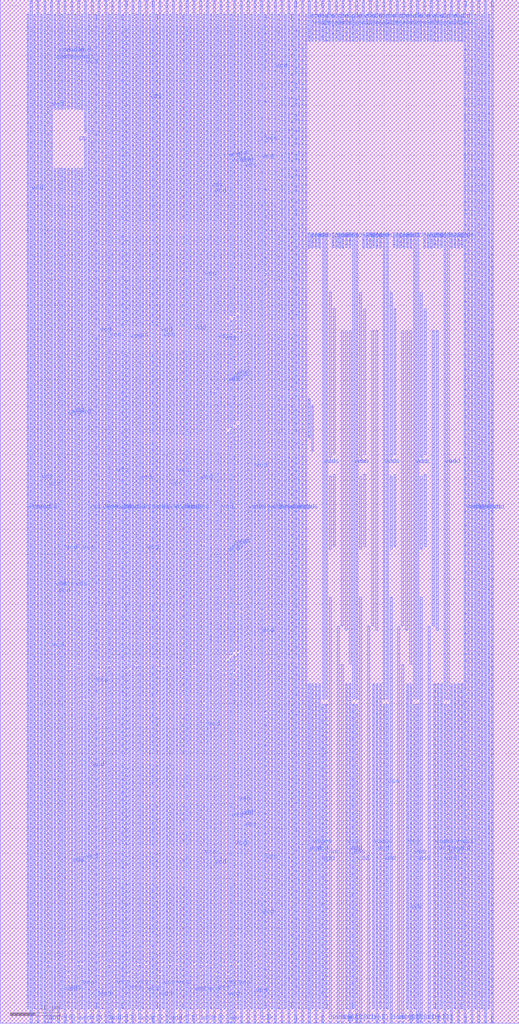
<source format=lef>
VERSION 5.8 ;
BUSBITCHARS "[]" ;
DIVIDERCHAR "/" ;

MACRO sram22_64x4m4w2
  CLASS BLOCK ;
  ORIGIN 61.96 159.085 ;
  FOREIGN sram22_64x4m4w2 -61.96 -159.085 ;
  SIZE 104.105 BY 205.29 ;
  SYMMETRY X Y R90 ;
  PIN vdd
    DIRECTION INOUT ;
    USE POWER ;
    PORT
      LAYER met3 ;
        RECT 20.96 -94.075 21.29 -0.51 ;
    END
    PORT
      LAYER met3 ;
        RECT 21.595 44.8 21.925 45.93 ;
        RECT 21.595 39.955 21.925 40.285 ;
        RECT 21.595 38.595 21.925 38.925 ;
        RECT 21.6 37.92 21.92 46.045 ;
    END
    PORT
      LAYER met3 ;
        RECT 21.595 -96.045 21.925 -95.715 ;
        RECT 21.595 -97.405 21.925 -97.075 ;
        RECT 21.595 -98.765 21.925 -98.435 ;
        RECT 21.595 -100.125 21.925 -99.795 ;
        RECT 21.595 -101.485 21.925 -101.155 ;
        RECT 21.595 -102.845 21.925 -102.515 ;
        RECT 21.595 -104.205 21.925 -103.875 ;
        RECT 21.595 -105.565 21.925 -105.235 ;
        RECT 21.595 -106.925 21.925 -106.595 ;
        RECT 21.595 -108.285 21.925 -107.955 ;
        RECT 21.595 -109.645 21.925 -109.315 ;
        RECT 21.595 -111.005 21.925 -110.675 ;
        RECT 21.595 -112.365 21.925 -112.035 ;
        RECT 21.595 -113.725 21.925 -113.395 ;
        RECT 21.595 -115.085 21.925 -114.755 ;
        RECT 21.595 -116.445 21.925 -116.115 ;
        RECT 21.595 -117.805 21.925 -117.475 ;
        RECT 21.595 -119.165 21.925 -118.835 ;
        RECT 21.595 -120.525 21.925 -120.195 ;
        RECT 21.595 -121.885 21.925 -121.555 ;
        RECT 21.595 -123.245 21.925 -122.915 ;
        RECT 21.595 -124.605 21.925 -124.275 ;
        RECT 21.595 -125.965 21.925 -125.635 ;
        RECT 21.595 -127.325 21.925 -126.995 ;
        RECT 21.595 -128.685 21.925 -128.355 ;
        RECT 21.595 -130.045 21.925 -129.715 ;
        RECT 21.595 -131.405 21.925 -131.075 ;
        RECT 21.595 -132.765 21.925 -132.435 ;
        RECT 21.595 -134.125 21.925 -133.795 ;
        RECT 21.595 -135.485 21.925 -135.155 ;
        RECT 21.595 -136.845 21.925 -136.515 ;
        RECT 21.595 -138.205 21.925 -137.875 ;
        RECT 21.595 -139.565 21.925 -139.235 ;
        RECT 21.595 -140.925 21.925 -140.595 ;
        RECT 21.595 -142.285 21.925 -141.955 ;
        RECT 21.595 -143.645 21.925 -143.315 ;
        RECT 21.595 -145.005 21.925 -144.675 ;
        RECT 21.595 -146.365 21.925 -146.035 ;
        RECT 21.595 -147.725 21.925 -147.395 ;
        RECT 21.595 -149.085 21.925 -148.755 ;
        RECT 21.595 -150.445 21.925 -150.115 ;
        RECT 21.595 -151.805 21.925 -151.475 ;
        RECT 21.595 -153.165 21.925 -152.835 ;
        RECT 21.595 -158.81 21.925 -157.68 ;
        RECT 21.6 -158.925 21.92 -95.04 ;
    END
    PORT
      LAYER met3 ;
        RECT 22.955 44.8 23.285 45.93 ;
        RECT 22.955 39.955 23.285 40.285 ;
        RECT 22.955 38.595 23.285 38.925 ;
        RECT 22.96 37.92 23.28 46.045 ;
    END
    PORT
      LAYER met3 ;
        RECT 22.955 -0.845 23.285 -0.515 ;
        RECT 22.955 -2.205 23.285 -1.875 ;
        RECT 22.955 -3.565 23.285 -3.235 ;
        RECT 22.96 -3.565 23.28 -0.515 ;
    END
    PORT
      LAYER met3 ;
        RECT 24.315 44.8 24.645 45.93 ;
        RECT 24.315 39.955 24.645 40.285 ;
        RECT 24.315 38.595 24.645 38.925 ;
        RECT 24.32 37.92 24.64 46.045 ;
    END
    PORT
      LAYER met3 ;
        RECT 24.315 -0.845 24.645 -0.515 ;
        RECT 24.315 -2.205 24.645 -1.875 ;
        RECT 24.315 -3.565 24.645 -3.235 ;
        RECT 24.32 -3.565 24.64 -0.515 ;
    END
    PORT
      LAYER met3 ;
        RECT 25.675 44.8 26.005 45.93 ;
        RECT 25.675 39.955 26.005 40.285 ;
        RECT 25.675 38.595 26.005 38.925 ;
        RECT 25.68 37.92 26 46.045 ;
    END
    PORT
      LAYER met3 ;
        RECT 25.675 -0.845 26.005 -0.515 ;
        RECT 25.675 -2.205 26.005 -1.875 ;
        RECT 25.675 -3.565 26.005 -3.235 ;
        RECT 25.68 -3.565 26 -0.515 ;
    END
    PORT
      LAYER met3 ;
        RECT 25.675 -91.965 26.005 -91.635 ;
        RECT 25.675 -93.325 26.005 -92.995 ;
        RECT 25.675 -94.685 26.005 -94.355 ;
        RECT 25.675 -96.045 26.005 -95.715 ;
        RECT 25.675 -97.405 26.005 -97.075 ;
        RECT 25.675 -98.765 26.005 -98.435 ;
        RECT 25.675 -100.125 26.005 -99.795 ;
        RECT 25.675 -101.485 26.005 -101.155 ;
        RECT 25.675 -102.845 26.005 -102.515 ;
        RECT 25.675 -104.205 26.005 -103.875 ;
        RECT 25.675 -105.565 26.005 -105.235 ;
        RECT 25.675 -106.925 26.005 -106.595 ;
        RECT 25.675 -108.285 26.005 -107.955 ;
        RECT 25.675 -109.645 26.005 -109.315 ;
        RECT 25.675 -111.005 26.005 -110.675 ;
        RECT 25.675 -112.365 26.005 -112.035 ;
        RECT 25.675 -113.725 26.005 -113.395 ;
        RECT 25.675 -115.085 26.005 -114.755 ;
        RECT 25.675 -116.445 26.005 -116.115 ;
        RECT 25.675 -117.805 26.005 -117.475 ;
        RECT 25.675 -119.165 26.005 -118.835 ;
        RECT 25.675 -120.525 26.005 -120.195 ;
        RECT 25.675 -121.885 26.005 -121.555 ;
        RECT 25.675 -123.245 26.005 -122.915 ;
        RECT 25.675 -124.605 26.005 -124.275 ;
        RECT 25.675 -125.965 26.005 -125.635 ;
        RECT 25.675 -127.325 26.005 -126.995 ;
        RECT 25.675 -128.685 26.005 -128.355 ;
        RECT 25.675 -130.045 26.005 -129.715 ;
        RECT 25.675 -131.405 26.005 -131.075 ;
        RECT 25.675 -132.765 26.005 -132.435 ;
        RECT 25.675 -134.125 26.005 -133.795 ;
        RECT 25.675 -135.485 26.005 -135.155 ;
        RECT 25.675 -136.845 26.005 -136.515 ;
        RECT 25.675 -138.205 26.005 -137.875 ;
        RECT 25.675 -139.565 26.005 -139.235 ;
        RECT 25.675 -140.925 26.005 -140.595 ;
        RECT 25.675 -142.285 26.005 -141.955 ;
        RECT 25.675 -143.645 26.005 -143.315 ;
        RECT 25.675 -145.005 26.005 -144.675 ;
        RECT 25.675 -146.365 26.005 -146.035 ;
        RECT 25.675 -147.725 26.005 -147.395 ;
        RECT 25.675 -149.085 26.005 -148.755 ;
        RECT 25.675 -150.445 26.005 -150.115 ;
        RECT 25.675 -151.805 26.005 -151.475 ;
        RECT 25.675 -153.165 26.005 -152.835 ;
        RECT 25.675 -158.81 26.005 -157.68 ;
        RECT 25.68 -158.925 26 -90.96 ;
    END
    PORT
      LAYER met3 ;
        RECT 27.035 44.8 27.365 45.93 ;
        RECT 27.035 39.955 27.365 40.285 ;
        RECT 27.035 38.595 27.365 38.925 ;
        RECT 27.04 37.92 27.36 46.045 ;
    END
    PORT
      LAYER met3 ;
        RECT 27.035 -96.045 27.365 -95.715 ;
        RECT 27.035 -97.405 27.365 -97.075 ;
        RECT 27.035 -98.765 27.365 -98.435 ;
        RECT 27.035 -100.125 27.365 -99.795 ;
        RECT 27.035 -101.485 27.365 -101.155 ;
        RECT 27.035 -102.845 27.365 -102.515 ;
        RECT 27.035 -104.205 27.365 -103.875 ;
        RECT 27.035 -105.565 27.365 -105.235 ;
        RECT 27.035 -106.925 27.365 -106.595 ;
        RECT 27.035 -108.285 27.365 -107.955 ;
        RECT 27.035 -109.645 27.365 -109.315 ;
        RECT 27.035 -111.005 27.365 -110.675 ;
        RECT 27.035 -112.365 27.365 -112.035 ;
        RECT 27.035 -113.725 27.365 -113.395 ;
        RECT 27.035 -115.085 27.365 -114.755 ;
        RECT 27.035 -116.445 27.365 -116.115 ;
        RECT 27.035 -117.805 27.365 -117.475 ;
        RECT 27.035 -119.165 27.365 -118.835 ;
        RECT 27.035 -120.525 27.365 -120.195 ;
        RECT 27.035 -121.885 27.365 -121.555 ;
        RECT 27.035 -123.245 27.365 -122.915 ;
        RECT 27.035 -124.605 27.365 -124.275 ;
        RECT 27.035 -125.965 27.365 -125.635 ;
        RECT 27.035 -127.325 27.365 -126.995 ;
        RECT 27.035 -128.685 27.365 -128.355 ;
        RECT 27.035 -130.045 27.365 -129.715 ;
        RECT 27.035 -131.405 27.365 -131.075 ;
        RECT 27.035 -132.765 27.365 -132.435 ;
        RECT 27.035 -134.125 27.365 -133.795 ;
        RECT 27.035 -135.485 27.365 -135.155 ;
        RECT 27.035 -136.845 27.365 -136.515 ;
        RECT 27.035 -138.205 27.365 -137.875 ;
        RECT 27.035 -139.565 27.365 -139.235 ;
        RECT 27.035 -140.925 27.365 -140.595 ;
        RECT 27.035 -142.285 27.365 -141.955 ;
        RECT 27.035 -143.645 27.365 -143.315 ;
        RECT 27.035 -145.005 27.365 -144.675 ;
        RECT 27.035 -146.365 27.365 -146.035 ;
        RECT 27.035 -147.725 27.365 -147.395 ;
        RECT 27.035 -149.085 27.365 -148.755 ;
        RECT 27.035 -150.445 27.365 -150.115 ;
        RECT 27.035 -151.805 27.365 -151.475 ;
        RECT 27.035 -153.165 27.365 -152.835 ;
        RECT 27.035 -158.81 27.365 -157.68 ;
        RECT 27.04 -158.925 27.36 -95.04 ;
    END
    PORT
      LAYER met3 ;
        RECT 27.71 -94.075 28.04 -0.51 ;
    END
    PORT
      LAYER met3 ;
        RECT 28.395 44.8 28.725 45.93 ;
        RECT 28.395 39.955 28.725 40.285 ;
        RECT 28.395 38.595 28.725 38.925 ;
        RECT 28.4 37.92 28.72 46.045 ;
    END
    PORT
      LAYER met3 ;
        RECT 28.395 -0.845 28.725 -0.515 ;
        RECT 28.395 -2.205 28.725 -1.875 ;
        RECT 28.395 -3.565 28.725 -3.235 ;
        RECT 28.4 -3.565 28.72 -0.515 ;
    END
    PORT
      LAYER met3 ;
        RECT 28.395 -91.965 28.725 -91.635 ;
        RECT 28.395 -93.325 28.725 -92.995 ;
        RECT 28.395 -94.685 28.725 -94.355 ;
        RECT 28.395 -96.045 28.725 -95.715 ;
        RECT 28.395 -97.405 28.725 -97.075 ;
        RECT 28.395 -98.765 28.725 -98.435 ;
        RECT 28.395 -100.125 28.725 -99.795 ;
        RECT 28.395 -101.485 28.725 -101.155 ;
        RECT 28.395 -102.845 28.725 -102.515 ;
        RECT 28.395 -104.205 28.725 -103.875 ;
        RECT 28.395 -105.565 28.725 -105.235 ;
        RECT 28.395 -106.925 28.725 -106.595 ;
        RECT 28.395 -108.285 28.725 -107.955 ;
        RECT 28.395 -109.645 28.725 -109.315 ;
        RECT 28.395 -111.005 28.725 -110.675 ;
        RECT 28.395 -112.365 28.725 -112.035 ;
        RECT 28.395 -113.725 28.725 -113.395 ;
        RECT 28.395 -115.085 28.725 -114.755 ;
        RECT 28.395 -116.445 28.725 -116.115 ;
        RECT 28.395 -117.805 28.725 -117.475 ;
        RECT 28.395 -119.165 28.725 -118.835 ;
        RECT 28.395 -120.525 28.725 -120.195 ;
        RECT 28.395 -121.885 28.725 -121.555 ;
        RECT 28.395 -123.245 28.725 -122.915 ;
        RECT 28.395 -124.605 28.725 -124.275 ;
        RECT 28.395 -125.965 28.725 -125.635 ;
        RECT 28.395 -127.325 28.725 -126.995 ;
        RECT 28.395 -128.685 28.725 -128.355 ;
        RECT 28.395 -130.045 28.725 -129.715 ;
        RECT 28.395 -131.405 28.725 -131.075 ;
        RECT 28.395 -132.765 28.725 -132.435 ;
        RECT 28.395 -134.125 28.725 -133.795 ;
        RECT 28.395 -135.485 28.725 -135.155 ;
        RECT 28.395 -136.845 28.725 -136.515 ;
        RECT 28.395 -138.205 28.725 -137.875 ;
        RECT 28.395 -139.565 28.725 -139.235 ;
        RECT 28.395 -140.925 28.725 -140.595 ;
        RECT 28.395 -142.285 28.725 -141.955 ;
        RECT 28.395 -143.645 28.725 -143.315 ;
        RECT 28.395 -145.005 28.725 -144.675 ;
        RECT 28.395 -146.365 28.725 -146.035 ;
        RECT 28.395 -147.725 28.725 -147.395 ;
        RECT 28.395 -149.085 28.725 -148.755 ;
        RECT 28.395 -150.445 28.725 -150.115 ;
        RECT 28.395 -151.805 28.725 -151.475 ;
        RECT 28.395 -153.165 28.725 -152.835 ;
        RECT 28.395 -158.81 28.725 -157.68 ;
        RECT 28.4 -158.925 28.72 -90.96 ;
    END
    PORT
      LAYER met3 ;
        RECT 29.755 44.8 30.085 45.93 ;
        RECT 29.755 39.955 30.085 40.285 ;
        RECT 29.755 38.595 30.085 38.925 ;
        RECT 29.76 37.92 30.08 46.045 ;
    END
    PORT
      LAYER met3 ;
        RECT 29.755 -0.845 30.085 -0.515 ;
        RECT 29.755 -2.205 30.085 -1.875 ;
        RECT 29.755 -3.565 30.085 -3.235 ;
        RECT 29.76 -3.565 30.08 -0.515 ;
    END
    PORT
      LAYER met3 ;
        RECT 29.755 -91.965 30.085 -91.635 ;
        RECT 29.755 -93.325 30.085 -92.995 ;
        RECT 29.755 -94.685 30.085 -94.355 ;
        RECT 29.755 -96.045 30.085 -95.715 ;
        RECT 29.755 -97.405 30.085 -97.075 ;
        RECT 29.755 -98.765 30.085 -98.435 ;
        RECT 29.755 -100.125 30.085 -99.795 ;
        RECT 29.755 -101.485 30.085 -101.155 ;
        RECT 29.755 -102.845 30.085 -102.515 ;
        RECT 29.755 -104.205 30.085 -103.875 ;
        RECT 29.755 -105.565 30.085 -105.235 ;
        RECT 29.755 -106.925 30.085 -106.595 ;
        RECT 29.755 -108.285 30.085 -107.955 ;
        RECT 29.755 -109.645 30.085 -109.315 ;
        RECT 29.755 -111.005 30.085 -110.675 ;
        RECT 29.755 -112.365 30.085 -112.035 ;
        RECT 29.755 -113.725 30.085 -113.395 ;
        RECT 29.755 -115.085 30.085 -114.755 ;
        RECT 29.755 -116.445 30.085 -116.115 ;
        RECT 29.755 -117.805 30.085 -117.475 ;
        RECT 29.755 -119.165 30.085 -118.835 ;
        RECT 29.755 -120.525 30.085 -120.195 ;
        RECT 29.755 -121.885 30.085 -121.555 ;
        RECT 29.755 -123.245 30.085 -122.915 ;
        RECT 29.755 -124.605 30.085 -124.275 ;
        RECT 29.755 -125.965 30.085 -125.635 ;
        RECT 29.755 -127.325 30.085 -126.995 ;
        RECT 29.755 -128.685 30.085 -128.355 ;
        RECT 29.755 -130.045 30.085 -129.715 ;
        RECT 29.755 -131.405 30.085 -131.075 ;
        RECT 29.755 -132.765 30.085 -132.435 ;
        RECT 29.755 -134.125 30.085 -133.795 ;
        RECT 29.755 -135.485 30.085 -135.155 ;
        RECT 29.755 -136.845 30.085 -136.515 ;
        RECT 29.755 -138.205 30.085 -137.875 ;
        RECT 29.755 -139.565 30.085 -139.235 ;
        RECT 29.755 -140.925 30.085 -140.595 ;
        RECT 29.755 -142.285 30.085 -141.955 ;
        RECT 29.755 -143.645 30.085 -143.315 ;
        RECT 29.755 -145.005 30.085 -144.675 ;
        RECT 29.755 -146.365 30.085 -146.035 ;
        RECT 29.755 -147.725 30.085 -147.395 ;
        RECT 29.755 -149.085 30.085 -148.755 ;
        RECT 29.755 -150.445 30.085 -150.115 ;
        RECT 29.755 -151.805 30.085 -151.475 ;
        RECT 29.755 -153.165 30.085 -152.835 ;
        RECT 29.755 -158.81 30.085 -157.68 ;
        RECT 29.76 -158.925 30.08 -90.96 ;
    END
    PORT
      LAYER met3 ;
        RECT 31.115 44.8 31.445 45.93 ;
        RECT 31.115 39.955 31.445 40.285 ;
        RECT 31.115 38.595 31.445 38.925 ;
        RECT 31.115 36.09 31.445 36.42 ;
        RECT 31.115 33.915 31.445 34.245 ;
        RECT 31.115 32.335 31.445 32.665 ;
        RECT 31.115 31.485 31.445 31.815 ;
        RECT 31.115 29.175 31.445 29.505 ;
        RECT 31.115 28.325 31.445 28.655 ;
        RECT 31.115 26.015 31.445 26.345 ;
        RECT 31.115 25.165 31.445 25.495 ;
        RECT 31.115 22.855 31.445 23.185 ;
        RECT 31.115 22.005 31.445 22.335 ;
        RECT 31.115 19.695 31.445 20.025 ;
        RECT 31.115 18.115 31.445 18.445 ;
        RECT 31.115 17.265 31.445 17.595 ;
        RECT 31.115 14.955 31.445 15.285 ;
        RECT 31.115 14.105 31.445 14.435 ;
        RECT 31.115 11.795 31.445 12.125 ;
        RECT 31.115 10.945 31.445 11.275 ;
        RECT 31.115 8.635 31.445 8.965 ;
        RECT 31.115 7.785 31.445 8.115 ;
        RECT 31.115 5.475 31.445 5.805 ;
        RECT 31.115 3.895 31.445 4.225 ;
        RECT 31.115 3.045 31.445 3.375 ;
        RECT 31.115 0.87 31.445 1.2 ;
        RECT 31.115 -0.845 31.445 -0.515 ;
        RECT 31.115 -2.205 31.445 -1.875 ;
        RECT 31.115 -3.565 31.445 -3.235 ;
        RECT 31.115 -4.925 31.445 -4.595 ;
        RECT 31.115 -6.285 31.445 -5.955 ;
        RECT 31.115 -7.645 31.445 -7.315 ;
        RECT 31.115 -9.005 31.445 -8.675 ;
        RECT 31.115 -10.365 31.445 -10.035 ;
        RECT 31.115 -11.725 31.445 -11.395 ;
        RECT 31.115 -13.085 31.445 -12.755 ;
        RECT 31.115 -14.445 31.445 -14.115 ;
        RECT 31.115 -15.805 31.445 -15.475 ;
        RECT 31.115 -17.165 31.445 -16.835 ;
        RECT 31.115 -18.525 31.445 -18.195 ;
        RECT 31.115 -19.885 31.445 -19.555 ;
        RECT 31.115 -21.245 31.445 -20.915 ;
        RECT 31.115 -22.605 31.445 -22.275 ;
        RECT 31.115 -23.965 31.445 -23.635 ;
        RECT 31.115 -25.325 31.445 -24.995 ;
        RECT 31.115 -26.685 31.445 -26.355 ;
        RECT 31.115 -28.045 31.445 -27.715 ;
        RECT 31.115 -29.405 31.445 -29.075 ;
        RECT 31.115 -30.765 31.445 -30.435 ;
        RECT 31.115 -32.125 31.445 -31.795 ;
        RECT 31.115 -33.485 31.445 -33.155 ;
        RECT 31.115 -34.845 31.445 -34.515 ;
        RECT 31.115 -36.205 31.445 -35.875 ;
        RECT 31.115 -37.565 31.445 -37.235 ;
        RECT 31.115 -38.925 31.445 -38.595 ;
        RECT 31.115 -40.285 31.445 -39.955 ;
        RECT 31.115 -41.645 31.445 -41.315 ;
        RECT 31.115 -43.005 31.445 -42.675 ;
        RECT 31.115 -44.365 31.445 -44.035 ;
        RECT 31.115 -45.725 31.445 -45.395 ;
        RECT 31.115 -47.085 31.445 -46.755 ;
        RECT 31.115 -48.445 31.445 -48.115 ;
        RECT 31.115 -49.805 31.445 -49.475 ;
        RECT 31.115 -51.165 31.445 -50.835 ;
        RECT 31.115 -52.525 31.445 -52.195 ;
        RECT 31.115 -53.885 31.445 -53.555 ;
        RECT 31.115 -55.245 31.445 -54.915 ;
        RECT 31.115 -56.605 31.445 -56.275 ;
        RECT 31.115 -57.965 31.445 -57.635 ;
        RECT 31.115 -59.325 31.445 -58.995 ;
        RECT 31.115 -60.685 31.445 -60.355 ;
        RECT 31.115 -62.045 31.445 -61.715 ;
        RECT 31.115 -63.405 31.445 -63.075 ;
        RECT 31.115 -64.765 31.445 -64.435 ;
        RECT 31.115 -66.125 31.445 -65.795 ;
        RECT 31.115 -67.485 31.445 -67.155 ;
        RECT 31.115 -68.845 31.445 -68.515 ;
        RECT 31.115 -70.205 31.445 -69.875 ;
        RECT 31.115 -71.565 31.445 -71.235 ;
        RECT 31.115 -72.925 31.445 -72.595 ;
        RECT 31.115 -74.285 31.445 -73.955 ;
        RECT 31.115 -75.645 31.445 -75.315 ;
        RECT 31.115 -77.005 31.445 -76.675 ;
        RECT 31.115 -78.365 31.445 -78.035 ;
        RECT 31.115 -79.725 31.445 -79.395 ;
        RECT 31.115 -81.085 31.445 -80.755 ;
        RECT 31.115 -82.445 31.445 -82.115 ;
        RECT 31.115 -83.805 31.445 -83.475 ;
        RECT 31.115 -85.165 31.445 -84.835 ;
        RECT 31.115 -86.525 31.445 -86.195 ;
        RECT 31.115 -87.885 31.445 -87.555 ;
        RECT 31.115 -89.245 31.445 -88.915 ;
        RECT 31.115 -90.605 31.445 -90.275 ;
        RECT 31.115 -91.965 31.445 -91.635 ;
        RECT 31.115 -93.325 31.445 -92.995 ;
        RECT 31.115 -94.685 31.445 -94.355 ;
        RECT 31.115 -96.045 31.445 -95.715 ;
        RECT 31.115 -97.405 31.445 -97.075 ;
        RECT 31.115 -98.765 31.445 -98.435 ;
        RECT 31.115 -100.125 31.445 -99.795 ;
        RECT 31.115 -101.485 31.445 -101.155 ;
        RECT 31.115 -102.845 31.445 -102.515 ;
        RECT 31.115 -104.205 31.445 -103.875 ;
        RECT 31.115 -105.565 31.445 -105.235 ;
        RECT 31.115 -106.925 31.445 -106.595 ;
        RECT 31.115 -108.285 31.445 -107.955 ;
        RECT 31.115 -109.645 31.445 -109.315 ;
        RECT 31.115 -111.005 31.445 -110.675 ;
        RECT 31.115 -112.365 31.445 -112.035 ;
        RECT 31.115 -113.725 31.445 -113.395 ;
        RECT 31.115 -115.085 31.445 -114.755 ;
        RECT 31.115 -116.445 31.445 -116.115 ;
        RECT 31.115 -117.805 31.445 -117.475 ;
        RECT 31.115 -119.165 31.445 -118.835 ;
        RECT 31.115 -120.525 31.445 -120.195 ;
        RECT 31.115 -121.885 31.445 -121.555 ;
        RECT 31.115 -123.245 31.445 -122.915 ;
        RECT 31.115 -124.605 31.445 -124.275 ;
        RECT 31.115 -125.965 31.445 -125.635 ;
        RECT 31.115 -127.325 31.445 -126.995 ;
        RECT 31.115 -128.685 31.445 -128.355 ;
        RECT 31.115 -130.045 31.445 -129.715 ;
        RECT 31.115 -131.405 31.445 -131.075 ;
        RECT 31.115 -132.765 31.445 -132.435 ;
        RECT 31.115 -134.125 31.445 -133.795 ;
        RECT 31.115 -135.485 31.445 -135.155 ;
        RECT 31.115 -136.845 31.445 -136.515 ;
        RECT 31.115 -138.205 31.445 -137.875 ;
        RECT 31.115 -139.565 31.445 -139.235 ;
        RECT 31.115 -140.925 31.445 -140.595 ;
        RECT 31.115 -142.285 31.445 -141.955 ;
        RECT 31.115 -143.645 31.445 -143.315 ;
        RECT 31.115 -145.005 31.445 -144.675 ;
        RECT 31.115 -146.365 31.445 -146.035 ;
        RECT 31.115 -147.725 31.445 -147.395 ;
        RECT 31.115 -149.085 31.445 -148.755 ;
        RECT 31.115 -150.445 31.445 -150.115 ;
        RECT 31.115 -151.805 31.445 -151.475 ;
        RECT 31.115 -153.165 31.445 -152.835 ;
        RECT 31.115 -158.81 31.445 -157.68 ;
        RECT 31.12 -158.925 31.44 46.045 ;
    END
    PORT
      LAYER met3 ;
        RECT 32.475 44.8 32.805 45.93 ;
        RECT 32.475 39.955 32.805 40.285 ;
        RECT 32.475 38.595 32.805 38.925 ;
        RECT 32.475 36.09 32.805 36.42 ;
        RECT 32.475 33.915 32.805 34.245 ;
        RECT 32.475 32.335 32.805 32.665 ;
        RECT 32.475 31.485 32.805 31.815 ;
        RECT 32.475 29.175 32.805 29.505 ;
        RECT 32.475 28.325 32.805 28.655 ;
        RECT 32.475 26.015 32.805 26.345 ;
        RECT 32.475 25.165 32.805 25.495 ;
        RECT 32.475 22.855 32.805 23.185 ;
        RECT 32.475 22.005 32.805 22.335 ;
        RECT 32.475 19.695 32.805 20.025 ;
        RECT 32.475 18.115 32.805 18.445 ;
        RECT 32.475 17.265 32.805 17.595 ;
        RECT 32.475 14.955 32.805 15.285 ;
        RECT 32.475 14.105 32.805 14.435 ;
        RECT 32.475 11.795 32.805 12.125 ;
        RECT 32.475 10.945 32.805 11.275 ;
        RECT 32.475 8.635 32.805 8.965 ;
        RECT 32.475 7.785 32.805 8.115 ;
        RECT 32.475 5.475 32.805 5.805 ;
        RECT 32.475 3.895 32.805 4.225 ;
        RECT 32.475 3.045 32.805 3.375 ;
        RECT 32.475 0.87 32.805 1.2 ;
        RECT 32.475 -0.845 32.805 -0.515 ;
        RECT 32.475 -2.205 32.805 -1.875 ;
        RECT 32.475 -3.565 32.805 -3.235 ;
        RECT 32.475 -4.925 32.805 -4.595 ;
        RECT 32.475 -6.285 32.805 -5.955 ;
        RECT 32.475 -7.645 32.805 -7.315 ;
        RECT 32.475 -9.005 32.805 -8.675 ;
        RECT 32.475 -10.365 32.805 -10.035 ;
        RECT 32.475 -11.725 32.805 -11.395 ;
        RECT 32.475 -13.085 32.805 -12.755 ;
        RECT 32.475 -14.445 32.805 -14.115 ;
        RECT 32.475 -15.805 32.805 -15.475 ;
        RECT 32.475 -17.165 32.805 -16.835 ;
        RECT 32.475 -18.525 32.805 -18.195 ;
        RECT 32.475 -19.885 32.805 -19.555 ;
        RECT 32.475 -21.245 32.805 -20.915 ;
        RECT 32.475 -22.605 32.805 -22.275 ;
        RECT 32.475 -23.965 32.805 -23.635 ;
        RECT 32.475 -25.325 32.805 -24.995 ;
        RECT 32.475 -26.685 32.805 -26.355 ;
        RECT 32.475 -28.045 32.805 -27.715 ;
        RECT 32.475 -29.405 32.805 -29.075 ;
        RECT 32.475 -30.765 32.805 -30.435 ;
        RECT 32.475 -32.125 32.805 -31.795 ;
        RECT 32.475 -33.485 32.805 -33.155 ;
        RECT 32.475 -34.845 32.805 -34.515 ;
        RECT 32.475 -36.205 32.805 -35.875 ;
        RECT 32.475 -37.565 32.805 -37.235 ;
        RECT 32.475 -38.925 32.805 -38.595 ;
        RECT 32.475 -40.285 32.805 -39.955 ;
        RECT 32.475 -41.645 32.805 -41.315 ;
        RECT 32.475 -43.005 32.805 -42.675 ;
        RECT 32.475 -44.365 32.805 -44.035 ;
        RECT 32.475 -45.725 32.805 -45.395 ;
        RECT 32.475 -47.085 32.805 -46.755 ;
        RECT 32.475 -48.445 32.805 -48.115 ;
        RECT 32.475 -49.805 32.805 -49.475 ;
        RECT 32.475 -51.165 32.805 -50.835 ;
        RECT 32.475 -52.525 32.805 -52.195 ;
        RECT 32.475 -53.885 32.805 -53.555 ;
        RECT 32.475 -55.245 32.805 -54.915 ;
        RECT 32.475 -56.605 32.805 -56.275 ;
        RECT 32.475 -57.965 32.805 -57.635 ;
        RECT 32.475 -59.325 32.805 -58.995 ;
        RECT 32.475 -60.685 32.805 -60.355 ;
        RECT 32.475 -62.045 32.805 -61.715 ;
        RECT 32.475 -63.405 32.805 -63.075 ;
        RECT 32.475 -64.765 32.805 -64.435 ;
        RECT 32.475 -66.125 32.805 -65.795 ;
        RECT 32.475 -67.485 32.805 -67.155 ;
        RECT 32.475 -68.845 32.805 -68.515 ;
        RECT 32.475 -70.205 32.805 -69.875 ;
        RECT 32.475 -71.565 32.805 -71.235 ;
        RECT 32.475 -72.925 32.805 -72.595 ;
        RECT 32.475 -74.285 32.805 -73.955 ;
        RECT 32.475 -75.645 32.805 -75.315 ;
        RECT 32.475 -77.005 32.805 -76.675 ;
        RECT 32.475 -78.365 32.805 -78.035 ;
        RECT 32.475 -79.725 32.805 -79.395 ;
        RECT 32.475 -81.085 32.805 -80.755 ;
        RECT 32.475 -82.445 32.805 -82.115 ;
        RECT 32.475 -83.805 32.805 -83.475 ;
        RECT 32.475 -85.165 32.805 -84.835 ;
        RECT 32.475 -86.525 32.805 -86.195 ;
        RECT 32.475 -87.885 32.805 -87.555 ;
        RECT 32.475 -89.245 32.805 -88.915 ;
        RECT 32.475 -90.605 32.805 -90.275 ;
        RECT 32.475 -91.965 32.805 -91.635 ;
        RECT 32.475 -93.325 32.805 -92.995 ;
        RECT 32.475 -94.685 32.805 -94.355 ;
        RECT 32.475 -96.045 32.805 -95.715 ;
        RECT 32.475 -97.405 32.805 -97.075 ;
        RECT 32.475 -98.765 32.805 -98.435 ;
        RECT 32.475 -100.125 32.805 -99.795 ;
        RECT 32.475 -101.485 32.805 -101.155 ;
        RECT 32.475 -102.845 32.805 -102.515 ;
        RECT 32.475 -104.205 32.805 -103.875 ;
        RECT 32.475 -105.565 32.805 -105.235 ;
        RECT 32.475 -106.925 32.805 -106.595 ;
        RECT 32.475 -108.285 32.805 -107.955 ;
        RECT 32.475 -109.645 32.805 -109.315 ;
        RECT 32.475 -111.005 32.805 -110.675 ;
        RECT 32.475 -112.365 32.805 -112.035 ;
        RECT 32.475 -113.725 32.805 -113.395 ;
        RECT 32.475 -115.085 32.805 -114.755 ;
        RECT 32.475 -116.445 32.805 -116.115 ;
        RECT 32.475 -117.805 32.805 -117.475 ;
        RECT 32.475 -119.165 32.805 -118.835 ;
        RECT 32.475 -120.525 32.805 -120.195 ;
        RECT 32.475 -121.885 32.805 -121.555 ;
        RECT 32.475 -123.245 32.805 -122.915 ;
        RECT 32.475 -124.605 32.805 -124.275 ;
        RECT 32.475 -125.965 32.805 -125.635 ;
        RECT 32.475 -127.325 32.805 -126.995 ;
        RECT 32.475 -128.685 32.805 -128.355 ;
        RECT 32.475 -130.045 32.805 -129.715 ;
        RECT 32.475 -131.405 32.805 -131.075 ;
        RECT 32.475 -132.765 32.805 -132.435 ;
        RECT 32.475 -134.125 32.805 -133.795 ;
        RECT 32.475 -135.485 32.805 -135.155 ;
        RECT 32.475 -136.845 32.805 -136.515 ;
        RECT 32.475 -138.205 32.805 -137.875 ;
        RECT 32.475 -139.565 32.805 -139.235 ;
        RECT 32.475 -140.925 32.805 -140.595 ;
        RECT 32.475 -142.285 32.805 -141.955 ;
        RECT 32.475 -143.645 32.805 -143.315 ;
        RECT 32.475 -145.005 32.805 -144.675 ;
        RECT 32.475 -146.365 32.805 -146.035 ;
        RECT 32.475 -147.725 32.805 -147.395 ;
        RECT 32.475 -149.085 32.805 -148.755 ;
        RECT 32.475 -150.445 32.805 -150.115 ;
        RECT 32.475 -151.805 32.805 -151.475 ;
        RECT 32.475 -153.165 32.805 -152.835 ;
        RECT 32.475 -158.81 32.805 -157.68 ;
        RECT 32.48 -158.925 32.8 46.045 ;
    END
    PORT
      LAYER met3 ;
        RECT 33.835 44.8 34.165 45.93 ;
        RECT 33.835 39.955 34.165 40.285 ;
        RECT 33.835 38.595 34.165 38.925 ;
        RECT 33.835 36.09 34.165 36.42 ;
        RECT 33.835 33.915 34.165 34.245 ;
        RECT 33.835 32.335 34.165 32.665 ;
        RECT 33.835 31.485 34.165 31.815 ;
        RECT 33.835 29.175 34.165 29.505 ;
        RECT 33.835 28.325 34.165 28.655 ;
        RECT 33.835 26.015 34.165 26.345 ;
        RECT 33.835 25.165 34.165 25.495 ;
        RECT 33.835 22.855 34.165 23.185 ;
        RECT 33.835 22.005 34.165 22.335 ;
        RECT 33.835 19.695 34.165 20.025 ;
        RECT 33.835 18.115 34.165 18.445 ;
        RECT 33.835 17.265 34.165 17.595 ;
        RECT 33.835 14.955 34.165 15.285 ;
        RECT 33.835 14.105 34.165 14.435 ;
        RECT 33.835 11.795 34.165 12.125 ;
        RECT 33.835 10.945 34.165 11.275 ;
        RECT 33.835 8.635 34.165 8.965 ;
        RECT 33.835 7.785 34.165 8.115 ;
        RECT 33.835 5.475 34.165 5.805 ;
        RECT 33.835 3.895 34.165 4.225 ;
        RECT 33.835 3.045 34.165 3.375 ;
        RECT 33.835 0.87 34.165 1.2 ;
        RECT 33.835 -0.845 34.165 -0.515 ;
        RECT 33.835 -2.205 34.165 -1.875 ;
        RECT 33.835 -3.565 34.165 -3.235 ;
        RECT 33.835 -4.925 34.165 -4.595 ;
        RECT 33.835 -6.285 34.165 -5.955 ;
        RECT 33.835 -7.645 34.165 -7.315 ;
        RECT 33.835 -9.005 34.165 -8.675 ;
        RECT 33.835 -10.365 34.165 -10.035 ;
        RECT 33.835 -11.725 34.165 -11.395 ;
        RECT 33.835 -13.085 34.165 -12.755 ;
        RECT 33.835 -14.445 34.165 -14.115 ;
        RECT 33.835 -15.805 34.165 -15.475 ;
        RECT 33.835 -17.165 34.165 -16.835 ;
        RECT 33.835 -18.525 34.165 -18.195 ;
        RECT 33.835 -19.885 34.165 -19.555 ;
        RECT 33.835 -21.245 34.165 -20.915 ;
        RECT 33.835 -22.605 34.165 -22.275 ;
        RECT 33.835 -23.965 34.165 -23.635 ;
        RECT 33.835 -25.325 34.165 -24.995 ;
        RECT 33.835 -26.685 34.165 -26.355 ;
        RECT 33.835 -28.045 34.165 -27.715 ;
        RECT 33.835 -29.405 34.165 -29.075 ;
        RECT 33.835 -30.765 34.165 -30.435 ;
        RECT 33.835 -32.125 34.165 -31.795 ;
        RECT 33.835 -33.485 34.165 -33.155 ;
        RECT 33.835 -34.845 34.165 -34.515 ;
        RECT 33.835 -36.205 34.165 -35.875 ;
        RECT 33.835 -37.565 34.165 -37.235 ;
        RECT 33.835 -38.925 34.165 -38.595 ;
        RECT 33.835 -40.285 34.165 -39.955 ;
        RECT 33.835 -41.645 34.165 -41.315 ;
        RECT 33.835 -43.005 34.165 -42.675 ;
        RECT 33.835 -44.365 34.165 -44.035 ;
        RECT 33.835 -45.725 34.165 -45.395 ;
        RECT 33.835 -47.085 34.165 -46.755 ;
        RECT 33.835 -48.445 34.165 -48.115 ;
        RECT 33.835 -49.805 34.165 -49.475 ;
        RECT 33.835 -51.165 34.165 -50.835 ;
        RECT 33.835 -52.525 34.165 -52.195 ;
        RECT 33.835 -53.885 34.165 -53.555 ;
        RECT 33.835 -55.245 34.165 -54.915 ;
        RECT 33.835 -56.605 34.165 -56.275 ;
        RECT 33.835 -57.965 34.165 -57.635 ;
        RECT 33.835 -59.325 34.165 -58.995 ;
        RECT 33.835 -60.685 34.165 -60.355 ;
        RECT 33.835 -62.045 34.165 -61.715 ;
        RECT 33.835 -63.405 34.165 -63.075 ;
        RECT 33.835 -64.765 34.165 -64.435 ;
        RECT 33.835 -66.125 34.165 -65.795 ;
        RECT 33.835 -67.485 34.165 -67.155 ;
        RECT 33.835 -68.845 34.165 -68.515 ;
        RECT 33.835 -70.205 34.165 -69.875 ;
        RECT 33.835 -71.565 34.165 -71.235 ;
        RECT 33.835 -72.925 34.165 -72.595 ;
        RECT 33.835 -74.285 34.165 -73.955 ;
        RECT 33.835 -75.645 34.165 -75.315 ;
        RECT 33.835 -77.005 34.165 -76.675 ;
        RECT 33.835 -78.365 34.165 -78.035 ;
        RECT 33.835 -79.725 34.165 -79.395 ;
        RECT 33.835 -81.085 34.165 -80.755 ;
        RECT 33.835 -82.445 34.165 -82.115 ;
        RECT 33.835 -83.805 34.165 -83.475 ;
        RECT 33.835 -85.165 34.165 -84.835 ;
        RECT 33.835 -86.525 34.165 -86.195 ;
        RECT 33.835 -87.885 34.165 -87.555 ;
        RECT 33.835 -89.245 34.165 -88.915 ;
        RECT 33.835 -90.605 34.165 -90.275 ;
        RECT 33.835 -91.965 34.165 -91.635 ;
        RECT 33.835 -93.325 34.165 -92.995 ;
        RECT 33.835 -94.685 34.165 -94.355 ;
        RECT 33.835 -96.045 34.165 -95.715 ;
        RECT 33.835 -97.405 34.165 -97.075 ;
        RECT 33.835 -98.765 34.165 -98.435 ;
        RECT 33.835 -100.125 34.165 -99.795 ;
        RECT 33.835 -101.485 34.165 -101.155 ;
        RECT 33.835 -102.845 34.165 -102.515 ;
        RECT 33.835 -104.205 34.165 -103.875 ;
        RECT 33.835 -105.565 34.165 -105.235 ;
        RECT 33.835 -106.925 34.165 -106.595 ;
        RECT 33.835 -108.285 34.165 -107.955 ;
        RECT 33.835 -109.645 34.165 -109.315 ;
        RECT 33.835 -111.005 34.165 -110.675 ;
        RECT 33.835 -112.365 34.165 -112.035 ;
        RECT 33.835 -113.725 34.165 -113.395 ;
        RECT 33.835 -115.085 34.165 -114.755 ;
        RECT 33.835 -116.445 34.165 -116.115 ;
        RECT 33.835 -117.805 34.165 -117.475 ;
        RECT 33.835 -119.165 34.165 -118.835 ;
        RECT 33.835 -120.525 34.165 -120.195 ;
        RECT 33.835 -121.885 34.165 -121.555 ;
        RECT 33.835 -123.245 34.165 -122.915 ;
        RECT 33.835 -124.605 34.165 -124.275 ;
        RECT 33.835 -125.965 34.165 -125.635 ;
        RECT 33.835 -127.325 34.165 -126.995 ;
        RECT 33.835 -128.685 34.165 -128.355 ;
        RECT 33.835 -130.045 34.165 -129.715 ;
        RECT 33.835 -131.405 34.165 -131.075 ;
        RECT 33.835 -132.765 34.165 -132.435 ;
        RECT 33.835 -134.125 34.165 -133.795 ;
        RECT 33.835 -135.485 34.165 -135.155 ;
        RECT 33.835 -136.845 34.165 -136.515 ;
        RECT 33.835 -138.205 34.165 -137.875 ;
        RECT 33.835 -139.565 34.165 -139.235 ;
        RECT 33.835 -140.925 34.165 -140.595 ;
        RECT 33.835 -142.285 34.165 -141.955 ;
        RECT 33.835 -143.645 34.165 -143.315 ;
        RECT 33.835 -145.005 34.165 -144.675 ;
        RECT 33.835 -146.365 34.165 -146.035 ;
        RECT 33.835 -147.725 34.165 -147.395 ;
        RECT 33.835 -149.085 34.165 -148.755 ;
        RECT 33.835 -150.445 34.165 -150.115 ;
        RECT 33.835 -151.805 34.165 -151.475 ;
        RECT 33.835 -153.165 34.165 -152.835 ;
        RECT 33.835 -158.81 34.165 -157.68 ;
        RECT 33.84 -158.925 34.16 46.045 ;
    END
    PORT
      LAYER met3 ;
        RECT 35.195 44.8 35.525 45.93 ;
        RECT 35.195 39.955 35.525 40.285 ;
        RECT 35.195 38.595 35.525 38.925 ;
        RECT 35.195 36.09 35.525 36.42 ;
        RECT 35.195 33.915 35.525 34.245 ;
        RECT 35.195 32.335 35.525 32.665 ;
        RECT 35.195 31.485 35.525 31.815 ;
        RECT 35.195 29.175 35.525 29.505 ;
        RECT 35.195 28.325 35.525 28.655 ;
        RECT 35.195 26.015 35.525 26.345 ;
        RECT 35.195 25.165 35.525 25.495 ;
        RECT 35.195 22.855 35.525 23.185 ;
        RECT 35.195 22.005 35.525 22.335 ;
        RECT 35.195 19.695 35.525 20.025 ;
        RECT 35.195 18.115 35.525 18.445 ;
        RECT 35.195 17.265 35.525 17.595 ;
        RECT 35.195 14.955 35.525 15.285 ;
        RECT 35.195 14.105 35.525 14.435 ;
        RECT 35.195 11.795 35.525 12.125 ;
        RECT 35.195 10.945 35.525 11.275 ;
        RECT 35.195 8.635 35.525 8.965 ;
        RECT 35.195 7.785 35.525 8.115 ;
        RECT 35.195 5.475 35.525 5.805 ;
        RECT 35.195 3.895 35.525 4.225 ;
        RECT 35.195 3.045 35.525 3.375 ;
        RECT 35.195 0.87 35.525 1.2 ;
        RECT 35.195 -0.845 35.525 -0.515 ;
        RECT 35.195 -2.205 35.525 -1.875 ;
        RECT 35.195 -3.565 35.525 -3.235 ;
        RECT 35.195 -4.925 35.525 -4.595 ;
        RECT 35.195 -6.285 35.525 -5.955 ;
        RECT 35.195 -7.645 35.525 -7.315 ;
        RECT 35.195 -9.005 35.525 -8.675 ;
        RECT 35.195 -10.365 35.525 -10.035 ;
        RECT 35.195 -11.725 35.525 -11.395 ;
        RECT 35.195 -13.085 35.525 -12.755 ;
        RECT 35.195 -14.445 35.525 -14.115 ;
        RECT 35.195 -15.805 35.525 -15.475 ;
        RECT 35.195 -17.165 35.525 -16.835 ;
        RECT 35.195 -18.525 35.525 -18.195 ;
        RECT 35.195 -19.885 35.525 -19.555 ;
        RECT 35.195 -21.245 35.525 -20.915 ;
        RECT 35.195 -22.605 35.525 -22.275 ;
        RECT 35.195 -23.965 35.525 -23.635 ;
        RECT 35.195 -25.325 35.525 -24.995 ;
        RECT 35.195 -26.685 35.525 -26.355 ;
        RECT 35.195 -28.045 35.525 -27.715 ;
        RECT 35.195 -29.405 35.525 -29.075 ;
        RECT 35.195 -30.765 35.525 -30.435 ;
        RECT 35.195 -32.125 35.525 -31.795 ;
        RECT 35.195 -33.485 35.525 -33.155 ;
        RECT 35.195 -34.845 35.525 -34.515 ;
        RECT 35.195 -36.205 35.525 -35.875 ;
        RECT 35.195 -37.565 35.525 -37.235 ;
        RECT 35.195 -38.925 35.525 -38.595 ;
        RECT 35.195 -40.285 35.525 -39.955 ;
        RECT 35.195 -41.645 35.525 -41.315 ;
        RECT 35.195 -43.005 35.525 -42.675 ;
        RECT 35.195 -44.365 35.525 -44.035 ;
        RECT 35.195 -45.725 35.525 -45.395 ;
        RECT 35.195 -47.085 35.525 -46.755 ;
        RECT 35.195 -48.445 35.525 -48.115 ;
        RECT 35.195 -49.805 35.525 -49.475 ;
        RECT 35.195 -51.165 35.525 -50.835 ;
        RECT 35.195 -52.525 35.525 -52.195 ;
        RECT 35.195 -53.885 35.525 -53.555 ;
        RECT 35.195 -55.245 35.525 -54.915 ;
        RECT 35.195 -56.605 35.525 -56.275 ;
        RECT 35.195 -57.965 35.525 -57.635 ;
        RECT 35.195 -59.325 35.525 -58.995 ;
        RECT 35.195 -60.685 35.525 -60.355 ;
        RECT 35.195 -62.045 35.525 -61.715 ;
        RECT 35.195 -63.405 35.525 -63.075 ;
        RECT 35.195 -64.765 35.525 -64.435 ;
        RECT 35.195 -66.125 35.525 -65.795 ;
        RECT 35.195 -67.485 35.525 -67.155 ;
        RECT 35.195 -68.845 35.525 -68.515 ;
        RECT 35.195 -70.205 35.525 -69.875 ;
        RECT 35.195 -71.565 35.525 -71.235 ;
        RECT 35.195 -72.925 35.525 -72.595 ;
        RECT 35.195 -74.285 35.525 -73.955 ;
        RECT 35.195 -75.645 35.525 -75.315 ;
        RECT 35.195 -77.005 35.525 -76.675 ;
        RECT 35.195 -78.365 35.525 -78.035 ;
        RECT 35.195 -79.725 35.525 -79.395 ;
        RECT 35.195 -81.085 35.525 -80.755 ;
        RECT 35.195 -82.445 35.525 -82.115 ;
        RECT 35.195 -83.805 35.525 -83.475 ;
        RECT 35.195 -85.165 35.525 -84.835 ;
        RECT 35.195 -86.525 35.525 -86.195 ;
        RECT 35.195 -87.885 35.525 -87.555 ;
        RECT 35.195 -89.245 35.525 -88.915 ;
        RECT 35.195 -90.605 35.525 -90.275 ;
        RECT 35.195 -91.965 35.525 -91.635 ;
        RECT 35.195 -93.325 35.525 -92.995 ;
        RECT 35.195 -94.685 35.525 -94.355 ;
        RECT 35.195 -96.045 35.525 -95.715 ;
        RECT 35.195 -97.405 35.525 -97.075 ;
        RECT 35.195 -98.765 35.525 -98.435 ;
        RECT 35.195 -100.125 35.525 -99.795 ;
        RECT 35.195 -101.485 35.525 -101.155 ;
        RECT 35.195 -102.845 35.525 -102.515 ;
        RECT 35.195 -104.205 35.525 -103.875 ;
        RECT 35.195 -105.565 35.525 -105.235 ;
        RECT 35.195 -106.925 35.525 -106.595 ;
        RECT 35.195 -108.285 35.525 -107.955 ;
        RECT 35.195 -109.645 35.525 -109.315 ;
        RECT 35.195 -111.005 35.525 -110.675 ;
        RECT 35.195 -112.365 35.525 -112.035 ;
        RECT 35.195 -113.725 35.525 -113.395 ;
        RECT 35.195 -115.085 35.525 -114.755 ;
        RECT 35.195 -116.445 35.525 -116.115 ;
        RECT 35.195 -117.805 35.525 -117.475 ;
        RECT 35.195 -119.165 35.525 -118.835 ;
        RECT 35.195 -120.525 35.525 -120.195 ;
        RECT 35.195 -121.885 35.525 -121.555 ;
        RECT 35.195 -123.245 35.525 -122.915 ;
        RECT 35.195 -124.605 35.525 -124.275 ;
        RECT 35.195 -125.965 35.525 -125.635 ;
        RECT 35.195 -127.325 35.525 -126.995 ;
        RECT 35.195 -128.685 35.525 -128.355 ;
        RECT 35.195 -130.045 35.525 -129.715 ;
        RECT 35.195 -131.405 35.525 -131.075 ;
        RECT 35.195 -132.765 35.525 -132.435 ;
        RECT 35.195 -134.125 35.525 -133.795 ;
        RECT 35.195 -135.485 35.525 -135.155 ;
        RECT 35.195 -136.845 35.525 -136.515 ;
        RECT 35.195 -138.205 35.525 -137.875 ;
        RECT 35.195 -139.565 35.525 -139.235 ;
        RECT 35.195 -140.925 35.525 -140.595 ;
        RECT 35.195 -142.285 35.525 -141.955 ;
        RECT 35.195 -143.645 35.525 -143.315 ;
        RECT 35.195 -145.005 35.525 -144.675 ;
        RECT 35.195 -146.365 35.525 -146.035 ;
        RECT 35.195 -147.725 35.525 -147.395 ;
        RECT 35.195 -149.085 35.525 -148.755 ;
        RECT 35.195 -150.445 35.525 -150.115 ;
        RECT 35.195 -151.805 35.525 -151.475 ;
        RECT 35.195 -153.165 35.525 -152.835 ;
        RECT 35.195 -158.81 35.525 -157.68 ;
        RECT 35.2 -158.925 35.52 46.045 ;
    END
    PORT
      LAYER met3 ;
        RECT 36.555 44.8 36.885 45.93 ;
        RECT 36.555 39.955 36.885 40.285 ;
        RECT 36.555 38.595 36.885 38.925 ;
        RECT 36.555 -0.845 36.885 -0.515 ;
        RECT 36.555 -2.205 36.885 -1.875 ;
        RECT 36.555 -3.565 36.885 -3.235 ;
        RECT 36.555 -4.925 36.885 -4.595 ;
        RECT 36.555 -6.285 36.885 -5.955 ;
        RECT 36.555 -7.645 36.885 -7.315 ;
        RECT 36.555 -9.005 36.885 -8.675 ;
        RECT 36.555 -10.365 36.885 -10.035 ;
        RECT 36.555 -11.725 36.885 -11.395 ;
        RECT 36.555 -13.085 36.885 -12.755 ;
        RECT 36.555 -14.445 36.885 -14.115 ;
        RECT 36.555 -15.805 36.885 -15.475 ;
        RECT 36.555 -17.165 36.885 -16.835 ;
        RECT 36.555 -18.525 36.885 -18.195 ;
        RECT 36.555 -19.885 36.885 -19.555 ;
        RECT 36.555 -21.245 36.885 -20.915 ;
        RECT 36.555 -22.605 36.885 -22.275 ;
        RECT 36.555 -23.965 36.885 -23.635 ;
        RECT 36.555 -25.325 36.885 -24.995 ;
        RECT 36.555 -26.685 36.885 -26.355 ;
        RECT 36.555 -28.045 36.885 -27.715 ;
        RECT 36.555 -29.405 36.885 -29.075 ;
        RECT 36.555 -30.765 36.885 -30.435 ;
        RECT 36.555 -32.125 36.885 -31.795 ;
        RECT 36.555 -33.485 36.885 -33.155 ;
        RECT 36.555 -34.845 36.885 -34.515 ;
        RECT 36.555 -36.205 36.885 -35.875 ;
        RECT 36.555 -37.565 36.885 -37.235 ;
        RECT 36.555 -38.925 36.885 -38.595 ;
        RECT 36.555 -40.285 36.885 -39.955 ;
        RECT 36.555 -41.645 36.885 -41.315 ;
        RECT 36.555 -43.005 36.885 -42.675 ;
        RECT 36.555 -44.365 36.885 -44.035 ;
        RECT 36.555 -45.725 36.885 -45.395 ;
        RECT 36.555 -47.085 36.885 -46.755 ;
        RECT 36.555 -48.445 36.885 -48.115 ;
        RECT 36.555 -49.805 36.885 -49.475 ;
        RECT 36.555 -51.165 36.885 -50.835 ;
        RECT 36.555 -52.525 36.885 -52.195 ;
        RECT 36.555 -53.885 36.885 -53.555 ;
        RECT 36.555 -55.245 36.885 -54.915 ;
        RECT 36.555 -56.605 36.885 -56.275 ;
        RECT 36.555 -57.965 36.885 -57.635 ;
        RECT 36.555 -59.325 36.885 -58.995 ;
        RECT 36.555 -60.685 36.885 -60.355 ;
        RECT 36.555 -62.045 36.885 -61.715 ;
        RECT 36.555 -63.405 36.885 -63.075 ;
        RECT 36.555 -64.765 36.885 -64.435 ;
        RECT 36.555 -66.125 36.885 -65.795 ;
        RECT 36.555 -67.485 36.885 -67.155 ;
        RECT 36.555 -68.845 36.885 -68.515 ;
        RECT 36.555 -70.205 36.885 -69.875 ;
        RECT 36.555 -71.565 36.885 -71.235 ;
        RECT 36.555 -72.925 36.885 -72.595 ;
        RECT 36.555 -74.285 36.885 -73.955 ;
        RECT 36.555 -75.645 36.885 -75.315 ;
        RECT 36.555 -77.005 36.885 -76.675 ;
        RECT 36.555 -78.365 36.885 -78.035 ;
        RECT 36.555 -79.725 36.885 -79.395 ;
        RECT 36.555 -81.085 36.885 -80.755 ;
        RECT 36.555 -82.445 36.885 -82.115 ;
        RECT 36.555 -83.805 36.885 -83.475 ;
        RECT 36.555 -85.165 36.885 -84.835 ;
        RECT 36.555 -86.525 36.885 -86.195 ;
        RECT 36.555 -87.885 36.885 -87.555 ;
        RECT 36.555 -89.245 36.885 -88.915 ;
        RECT 36.555 -90.605 36.885 -90.275 ;
        RECT 36.555 -91.965 36.885 -91.635 ;
        RECT 36.555 -93.325 36.885 -92.995 ;
        RECT 36.555 -94.685 36.885 -94.355 ;
        RECT 36.555 -96.045 36.885 -95.715 ;
        RECT 36.555 -97.405 36.885 -97.075 ;
        RECT 36.555 -98.765 36.885 -98.435 ;
        RECT 36.555 -100.125 36.885 -99.795 ;
        RECT 36.555 -101.485 36.885 -101.155 ;
        RECT 36.555 -102.845 36.885 -102.515 ;
        RECT 36.555 -104.205 36.885 -103.875 ;
        RECT 36.555 -105.565 36.885 -105.235 ;
        RECT 36.555 -106.925 36.885 -106.595 ;
        RECT 36.555 -108.285 36.885 -107.955 ;
        RECT 36.555 -109.645 36.885 -109.315 ;
        RECT 36.555 -111.005 36.885 -110.675 ;
        RECT 36.555 -112.365 36.885 -112.035 ;
        RECT 36.555 -113.725 36.885 -113.395 ;
        RECT 36.555 -115.085 36.885 -114.755 ;
        RECT 36.555 -116.445 36.885 -116.115 ;
        RECT 36.555 -117.805 36.885 -117.475 ;
        RECT 36.555 -119.165 36.885 -118.835 ;
        RECT 36.555 -120.525 36.885 -120.195 ;
        RECT 36.555 -121.885 36.885 -121.555 ;
        RECT 36.555 -123.245 36.885 -122.915 ;
        RECT 36.555 -124.605 36.885 -124.275 ;
        RECT 36.555 -125.965 36.885 -125.635 ;
        RECT 36.555 -127.325 36.885 -126.995 ;
        RECT 36.555 -128.685 36.885 -128.355 ;
        RECT 36.555 -130.045 36.885 -129.715 ;
        RECT 36.555 -131.405 36.885 -131.075 ;
        RECT 36.555 -132.765 36.885 -132.435 ;
        RECT 36.555 -134.125 36.885 -133.795 ;
        RECT 36.555 -135.485 36.885 -135.155 ;
        RECT 36.555 -136.845 36.885 -136.515 ;
        RECT 36.555 -138.205 36.885 -137.875 ;
        RECT 36.555 -139.565 36.885 -139.235 ;
        RECT 36.555 -140.925 36.885 -140.595 ;
        RECT 36.555 -142.285 36.885 -141.955 ;
        RECT 36.555 -143.645 36.885 -143.315 ;
        RECT 36.555 -145.005 36.885 -144.675 ;
        RECT 36.555 -146.365 36.885 -146.035 ;
        RECT 36.555 -147.725 36.885 -147.395 ;
        RECT 36.555 -149.085 36.885 -148.755 ;
        RECT 36.555 -150.445 36.885 -150.115 ;
        RECT 36.555 -151.805 36.885 -151.475 ;
        RECT 36.555 -153.165 36.885 -152.835 ;
        RECT 36.555 -158.81 36.885 -157.68 ;
        RECT 36.56 -158.925 36.88 46.045 ;
    END
    PORT
      LAYER met3 ;
        RECT -5.605 44.8 -5.275 45.93 ;
        RECT -5.605 39.955 -5.275 40.285 ;
        RECT -5.605 38.595 -5.275 38.925 ;
        RECT -5.605 36.09 -5.275 36.42 ;
        RECT -5.605 33.915 -5.275 34.245 ;
        RECT -5.605 32.335 -5.275 32.665 ;
        RECT -5.605 31.485 -5.275 31.815 ;
        RECT -5.605 29.175 -5.275 29.505 ;
        RECT -5.605 28.325 -5.275 28.655 ;
        RECT -5.605 26.015 -5.275 26.345 ;
        RECT -5.605 25.165 -5.275 25.495 ;
        RECT -5.605 22.855 -5.275 23.185 ;
        RECT -5.605 22.005 -5.275 22.335 ;
        RECT -5.605 19.695 -5.275 20.025 ;
        RECT -5.605 18.115 -5.275 18.445 ;
        RECT -5.605 17.265 -5.275 17.595 ;
        RECT -5.605 14.955 -5.275 15.285 ;
        RECT -5.605 14.105 -5.275 14.435 ;
        RECT -5.605 11.795 -5.275 12.125 ;
        RECT -5.605 10.945 -5.275 11.275 ;
        RECT -5.605 8.635 -5.275 8.965 ;
        RECT -5.605 7.785 -5.275 8.115 ;
        RECT -5.605 5.475 -5.275 5.805 ;
        RECT -5.605 3.895 -5.275 4.225 ;
        RECT -5.605 3.045 -5.275 3.375 ;
        RECT -5.605 0.87 -5.275 1.2 ;
        RECT -5.605 -0.845 -5.275 -0.515 ;
        RECT -5.605 -2.205 -5.275 -1.875 ;
        RECT -5.605 -3.565 -5.275 -3.235 ;
        RECT -5.605 -4.925 -5.275 -4.595 ;
        RECT -5.605 -6.285 -5.275 -5.955 ;
        RECT -5.605 -7.645 -5.275 -7.315 ;
        RECT -5.605 -9.005 -5.275 -8.675 ;
        RECT -5.605 -10.365 -5.275 -10.035 ;
        RECT -5.605 -11.725 -5.275 -11.395 ;
        RECT -5.605 -13.085 -5.275 -12.755 ;
        RECT -5.605 -14.445 -5.275 -14.115 ;
        RECT -5.605 -15.805 -5.275 -15.475 ;
        RECT -5.605 -17.165 -5.275 -16.835 ;
        RECT -5.605 -21.245 -5.275 -20.915 ;
        RECT -5.605 -22.605 -5.275 -22.275 ;
        RECT -5.605 -23.965 -5.275 -23.635 ;
        RECT -5.605 -25.325 -5.275 -24.995 ;
        RECT -5.605 -26.685 -5.275 -26.355 ;
        RECT -5.605 -28.045 -5.275 -27.715 ;
        RECT -5.605 -29.405 -5.275 -29.075 ;
        RECT -5.605 -30.765 -5.275 -30.435 ;
        RECT -5.605 -32.125 -5.275 -31.795 ;
        RECT -5.605 -33.485 -5.275 -33.155 ;
        RECT -5.605 -36.205 -5.275 -35.875 ;
        RECT -5.605 -37.565 -5.275 -37.235 ;
        RECT -5.605 -38.925 -5.275 -38.595 ;
        RECT -5.605 -40.285 -5.275 -39.955 ;
        RECT -5.605 -43.005 -5.275 -42.675 ;
        RECT -5.605 -45.725 -5.275 -45.395 ;
        RECT -5.605 -47.085 -5.275 -46.755 ;
        RECT -5.605 -48.445 -5.275 -48.115 ;
        RECT -5.605 -49.805 -5.275 -49.475 ;
        RECT -5.605 -51.165 -5.275 -50.835 ;
        RECT -5.605 -52.525 -5.275 -52.195 ;
        RECT -5.605 -53.885 -5.275 -53.555 ;
        RECT -5.605 -55.245 -5.275 -54.915 ;
        RECT -5.605 -56.605 -5.275 -56.275 ;
        RECT -5.605 -57.965 -5.275 -57.635 ;
        RECT -5.605 -59.325 -5.275 -58.995 ;
        RECT -5.605 -60.685 -5.275 -60.355 ;
        RECT -5.605 -62.045 -5.275 -61.715 ;
        RECT -5.605 -63.405 -5.275 -63.075 ;
        RECT -5.605 -64.765 -5.275 -64.435 ;
        RECT -5.605 -66.125 -5.275 -65.795 ;
        RECT -5.605 -67.485 -5.275 -67.155 ;
        RECT -5.605 -68.845 -5.275 -68.515 ;
        RECT -5.605 -70.205 -5.275 -69.875 ;
        RECT -5.605 -71.565 -5.275 -71.235 ;
        RECT -5.605 -72.925 -5.275 -72.595 ;
        RECT -5.605 -74.285 -5.275 -73.955 ;
        RECT -5.605 -75.645 -5.275 -75.315 ;
        RECT -5.605 -77.005 -5.275 -76.675 ;
        RECT -5.605 -78.365 -5.275 -78.035 ;
        RECT -5.605 -79.725 -5.275 -79.395 ;
        RECT -5.605 -81.085 -5.275 -80.755 ;
        RECT -5.605 -82.445 -5.275 -82.115 ;
        RECT -5.605 -83.805 -5.275 -83.475 ;
        RECT -5.605 -85.165 -5.275 -84.835 ;
        RECT -5.605 -87.885 -5.275 -87.555 ;
        RECT -5.605 -89.245 -5.275 -88.915 ;
        RECT -5.605 -90.605 -5.275 -90.275 ;
        RECT -5.605 -91.965 -5.275 -91.635 ;
        RECT -5.605 -93.325 -5.275 -92.995 ;
        RECT -5.605 -94.685 -5.275 -94.355 ;
        RECT -5.605 -96.045 -5.275 -95.715 ;
        RECT -5.605 -97.405 -5.275 -97.075 ;
        RECT -5.605 -98.765 -5.275 -98.435 ;
        RECT -5.605 -100.125 -5.275 -99.795 ;
        RECT -5.605 -101.485 -5.275 -101.155 ;
        RECT -5.605 -102.845 -5.275 -102.515 ;
        RECT -5.605 -104.205 -5.275 -103.875 ;
        RECT -5.605 -105.565 -5.275 -105.235 ;
        RECT -5.605 -106.925 -5.275 -106.595 ;
        RECT -5.605 -108.285 -5.275 -107.955 ;
        RECT -5.605 -109.645 -5.275 -109.315 ;
        RECT -5.605 -111.005 -5.275 -110.675 ;
        RECT -5.605 -112.365 -5.275 -112.035 ;
        RECT -5.605 -113.725 -5.275 -113.395 ;
        RECT -5.605 -115.085 -5.275 -114.755 ;
        RECT -5.605 -116.445 -5.275 -116.115 ;
        RECT -5.605 -117.805 -5.275 -117.475 ;
        RECT -5.605 -119.165 -5.275 -118.835 ;
        RECT -5.605 -120.525 -5.275 -120.195 ;
        RECT -5.605 -121.885 -5.275 -121.555 ;
        RECT -5.605 -123.245 -5.275 -122.915 ;
        RECT -5.605 -124.605 -5.275 -124.275 ;
        RECT -5.605 -125.965 -5.275 -125.635 ;
        RECT -5.605 -127.325 -5.275 -126.995 ;
        RECT -5.605 -128.685 -5.275 -128.355 ;
        RECT -5.605 -130.045 -5.275 -129.715 ;
        RECT -5.605 -131.405 -5.275 -131.075 ;
        RECT -5.605 -132.765 -5.275 -132.435 ;
        RECT -5.605 -134.125 -5.275 -133.795 ;
        RECT -5.605 -135.485 -5.275 -135.155 ;
        RECT -5.605 -136.845 -5.275 -136.515 ;
        RECT -5.605 -138.205 -5.275 -137.875 ;
        RECT -5.605 -139.565 -5.275 -139.235 ;
        RECT -5.605 -140.925 -5.275 -140.595 ;
        RECT -5.605 -142.285 -5.275 -141.955 ;
        RECT -5.605 -143.645 -5.275 -143.315 ;
        RECT -5.605 -145.005 -5.275 -144.675 ;
        RECT -5.605 -146.365 -5.275 -146.035 ;
        RECT -5.605 -147.725 -5.275 -147.395 ;
        RECT -5.605 -149.085 -5.275 -148.755 ;
        RECT -5.605 -150.445 -5.275 -150.115 ;
        RECT -5.605 -151.805 -5.275 -151.475 ;
        RECT -5.605 -153.165 -5.275 -152.835 ;
        RECT -5.605 -158.81 -5.275 -157.68 ;
        RECT -5.6 -158.925 -5.28 46.045 ;
    END
    PORT
      LAYER met3 ;
        RECT -4.245 44.8 -3.915 45.93 ;
        RECT -4.245 39.955 -3.915 40.285 ;
        RECT -4.245 38.595 -3.915 38.925 ;
        RECT -4.245 36.09 -3.915 36.42 ;
        RECT -4.245 33.915 -3.915 34.245 ;
        RECT -4.245 32.335 -3.915 32.665 ;
        RECT -4.245 31.485 -3.915 31.815 ;
        RECT -4.245 29.175 -3.915 29.505 ;
        RECT -4.245 28.325 -3.915 28.655 ;
        RECT -4.245 26.015 -3.915 26.345 ;
        RECT -4.245 25.165 -3.915 25.495 ;
        RECT -4.245 22.855 -3.915 23.185 ;
        RECT -4.245 22.005 -3.915 22.335 ;
        RECT -4.245 19.695 -3.915 20.025 ;
        RECT -4.245 18.115 -3.915 18.445 ;
        RECT -4.245 17.265 -3.915 17.595 ;
        RECT -4.245 14.955 -3.915 15.285 ;
        RECT -4.245 14.105 -3.915 14.435 ;
        RECT -4.245 11.795 -3.915 12.125 ;
        RECT -4.245 10.945 -3.915 11.275 ;
        RECT -4.245 8.635 -3.915 8.965 ;
        RECT -4.245 7.785 -3.915 8.115 ;
        RECT -4.245 5.475 -3.915 5.805 ;
        RECT -4.245 3.895 -3.915 4.225 ;
        RECT -4.245 3.045 -3.915 3.375 ;
        RECT -4.245 0.87 -3.915 1.2 ;
        RECT -4.245 -0.845 -3.915 -0.515 ;
        RECT -4.245 -2.205 -3.915 -1.875 ;
        RECT -4.245 -3.565 -3.915 -3.235 ;
        RECT -4.245 -4.925 -3.915 -4.595 ;
        RECT -4.245 -6.285 -3.915 -5.955 ;
        RECT -4.245 -7.645 -3.915 -7.315 ;
        RECT -4.245 -9.005 -3.915 -8.675 ;
        RECT -4.245 -10.365 -3.915 -10.035 ;
        RECT -4.245 -11.725 -3.915 -11.395 ;
        RECT -4.245 -13.085 -3.915 -12.755 ;
        RECT -4.245 -14.445 -3.915 -14.115 ;
        RECT -4.245 -15.805 -3.915 -15.475 ;
        RECT -4.245 -17.165 -3.915 -16.835 ;
        RECT -4.245 -21.245 -3.915 -20.915 ;
        RECT -4.245 -22.605 -3.915 -22.275 ;
        RECT -4.245 -23.965 -3.915 -23.635 ;
        RECT -4.245 -25.325 -3.915 -24.995 ;
        RECT -4.245 -26.685 -3.915 -26.355 ;
        RECT -4.245 -28.045 -3.915 -27.715 ;
        RECT -4.245 -29.405 -3.915 -29.075 ;
        RECT -4.245 -30.765 -3.915 -30.435 ;
        RECT -4.245 -32.125 -3.915 -31.795 ;
        RECT -4.245 -33.485 -3.915 -33.155 ;
        RECT -4.245 -36.205 -3.915 -35.875 ;
        RECT -4.245 -37.565 -3.915 -37.235 ;
        RECT -4.245 -38.925 -3.915 -38.595 ;
        RECT -4.245 -40.285 -3.915 -39.955 ;
        RECT -4.245 -43.005 -3.915 -42.675 ;
        RECT -4.245 -45.725 -3.915 -45.395 ;
        RECT -4.245 -47.085 -3.915 -46.755 ;
        RECT -4.245 -48.445 -3.915 -48.115 ;
        RECT -4.245 -49.805 -3.915 -49.475 ;
        RECT -4.245 -51.165 -3.915 -50.835 ;
        RECT -4.245 -52.525 -3.915 -52.195 ;
        RECT -4.245 -53.885 -3.915 -53.555 ;
        RECT -4.245 -55.245 -3.915 -54.915 ;
        RECT -4.245 -56.605 -3.915 -56.275 ;
        RECT -4.245 -57.965 -3.915 -57.635 ;
        RECT -4.245 -59.325 -3.915 -58.995 ;
        RECT -4.245 -60.685 -3.915 -60.355 ;
        RECT -4.245 -62.045 -3.915 -61.715 ;
        RECT -4.245 -63.405 -3.915 -63.075 ;
        RECT -4.245 -64.765 -3.915 -64.435 ;
        RECT -4.245 -66.125 -3.915 -65.795 ;
        RECT -4.245 -67.485 -3.915 -67.155 ;
        RECT -4.245 -68.845 -3.915 -68.515 ;
        RECT -4.245 -70.205 -3.915 -69.875 ;
        RECT -4.245 -71.565 -3.915 -71.235 ;
        RECT -4.245 -72.925 -3.915 -72.595 ;
        RECT -4.245 -74.285 -3.915 -73.955 ;
        RECT -4.245 -75.645 -3.915 -75.315 ;
        RECT -4.245 -77.005 -3.915 -76.675 ;
        RECT -4.245 -78.365 -3.915 -78.035 ;
        RECT -4.245 -79.725 -3.915 -79.395 ;
        RECT -4.245 -81.085 -3.915 -80.755 ;
        RECT -4.245 -82.445 -3.915 -82.115 ;
        RECT -4.245 -83.805 -3.915 -83.475 ;
        RECT -4.245 -85.165 -3.915 -84.835 ;
        RECT -4.245 -87.885 -3.915 -87.555 ;
        RECT -4.245 -89.245 -3.915 -88.915 ;
        RECT -4.245 -90.605 -3.915 -90.275 ;
        RECT -4.245 -91.965 -3.915 -91.635 ;
        RECT -4.245 -93.325 -3.915 -92.995 ;
        RECT -4.245 -94.685 -3.915 -94.355 ;
        RECT -4.245 -96.045 -3.915 -95.715 ;
        RECT -4.245 -97.405 -3.915 -97.075 ;
        RECT -4.245 -98.765 -3.915 -98.435 ;
        RECT -4.245 -100.125 -3.915 -99.795 ;
        RECT -4.245 -101.485 -3.915 -101.155 ;
        RECT -4.245 -102.845 -3.915 -102.515 ;
        RECT -4.245 -104.205 -3.915 -103.875 ;
        RECT -4.245 -105.565 -3.915 -105.235 ;
        RECT -4.245 -106.925 -3.915 -106.595 ;
        RECT -4.245 -108.285 -3.915 -107.955 ;
        RECT -4.245 -109.645 -3.915 -109.315 ;
        RECT -4.245 -111.005 -3.915 -110.675 ;
        RECT -4.245 -112.365 -3.915 -112.035 ;
        RECT -4.245 -113.725 -3.915 -113.395 ;
        RECT -4.245 -115.085 -3.915 -114.755 ;
        RECT -4.245 -116.445 -3.915 -116.115 ;
        RECT -4.245 -117.805 -3.915 -117.475 ;
        RECT -4.245 -119.165 -3.915 -118.835 ;
        RECT -4.245 -120.525 -3.915 -120.195 ;
        RECT -4.245 -121.885 -3.915 -121.555 ;
        RECT -4.245 -123.245 -3.915 -122.915 ;
        RECT -4.245 -124.605 -3.915 -124.275 ;
        RECT -4.245 -125.965 -3.915 -125.635 ;
        RECT -4.245 -127.325 -3.915 -126.995 ;
        RECT -4.245 -128.685 -3.915 -128.355 ;
        RECT -4.245 -130.045 -3.915 -129.715 ;
        RECT -4.245 -131.405 -3.915 -131.075 ;
        RECT -4.245 -132.765 -3.915 -132.435 ;
        RECT -4.245 -134.125 -3.915 -133.795 ;
        RECT -4.245 -135.485 -3.915 -135.155 ;
        RECT -4.245 -136.845 -3.915 -136.515 ;
        RECT -4.245 -138.205 -3.915 -137.875 ;
        RECT -4.245 -139.565 -3.915 -139.235 ;
        RECT -4.245 -140.925 -3.915 -140.595 ;
        RECT -4.245 -142.285 -3.915 -141.955 ;
        RECT -4.245 -143.645 -3.915 -143.315 ;
        RECT -4.245 -145.005 -3.915 -144.675 ;
        RECT -4.245 -146.365 -3.915 -146.035 ;
        RECT -4.245 -147.725 -3.915 -147.395 ;
        RECT -4.245 -149.085 -3.915 -148.755 ;
        RECT -4.245 -150.445 -3.915 -150.115 ;
        RECT -4.245 -151.805 -3.915 -151.475 ;
        RECT -4.245 -153.165 -3.915 -152.835 ;
        RECT -4.245 -158.81 -3.915 -157.68 ;
        RECT -4.24 -158.925 -3.92 46.045 ;
    END
    PORT
      LAYER met3 ;
        RECT -2.885 44.8 -2.555 45.93 ;
        RECT -2.885 39.955 -2.555 40.285 ;
        RECT -2.885 38.595 -2.555 38.925 ;
        RECT -2.885 36.09 -2.555 36.42 ;
        RECT -2.885 33.915 -2.555 34.245 ;
        RECT -2.885 32.335 -2.555 32.665 ;
        RECT -2.885 31.485 -2.555 31.815 ;
        RECT -2.885 29.175 -2.555 29.505 ;
        RECT -2.885 28.325 -2.555 28.655 ;
        RECT -2.885 26.015 -2.555 26.345 ;
        RECT -2.885 25.165 -2.555 25.495 ;
        RECT -2.885 22.855 -2.555 23.185 ;
        RECT -2.885 22.005 -2.555 22.335 ;
        RECT -2.885 19.695 -2.555 20.025 ;
        RECT -2.885 18.115 -2.555 18.445 ;
        RECT -2.885 17.265 -2.555 17.595 ;
        RECT -2.885 14.955 -2.555 15.285 ;
        RECT -2.885 14.105 -2.555 14.435 ;
        RECT -2.885 11.795 -2.555 12.125 ;
        RECT -2.885 10.945 -2.555 11.275 ;
        RECT -2.885 8.635 -2.555 8.965 ;
        RECT -2.885 7.785 -2.555 8.115 ;
        RECT -2.885 5.475 -2.555 5.805 ;
        RECT -2.885 3.895 -2.555 4.225 ;
        RECT -2.885 3.045 -2.555 3.375 ;
        RECT -2.885 0.87 -2.555 1.2 ;
        RECT -2.885 -0.845 -2.555 -0.515 ;
        RECT -2.885 -2.205 -2.555 -1.875 ;
        RECT -2.885 -3.565 -2.555 -3.235 ;
        RECT -2.885 -4.925 -2.555 -4.595 ;
        RECT -2.885 -6.285 -2.555 -5.955 ;
        RECT -2.885 -7.645 -2.555 -7.315 ;
        RECT -2.885 -9.005 -2.555 -8.675 ;
        RECT -2.885 -10.365 -2.555 -10.035 ;
        RECT -2.885 -11.725 -2.555 -11.395 ;
        RECT -2.885 -13.085 -2.555 -12.755 ;
        RECT -2.885 -14.445 -2.555 -14.115 ;
        RECT -2.885 -15.805 -2.555 -15.475 ;
        RECT -2.885 -17.165 -2.555 -16.835 ;
        RECT -2.885 -21.245 -2.555 -20.915 ;
        RECT -2.885 -22.605 -2.555 -22.275 ;
        RECT -2.885 -23.965 -2.555 -23.635 ;
        RECT -2.885 -25.325 -2.555 -24.995 ;
        RECT -2.885 -26.685 -2.555 -26.355 ;
        RECT -2.885 -28.045 -2.555 -27.715 ;
        RECT -2.885 -29.405 -2.555 -29.075 ;
        RECT -2.885 -30.765 -2.555 -30.435 ;
        RECT -2.885 -32.125 -2.555 -31.795 ;
        RECT -2.885 -33.485 -2.555 -33.155 ;
        RECT -2.885 -36.205 -2.555 -35.875 ;
        RECT -2.885 -37.565 -2.555 -37.235 ;
        RECT -2.885 -38.925 -2.555 -38.595 ;
        RECT -2.885 -40.285 -2.555 -39.955 ;
        RECT -2.885 -43.005 -2.555 -42.675 ;
        RECT -2.885 -45.725 -2.555 -45.395 ;
        RECT -2.885 -47.085 -2.555 -46.755 ;
        RECT -2.885 -48.445 -2.555 -48.115 ;
        RECT -2.885 -49.805 -2.555 -49.475 ;
        RECT -2.885 -51.165 -2.555 -50.835 ;
        RECT -2.885 -52.525 -2.555 -52.195 ;
        RECT -2.885 -53.885 -2.555 -53.555 ;
        RECT -2.885 -55.245 -2.555 -54.915 ;
        RECT -2.885 -56.605 -2.555 -56.275 ;
        RECT -2.885 -57.965 -2.555 -57.635 ;
        RECT -2.885 -59.325 -2.555 -58.995 ;
        RECT -2.885 -60.685 -2.555 -60.355 ;
        RECT -2.885 -62.045 -2.555 -61.715 ;
        RECT -2.885 -63.405 -2.555 -63.075 ;
        RECT -2.885 -64.765 -2.555 -64.435 ;
        RECT -2.885 -66.125 -2.555 -65.795 ;
        RECT -2.885 -67.485 -2.555 -67.155 ;
        RECT -2.885 -68.845 -2.555 -68.515 ;
        RECT -2.885 -70.205 -2.555 -69.875 ;
        RECT -2.885 -71.565 -2.555 -71.235 ;
        RECT -2.885 -72.925 -2.555 -72.595 ;
        RECT -2.885 -74.285 -2.555 -73.955 ;
        RECT -2.885 -75.645 -2.555 -75.315 ;
        RECT -2.885 -77.005 -2.555 -76.675 ;
        RECT -2.885 -78.365 -2.555 -78.035 ;
        RECT -2.885 -79.725 -2.555 -79.395 ;
        RECT -2.885 -81.085 -2.555 -80.755 ;
        RECT -2.885 -82.445 -2.555 -82.115 ;
        RECT -2.885 -83.805 -2.555 -83.475 ;
        RECT -2.885 -85.165 -2.555 -84.835 ;
        RECT -2.885 -87.885 -2.555 -87.555 ;
        RECT -2.885 -89.245 -2.555 -88.915 ;
        RECT -2.885 -90.605 -2.555 -90.275 ;
        RECT -2.885 -91.965 -2.555 -91.635 ;
        RECT -2.885 -93.325 -2.555 -92.995 ;
        RECT -2.885 -94.685 -2.555 -94.355 ;
        RECT -2.885 -96.045 -2.555 -95.715 ;
        RECT -2.885 -97.405 -2.555 -97.075 ;
        RECT -2.885 -98.765 -2.555 -98.435 ;
        RECT -2.885 -100.125 -2.555 -99.795 ;
        RECT -2.885 -101.485 -2.555 -101.155 ;
        RECT -2.885 -102.845 -2.555 -102.515 ;
        RECT -2.885 -104.205 -2.555 -103.875 ;
        RECT -2.885 -105.565 -2.555 -105.235 ;
        RECT -2.885 -106.925 -2.555 -106.595 ;
        RECT -2.885 -108.285 -2.555 -107.955 ;
        RECT -2.885 -109.645 -2.555 -109.315 ;
        RECT -2.885 -111.005 -2.555 -110.675 ;
        RECT -2.885 -112.365 -2.555 -112.035 ;
        RECT -2.885 -113.725 -2.555 -113.395 ;
        RECT -2.885 -115.085 -2.555 -114.755 ;
        RECT -2.885 -116.445 -2.555 -116.115 ;
        RECT -2.885 -117.805 -2.555 -117.475 ;
        RECT -2.885 -119.165 -2.555 -118.835 ;
        RECT -2.885 -120.525 -2.555 -120.195 ;
        RECT -2.885 -121.885 -2.555 -121.555 ;
        RECT -2.885 -123.245 -2.555 -122.915 ;
        RECT -2.885 -124.605 -2.555 -124.275 ;
        RECT -2.885 -125.965 -2.555 -125.635 ;
        RECT -2.885 -127.325 -2.555 -126.995 ;
        RECT -2.885 -128.685 -2.555 -128.355 ;
        RECT -2.885 -130.045 -2.555 -129.715 ;
        RECT -2.885 -131.405 -2.555 -131.075 ;
        RECT -2.885 -132.765 -2.555 -132.435 ;
        RECT -2.885 -134.125 -2.555 -133.795 ;
        RECT -2.885 -135.485 -2.555 -135.155 ;
        RECT -2.885 -136.845 -2.555 -136.515 ;
        RECT -2.885 -138.205 -2.555 -137.875 ;
        RECT -2.885 -139.565 -2.555 -139.235 ;
        RECT -2.885 -140.925 -2.555 -140.595 ;
        RECT -2.885 -142.285 -2.555 -141.955 ;
        RECT -2.885 -143.645 -2.555 -143.315 ;
        RECT -2.885 -145.005 -2.555 -144.675 ;
        RECT -2.885 -146.365 -2.555 -146.035 ;
        RECT -2.885 -147.725 -2.555 -147.395 ;
        RECT -2.885 -149.085 -2.555 -148.755 ;
        RECT -2.885 -150.445 -2.555 -150.115 ;
        RECT -2.885 -151.805 -2.555 -151.475 ;
        RECT -2.885 -153.165 -2.555 -152.835 ;
        RECT -2.885 -158.81 -2.555 -157.68 ;
        RECT -2.88 -158.925 -2.56 46.045 ;
    END
    PORT
      LAYER met3 ;
        RECT -1.525 44.8 -1.195 45.93 ;
        RECT -1.525 39.955 -1.195 40.285 ;
        RECT -1.525 38.595 -1.195 38.925 ;
        RECT -1.525 36.09 -1.195 36.42 ;
        RECT -1.525 33.915 -1.195 34.245 ;
        RECT -1.525 32.335 -1.195 32.665 ;
        RECT -1.525 31.485 -1.195 31.815 ;
        RECT -1.525 29.175 -1.195 29.505 ;
        RECT -1.525 28.325 -1.195 28.655 ;
        RECT -1.525 26.015 -1.195 26.345 ;
        RECT -1.525 25.165 -1.195 25.495 ;
        RECT -1.525 22.855 -1.195 23.185 ;
        RECT -1.525 22.005 -1.195 22.335 ;
        RECT -1.525 19.695 -1.195 20.025 ;
        RECT -1.525 18.115 -1.195 18.445 ;
        RECT -1.525 17.265 -1.195 17.595 ;
        RECT -1.525 14.955 -1.195 15.285 ;
        RECT -1.525 14.105 -1.195 14.435 ;
        RECT -1.525 11.795 -1.195 12.125 ;
        RECT -1.525 10.945 -1.195 11.275 ;
        RECT -1.525 8.635 -1.195 8.965 ;
        RECT -1.525 7.785 -1.195 8.115 ;
        RECT -1.525 5.475 -1.195 5.805 ;
        RECT -1.525 3.895 -1.195 4.225 ;
        RECT -1.525 3.045 -1.195 3.375 ;
        RECT -1.525 0.87 -1.195 1.2 ;
        RECT -1.525 -0.845 -1.195 -0.515 ;
        RECT -1.525 -2.205 -1.195 -1.875 ;
        RECT -1.525 -3.565 -1.195 -3.235 ;
        RECT -1.525 -4.925 -1.195 -4.595 ;
        RECT -1.525 -6.285 -1.195 -5.955 ;
        RECT -1.525 -7.645 -1.195 -7.315 ;
        RECT -1.525 -9.005 -1.195 -8.675 ;
        RECT -1.525 -10.365 -1.195 -10.035 ;
        RECT -1.525 -11.725 -1.195 -11.395 ;
        RECT -1.525 -13.085 -1.195 -12.755 ;
        RECT -1.525 -14.445 -1.195 -14.115 ;
        RECT -1.525 -15.805 -1.195 -15.475 ;
        RECT -1.525 -17.165 -1.195 -16.835 ;
        RECT -1.525 -21.245 -1.195 -20.915 ;
        RECT -1.525 -22.605 -1.195 -22.275 ;
        RECT -1.525 -23.965 -1.195 -23.635 ;
        RECT -1.525 -25.325 -1.195 -24.995 ;
        RECT -1.525 -26.685 -1.195 -26.355 ;
        RECT -1.525 -28.045 -1.195 -27.715 ;
        RECT -1.525 -29.405 -1.195 -29.075 ;
        RECT -1.525 -30.765 -1.195 -30.435 ;
        RECT -1.525 -32.125 -1.195 -31.795 ;
        RECT -1.525 -33.485 -1.195 -33.155 ;
        RECT -1.525 -36.205 -1.195 -35.875 ;
        RECT -1.525 -37.565 -1.195 -37.235 ;
        RECT -1.525 -38.925 -1.195 -38.595 ;
        RECT -1.525 -40.285 -1.195 -39.955 ;
        RECT -1.525 -43.005 -1.195 -42.675 ;
        RECT -1.525 -45.725 -1.195 -45.395 ;
        RECT -1.525 -47.085 -1.195 -46.755 ;
        RECT -1.525 -48.445 -1.195 -48.115 ;
        RECT -1.525 -49.805 -1.195 -49.475 ;
        RECT -1.525 -51.165 -1.195 -50.835 ;
        RECT -1.525 -52.525 -1.195 -52.195 ;
        RECT -1.525 -53.885 -1.195 -53.555 ;
        RECT -1.525 -55.245 -1.195 -54.915 ;
        RECT -1.525 -56.605 -1.195 -56.275 ;
        RECT -1.525 -57.965 -1.195 -57.635 ;
        RECT -1.525 -59.325 -1.195 -58.995 ;
        RECT -1.525 -60.685 -1.195 -60.355 ;
        RECT -1.525 -62.045 -1.195 -61.715 ;
        RECT -1.525 -63.405 -1.195 -63.075 ;
        RECT -1.525 -64.765 -1.195 -64.435 ;
        RECT -1.525 -66.125 -1.195 -65.795 ;
        RECT -1.525 -67.485 -1.195 -67.155 ;
        RECT -1.525 -68.845 -1.195 -68.515 ;
        RECT -1.525 -70.205 -1.195 -69.875 ;
        RECT -1.525 -71.565 -1.195 -71.235 ;
        RECT -1.525 -72.925 -1.195 -72.595 ;
        RECT -1.525 -74.285 -1.195 -73.955 ;
        RECT -1.525 -75.645 -1.195 -75.315 ;
        RECT -1.525 -77.005 -1.195 -76.675 ;
        RECT -1.525 -78.365 -1.195 -78.035 ;
        RECT -1.525 -79.725 -1.195 -79.395 ;
        RECT -1.525 -81.085 -1.195 -80.755 ;
        RECT -1.525 -82.445 -1.195 -82.115 ;
        RECT -1.525 -83.805 -1.195 -83.475 ;
        RECT -1.525 -85.165 -1.195 -84.835 ;
        RECT -1.525 -87.885 -1.195 -87.555 ;
        RECT -1.525 -89.245 -1.195 -88.915 ;
        RECT -1.525 -90.605 -1.195 -90.275 ;
        RECT -1.525 -91.965 -1.195 -91.635 ;
        RECT -1.525 -93.325 -1.195 -92.995 ;
        RECT -1.525 -94.685 -1.195 -94.355 ;
        RECT -1.525 -96.045 -1.195 -95.715 ;
        RECT -1.525 -97.405 -1.195 -97.075 ;
        RECT -1.525 -98.765 -1.195 -98.435 ;
        RECT -1.525 -100.125 -1.195 -99.795 ;
        RECT -1.525 -101.485 -1.195 -101.155 ;
        RECT -1.525 -102.845 -1.195 -102.515 ;
        RECT -1.525 -104.205 -1.195 -103.875 ;
        RECT -1.525 -105.565 -1.195 -105.235 ;
        RECT -1.525 -106.925 -1.195 -106.595 ;
        RECT -1.525 -108.285 -1.195 -107.955 ;
        RECT -1.525 -109.645 -1.195 -109.315 ;
        RECT -1.525 -111.005 -1.195 -110.675 ;
        RECT -1.525 -112.365 -1.195 -112.035 ;
        RECT -1.525 -113.725 -1.195 -113.395 ;
        RECT -1.525 -115.085 -1.195 -114.755 ;
        RECT -1.525 -116.445 -1.195 -116.115 ;
        RECT -1.525 -117.805 -1.195 -117.475 ;
        RECT -1.525 -119.165 -1.195 -118.835 ;
        RECT -1.525 -120.525 -1.195 -120.195 ;
        RECT -1.525 -121.885 -1.195 -121.555 ;
        RECT -1.525 -123.245 -1.195 -122.915 ;
        RECT -1.525 -124.605 -1.195 -124.275 ;
        RECT -1.525 -125.965 -1.195 -125.635 ;
        RECT -1.525 -127.325 -1.195 -126.995 ;
        RECT -1.525 -128.685 -1.195 -128.355 ;
        RECT -1.525 -130.045 -1.195 -129.715 ;
        RECT -1.525 -131.405 -1.195 -131.075 ;
        RECT -1.525 -132.765 -1.195 -132.435 ;
        RECT -1.525 -134.125 -1.195 -133.795 ;
        RECT -1.525 -135.485 -1.195 -135.155 ;
        RECT -1.525 -136.845 -1.195 -136.515 ;
        RECT -1.525 -138.205 -1.195 -137.875 ;
        RECT -1.525 -139.565 -1.195 -139.235 ;
        RECT -1.525 -140.925 -1.195 -140.595 ;
        RECT -1.525 -142.285 -1.195 -141.955 ;
        RECT -1.525 -143.645 -1.195 -143.315 ;
        RECT -1.525 -145.005 -1.195 -144.675 ;
        RECT -1.525 -146.365 -1.195 -146.035 ;
        RECT -1.525 -147.725 -1.195 -147.395 ;
        RECT -1.525 -149.085 -1.195 -148.755 ;
        RECT -1.525 -150.445 -1.195 -150.115 ;
        RECT -1.525 -151.805 -1.195 -151.475 ;
        RECT -1.525 -153.165 -1.195 -152.835 ;
        RECT -1.525 -158.81 -1.195 -157.68 ;
        RECT -1.52 -158.925 -1.2 46.045 ;
    END
    PORT
      LAYER met3 ;
        RECT -0.165 44.8 0.165 45.93 ;
        RECT -0.165 39.955 0.165 40.285 ;
        RECT -0.165 38.595 0.165 38.925 ;
        RECT -0.16 37.92 0.16 46.045 ;
    END
    PORT
      LAYER met3 ;
        RECT -0.165 -0.845 0.165 -0.515 ;
        RECT -0.165 -2.205 0.165 -1.875 ;
        RECT -0.165 -3.565 0.165 -3.235 ;
        RECT -0.16 -3.565 0.16 -0.515 ;
    END
    PORT
      LAYER met3 ;
        RECT -0.165 -91.965 0.165 -91.635 ;
        RECT -0.165 -93.325 0.165 -92.995 ;
        RECT -0.165 -94.685 0.165 -94.355 ;
        RECT -0.165 -96.045 0.165 -95.715 ;
        RECT -0.165 -97.405 0.165 -97.075 ;
        RECT -0.165 -98.765 0.165 -98.435 ;
        RECT -0.165 -100.125 0.165 -99.795 ;
        RECT -0.165 -101.485 0.165 -101.155 ;
        RECT -0.165 -102.845 0.165 -102.515 ;
        RECT -0.165 -104.205 0.165 -103.875 ;
        RECT -0.165 -105.565 0.165 -105.235 ;
        RECT -0.165 -106.925 0.165 -106.595 ;
        RECT -0.165 -108.285 0.165 -107.955 ;
        RECT -0.165 -109.645 0.165 -109.315 ;
        RECT -0.165 -111.005 0.165 -110.675 ;
        RECT -0.165 -112.365 0.165 -112.035 ;
        RECT -0.165 -113.725 0.165 -113.395 ;
        RECT -0.165 -115.085 0.165 -114.755 ;
        RECT -0.165 -116.445 0.165 -116.115 ;
        RECT -0.165 -117.805 0.165 -117.475 ;
        RECT -0.165 -119.165 0.165 -118.835 ;
        RECT -0.165 -120.525 0.165 -120.195 ;
        RECT -0.165 -121.885 0.165 -121.555 ;
        RECT -0.165 -123.245 0.165 -122.915 ;
        RECT -0.165 -124.605 0.165 -124.275 ;
        RECT -0.165 -125.965 0.165 -125.635 ;
        RECT -0.165 -127.325 0.165 -126.995 ;
        RECT -0.165 -128.685 0.165 -128.355 ;
        RECT -0.165 -130.045 0.165 -129.715 ;
        RECT -0.165 -131.405 0.165 -131.075 ;
        RECT -0.165 -132.765 0.165 -132.435 ;
        RECT -0.165 -134.125 0.165 -133.795 ;
        RECT -0.165 -135.485 0.165 -135.155 ;
        RECT -0.165 -136.845 0.165 -136.515 ;
        RECT -0.165 -138.205 0.165 -137.875 ;
        RECT -0.165 -139.565 0.165 -139.235 ;
        RECT -0.165 -140.925 0.165 -140.595 ;
        RECT -0.165 -142.285 0.165 -141.955 ;
        RECT -0.165 -143.645 0.165 -143.315 ;
        RECT -0.165 -145.005 0.165 -144.675 ;
        RECT -0.165 -146.365 0.165 -146.035 ;
        RECT -0.165 -147.725 0.165 -147.395 ;
        RECT -0.165 -149.085 0.165 -148.755 ;
        RECT -0.165 -150.445 0.165 -150.115 ;
        RECT -0.165 -151.805 0.165 -151.475 ;
        RECT -0.165 -153.165 0.165 -152.835 ;
        RECT -0.165 -158.81 0.165 -157.68 ;
        RECT -0.16 -158.925 0.16 -90.96 ;
    END
    PORT
      LAYER met3 ;
        RECT 1.195 44.8 1.525 45.93 ;
        RECT 1.195 39.955 1.525 40.285 ;
        RECT 1.195 38.595 1.525 38.925 ;
        RECT 1.2 37.92 1.52 46.045 ;
    END
    PORT
      LAYER met3 ;
        RECT 1.195 -0.845 1.525 -0.515 ;
        RECT 1.195 -2.205 1.525 -1.875 ;
        RECT 1.195 -3.565 1.525 -3.235 ;
        RECT 1.2 -3.565 1.52 -0.515 ;
    END
    PORT
      LAYER met3 ;
        RECT 1.195 -91.965 1.525 -91.635 ;
        RECT 1.195 -93.325 1.525 -92.995 ;
        RECT 1.195 -94.685 1.525 -94.355 ;
        RECT 1.195 -96.045 1.525 -95.715 ;
        RECT 1.195 -97.405 1.525 -97.075 ;
        RECT 1.195 -98.765 1.525 -98.435 ;
        RECT 1.195 -100.125 1.525 -99.795 ;
        RECT 1.195 -101.485 1.525 -101.155 ;
        RECT 1.195 -102.845 1.525 -102.515 ;
        RECT 1.195 -104.205 1.525 -103.875 ;
        RECT 1.195 -105.565 1.525 -105.235 ;
        RECT 1.195 -106.925 1.525 -106.595 ;
        RECT 1.195 -108.285 1.525 -107.955 ;
        RECT 1.195 -109.645 1.525 -109.315 ;
        RECT 1.195 -111.005 1.525 -110.675 ;
        RECT 1.195 -112.365 1.525 -112.035 ;
        RECT 1.195 -113.725 1.525 -113.395 ;
        RECT 1.195 -115.085 1.525 -114.755 ;
        RECT 1.195 -116.445 1.525 -116.115 ;
        RECT 1.195 -117.805 1.525 -117.475 ;
        RECT 1.195 -119.165 1.525 -118.835 ;
        RECT 1.195 -120.525 1.525 -120.195 ;
        RECT 1.195 -121.885 1.525 -121.555 ;
        RECT 1.195 -123.245 1.525 -122.915 ;
        RECT 1.195 -124.605 1.525 -124.275 ;
        RECT 1.195 -125.965 1.525 -125.635 ;
        RECT 1.195 -127.325 1.525 -126.995 ;
        RECT 1.195 -128.685 1.525 -128.355 ;
        RECT 1.195 -130.045 1.525 -129.715 ;
        RECT 1.195 -131.405 1.525 -131.075 ;
        RECT 1.195 -132.765 1.525 -132.435 ;
        RECT 1.195 -134.125 1.525 -133.795 ;
        RECT 1.195 -135.485 1.525 -135.155 ;
        RECT 1.195 -136.845 1.525 -136.515 ;
        RECT 1.195 -138.205 1.525 -137.875 ;
        RECT 1.195 -139.565 1.525 -139.235 ;
        RECT 1.195 -140.925 1.525 -140.595 ;
        RECT 1.195 -142.285 1.525 -141.955 ;
        RECT 1.195 -143.645 1.525 -143.315 ;
        RECT 1.195 -145.005 1.525 -144.675 ;
        RECT 1.195 -146.365 1.525 -146.035 ;
        RECT 1.195 -147.725 1.525 -147.395 ;
        RECT 1.195 -149.085 1.525 -148.755 ;
        RECT 1.195 -150.445 1.525 -150.115 ;
        RECT 1.195 -151.805 1.525 -151.475 ;
        RECT 1.195 -153.165 1.525 -152.835 ;
        RECT 1.195 -158.81 1.525 -157.68 ;
        RECT 1.2 -158.925 1.52 -90.96 ;
    END
    PORT
      LAYER met3 ;
        RECT 2.555 44.8 2.885 45.93 ;
        RECT 2.555 39.955 2.885 40.285 ;
        RECT 2.555 38.595 2.885 38.925 ;
        RECT 2.56 37.92 2.88 46.045 ;
    END
    PORT
      LAYER met3 ;
        RECT 2.555 -96.045 2.885 -95.715 ;
        RECT 2.555 -97.405 2.885 -97.075 ;
        RECT 2.555 -98.765 2.885 -98.435 ;
        RECT 2.555 -100.125 2.885 -99.795 ;
        RECT 2.555 -101.485 2.885 -101.155 ;
        RECT 2.555 -102.845 2.885 -102.515 ;
        RECT 2.555 -104.205 2.885 -103.875 ;
        RECT 2.555 -105.565 2.885 -105.235 ;
        RECT 2.555 -106.925 2.885 -106.595 ;
        RECT 2.555 -108.285 2.885 -107.955 ;
        RECT 2.555 -109.645 2.885 -109.315 ;
        RECT 2.555 -111.005 2.885 -110.675 ;
        RECT 2.555 -112.365 2.885 -112.035 ;
        RECT 2.555 -113.725 2.885 -113.395 ;
        RECT 2.555 -115.085 2.885 -114.755 ;
        RECT 2.555 -116.445 2.885 -116.115 ;
        RECT 2.555 -117.805 2.885 -117.475 ;
        RECT 2.555 -119.165 2.885 -118.835 ;
        RECT 2.555 -120.525 2.885 -120.195 ;
        RECT 2.555 -121.885 2.885 -121.555 ;
        RECT 2.555 -123.245 2.885 -122.915 ;
        RECT 2.555 -124.605 2.885 -124.275 ;
        RECT 2.555 -125.965 2.885 -125.635 ;
        RECT 2.555 -127.325 2.885 -126.995 ;
        RECT 2.555 -128.685 2.885 -128.355 ;
        RECT 2.555 -130.045 2.885 -129.715 ;
        RECT 2.555 -131.405 2.885 -131.075 ;
        RECT 2.555 -132.765 2.885 -132.435 ;
        RECT 2.555 -134.125 2.885 -133.795 ;
        RECT 2.555 -135.485 2.885 -135.155 ;
        RECT 2.555 -136.845 2.885 -136.515 ;
        RECT 2.555 -138.205 2.885 -137.875 ;
        RECT 2.555 -139.565 2.885 -139.235 ;
        RECT 2.555 -140.925 2.885 -140.595 ;
        RECT 2.555 -142.285 2.885 -141.955 ;
        RECT 2.555 -143.645 2.885 -143.315 ;
        RECT 2.555 -145.005 2.885 -144.675 ;
        RECT 2.555 -146.365 2.885 -146.035 ;
        RECT 2.555 -147.725 2.885 -147.395 ;
        RECT 2.555 -149.085 2.885 -148.755 ;
        RECT 2.555 -150.445 2.885 -150.115 ;
        RECT 2.555 -151.805 2.885 -151.475 ;
        RECT 2.555 -153.165 2.885 -152.835 ;
        RECT 2.555 -158.81 2.885 -157.68 ;
        RECT 2.56 -158.925 2.88 -95.04 ;
    END
    PORT
      LAYER met3 ;
        RECT 2.66 -94.075 2.99 -0.51 ;
    END
    PORT
      LAYER met3 ;
        RECT 3.915 44.8 4.245 45.93 ;
        RECT 3.915 39.955 4.245 40.285 ;
        RECT 3.915 38.595 4.245 38.925 ;
        RECT 3.92 37.92 4.24 46.045 ;
    END
    PORT
      LAYER met3 ;
        RECT 5.275 44.8 5.605 45.93 ;
        RECT 5.275 39.955 5.605 40.285 ;
        RECT 5.275 38.595 5.605 38.925 ;
        RECT 5.28 37.92 5.6 46.045 ;
    END
    PORT
      LAYER met3 ;
        RECT 5.275 -0.845 5.605 -0.515 ;
        RECT 5.275 -2.205 5.605 -1.875 ;
        RECT 5.275 -3.565 5.605 -3.235 ;
        RECT 5.28 -3.565 5.6 -0.515 ;
    END
    PORT
      LAYER met3 ;
        RECT 6.635 44.8 6.965 45.93 ;
        RECT 6.635 39.955 6.965 40.285 ;
        RECT 6.635 38.595 6.965 38.925 ;
        RECT 6.64 37.92 6.96 46.045 ;
    END
    PORT
      LAYER met3 ;
        RECT 6.635 -0.845 6.965 -0.515 ;
        RECT 6.635 -2.205 6.965 -1.875 ;
        RECT 6.635 -3.565 6.965 -3.235 ;
        RECT 6.64 -3.565 6.96 -0.515 ;
    END
    PORT
      LAYER met3 ;
        RECT 7.995 44.8 8.325 45.93 ;
        RECT 7.995 39.955 8.325 40.285 ;
        RECT 7.995 38.595 8.325 38.925 ;
        RECT 8 37.92 8.32 46.045 ;
    END
    PORT
      LAYER met3 ;
        RECT 7.995 -0.845 8.325 -0.515 ;
        RECT 7.995 -2.205 8.325 -1.875 ;
        RECT 7.995 -3.565 8.325 -3.235 ;
        RECT 8 -3.565 8.32 -0.515 ;
    END
    PORT
      LAYER met3 ;
        RECT 7.995 -91.965 8.325 -91.635 ;
        RECT 7.995 -93.325 8.325 -92.995 ;
        RECT 7.995 -94.685 8.325 -94.355 ;
        RECT 7.995 -96.045 8.325 -95.715 ;
        RECT 7.995 -97.405 8.325 -97.075 ;
        RECT 7.995 -98.765 8.325 -98.435 ;
        RECT 7.995 -100.125 8.325 -99.795 ;
        RECT 7.995 -101.485 8.325 -101.155 ;
        RECT 7.995 -102.845 8.325 -102.515 ;
        RECT 7.995 -104.205 8.325 -103.875 ;
        RECT 7.995 -105.565 8.325 -105.235 ;
        RECT 7.995 -106.925 8.325 -106.595 ;
        RECT 7.995 -108.285 8.325 -107.955 ;
        RECT 7.995 -109.645 8.325 -109.315 ;
        RECT 7.995 -111.005 8.325 -110.675 ;
        RECT 7.995 -112.365 8.325 -112.035 ;
        RECT 7.995 -113.725 8.325 -113.395 ;
        RECT 7.995 -115.085 8.325 -114.755 ;
        RECT 7.995 -116.445 8.325 -116.115 ;
        RECT 7.995 -117.805 8.325 -117.475 ;
        RECT 7.995 -119.165 8.325 -118.835 ;
        RECT 7.995 -120.525 8.325 -120.195 ;
        RECT 7.995 -121.885 8.325 -121.555 ;
        RECT 7.995 -123.245 8.325 -122.915 ;
        RECT 7.995 -124.605 8.325 -124.275 ;
        RECT 7.995 -125.965 8.325 -125.635 ;
        RECT 7.995 -127.325 8.325 -126.995 ;
        RECT 7.995 -128.685 8.325 -128.355 ;
        RECT 7.995 -130.045 8.325 -129.715 ;
        RECT 7.995 -131.405 8.325 -131.075 ;
        RECT 7.995 -132.765 8.325 -132.435 ;
        RECT 7.995 -134.125 8.325 -133.795 ;
        RECT 7.995 -135.485 8.325 -135.155 ;
        RECT 7.995 -136.845 8.325 -136.515 ;
        RECT 7.995 -138.205 8.325 -137.875 ;
        RECT 7.995 -139.565 8.325 -139.235 ;
        RECT 7.995 -140.925 8.325 -140.595 ;
        RECT 7.995 -142.285 8.325 -141.955 ;
        RECT 7.995 -143.645 8.325 -143.315 ;
        RECT 7.995 -145.005 8.325 -144.675 ;
        RECT 7.995 -146.365 8.325 -146.035 ;
        RECT 7.995 -147.725 8.325 -147.395 ;
        RECT 7.995 -149.085 8.325 -148.755 ;
        RECT 7.995 -150.445 8.325 -150.115 ;
        RECT 7.995 -151.805 8.325 -151.475 ;
        RECT 7.995 -153.165 8.325 -152.835 ;
        RECT 7.995 -158.81 8.325 -157.68 ;
        RECT 8 -158.925 8.32 -90.96 ;
    END
    PORT
      LAYER met3 ;
        RECT 8.76 -94.075 9.09 -0.51 ;
    END
    PORT
      LAYER met3 ;
        RECT 9.355 44.8 9.685 45.93 ;
        RECT 9.355 39.955 9.685 40.285 ;
        RECT 9.355 38.595 9.685 38.925 ;
        RECT 9.36 37.92 9.68 46.045 ;
    END
    PORT
      LAYER met3 ;
        RECT 9.355 -96.045 9.685 -95.715 ;
        RECT 9.355 -97.405 9.685 -97.075 ;
        RECT 9.355 -98.765 9.685 -98.435 ;
        RECT 9.355 -100.125 9.685 -99.795 ;
        RECT 9.355 -101.485 9.685 -101.155 ;
        RECT 9.355 -102.845 9.685 -102.515 ;
        RECT 9.355 -104.205 9.685 -103.875 ;
        RECT 9.355 -105.565 9.685 -105.235 ;
        RECT 9.355 -106.925 9.685 -106.595 ;
        RECT 9.355 -108.285 9.685 -107.955 ;
        RECT 9.355 -109.645 9.685 -109.315 ;
        RECT 9.355 -111.005 9.685 -110.675 ;
        RECT 9.355 -112.365 9.685 -112.035 ;
        RECT 9.355 -113.725 9.685 -113.395 ;
        RECT 9.355 -115.085 9.685 -114.755 ;
        RECT 9.355 -116.445 9.685 -116.115 ;
        RECT 9.355 -117.805 9.685 -117.475 ;
        RECT 9.355 -119.165 9.685 -118.835 ;
        RECT 9.355 -120.525 9.685 -120.195 ;
        RECT 9.355 -121.885 9.685 -121.555 ;
        RECT 9.355 -123.245 9.685 -122.915 ;
        RECT 9.355 -124.605 9.685 -124.275 ;
        RECT 9.355 -125.965 9.685 -125.635 ;
        RECT 9.355 -127.325 9.685 -126.995 ;
        RECT 9.355 -128.685 9.685 -128.355 ;
        RECT 9.355 -130.045 9.685 -129.715 ;
        RECT 9.355 -131.405 9.685 -131.075 ;
        RECT 9.355 -132.765 9.685 -132.435 ;
        RECT 9.355 -134.125 9.685 -133.795 ;
        RECT 9.355 -135.485 9.685 -135.155 ;
        RECT 9.355 -136.845 9.685 -136.515 ;
        RECT 9.355 -138.205 9.685 -137.875 ;
        RECT 9.355 -139.565 9.685 -139.235 ;
        RECT 9.355 -140.925 9.685 -140.595 ;
        RECT 9.355 -142.285 9.685 -141.955 ;
        RECT 9.355 -143.645 9.685 -143.315 ;
        RECT 9.355 -145.005 9.685 -144.675 ;
        RECT 9.355 -146.365 9.685 -146.035 ;
        RECT 9.355 -147.725 9.685 -147.395 ;
        RECT 9.355 -149.085 9.685 -148.755 ;
        RECT 9.355 -150.445 9.685 -150.115 ;
        RECT 9.355 -151.805 9.685 -151.475 ;
        RECT 9.355 -153.165 9.685 -152.835 ;
        RECT 9.355 -158.81 9.685 -157.68 ;
        RECT 9.36 -158.925 9.68 -95.04 ;
    END
    PORT
      LAYER met3 ;
        RECT 10.715 44.8 11.045 45.93 ;
        RECT 10.715 39.955 11.045 40.285 ;
        RECT 10.715 38.595 11.045 38.925 ;
        RECT 10.72 37.92 11.04 46.045 ;
    END
    PORT
      LAYER met3 ;
        RECT 10.715 -0.845 11.045 -0.515 ;
        RECT 10.715 -2.205 11.045 -1.875 ;
        RECT 10.715 -3.565 11.045 -3.235 ;
        RECT 10.72 -3.565 11.04 -0.515 ;
    END
    PORT
      LAYER met3 ;
        RECT 12.075 44.8 12.405 45.93 ;
        RECT 12.075 39.955 12.405 40.285 ;
        RECT 12.075 38.595 12.405 38.925 ;
        RECT 12.08 37.92 12.4 46.045 ;
    END
    PORT
      LAYER met3 ;
        RECT 12.075 -0.845 12.405 -0.515 ;
        RECT 12.075 -2.205 12.405 -1.875 ;
        RECT 12.075 -3.565 12.405 -3.235 ;
        RECT 12.08 -3.565 12.4 -0.515 ;
    END
    PORT
      LAYER met3 ;
        RECT 13.435 44.8 13.765 45.93 ;
        RECT 13.435 39.955 13.765 40.285 ;
        RECT 13.435 38.595 13.765 38.925 ;
        RECT 13.44 37.92 13.76 46.045 ;
    END
    PORT
      LAYER met3 ;
        RECT 13.435 -0.845 13.765 -0.515 ;
        RECT 13.435 -2.205 13.765 -1.875 ;
        RECT 13.435 -3.565 13.765 -3.235 ;
        RECT 13.44 -3.565 13.76 -0.515 ;
    END
    PORT
      LAYER met3 ;
        RECT 13.435 -91.965 13.765 -91.635 ;
        RECT 13.435 -93.325 13.765 -92.995 ;
        RECT 13.435 -94.685 13.765 -94.355 ;
        RECT 13.435 -96.045 13.765 -95.715 ;
        RECT 13.435 -97.405 13.765 -97.075 ;
        RECT 13.435 -98.765 13.765 -98.435 ;
        RECT 13.435 -100.125 13.765 -99.795 ;
        RECT 13.435 -101.485 13.765 -101.155 ;
        RECT 13.435 -102.845 13.765 -102.515 ;
        RECT 13.435 -104.205 13.765 -103.875 ;
        RECT 13.435 -105.565 13.765 -105.235 ;
        RECT 13.435 -106.925 13.765 -106.595 ;
        RECT 13.435 -108.285 13.765 -107.955 ;
        RECT 13.435 -109.645 13.765 -109.315 ;
        RECT 13.435 -111.005 13.765 -110.675 ;
        RECT 13.435 -112.365 13.765 -112.035 ;
        RECT 13.435 -113.725 13.765 -113.395 ;
        RECT 13.435 -115.085 13.765 -114.755 ;
        RECT 13.435 -116.445 13.765 -116.115 ;
        RECT 13.435 -117.805 13.765 -117.475 ;
        RECT 13.435 -119.165 13.765 -118.835 ;
        RECT 13.435 -120.525 13.765 -120.195 ;
        RECT 13.435 -121.885 13.765 -121.555 ;
        RECT 13.435 -123.245 13.765 -122.915 ;
        RECT 13.435 -124.605 13.765 -124.275 ;
        RECT 13.435 -125.965 13.765 -125.635 ;
        RECT 13.435 -127.325 13.765 -126.995 ;
        RECT 13.435 -128.685 13.765 -128.355 ;
        RECT 13.435 -130.045 13.765 -129.715 ;
        RECT 13.435 -131.405 13.765 -131.075 ;
        RECT 13.435 -132.765 13.765 -132.435 ;
        RECT 13.435 -134.125 13.765 -133.795 ;
        RECT 13.435 -135.485 13.765 -135.155 ;
        RECT 13.435 -136.845 13.765 -136.515 ;
        RECT 13.435 -138.205 13.765 -137.875 ;
        RECT 13.435 -139.565 13.765 -139.235 ;
        RECT 13.435 -140.925 13.765 -140.595 ;
        RECT 13.435 -142.285 13.765 -141.955 ;
        RECT 13.435 -143.645 13.765 -143.315 ;
        RECT 13.435 -145.005 13.765 -144.675 ;
        RECT 13.435 -146.365 13.765 -146.035 ;
        RECT 13.435 -147.725 13.765 -147.395 ;
        RECT 13.435 -149.085 13.765 -148.755 ;
        RECT 13.435 -150.445 13.765 -150.115 ;
        RECT 13.435 -151.805 13.765 -151.475 ;
        RECT 13.435 -153.165 13.765 -152.835 ;
        RECT 13.435 -158.81 13.765 -157.68 ;
        RECT 13.44 -158.925 13.76 -90.96 ;
    END
    PORT
      LAYER met3 ;
        RECT 14.795 44.8 15.125 45.93 ;
        RECT 14.795 39.955 15.125 40.285 ;
        RECT 14.795 38.595 15.125 38.925 ;
        RECT 14.8 37.92 15.12 46.045 ;
    END
    PORT
      LAYER met3 ;
        RECT 14.795 -96.045 15.125 -95.715 ;
        RECT 14.795 -97.405 15.125 -97.075 ;
        RECT 14.795 -98.765 15.125 -98.435 ;
        RECT 14.795 -100.125 15.125 -99.795 ;
        RECT 14.795 -101.485 15.125 -101.155 ;
        RECT 14.795 -102.845 15.125 -102.515 ;
        RECT 14.795 -104.205 15.125 -103.875 ;
        RECT 14.795 -105.565 15.125 -105.235 ;
        RECT 14.795 -106.925 15.125 -106.595 ;
        RECT 14.795 -108.285 15.125 -107.955 ;
        RECT 14.795 -109.645 15.125 -109.315 ;
        RECT 14.795 -111.005 15.125 -110.675 ;
        RECT 14.795 -112.365 15.125 -112.035 ;
        RECT 14.795 -113.725 15.125 -113.395 ;
        RECT 14.795 -115.085 15.125 -114.755 ;
        RECT 14.795 -116.445 15.125 -116.115 ;
        RECT 14.795 -117.805 15.125 -117.475 ;
        RECT 14.795 -119.165 15.125 -118.835 ;
        RECT 14.795 -120.525 15.125 -120.195 ;
        RECT 14.795 -121.885 15.125 -121.555 ;
        RECT 14.795 -123.245 15.125 -122.915 ;
        RECT 14.795 -124.605 15.125 -124.275 ;
        RECT 14.795 -125.965 15.125 -125.635 ;
        RECT 14.795 -127.325 15.125 -126.995 ;
        RECT 14.795 -128.685 15.125 -128.355 ;
        RECT 14.795 -130.045 15.125 -129.715 ;
        RECT 14.795 -131.405 15.125 -131.075 ;
        RECT 14.795 -132.765 15.125 -132.435 ;
        RECT 14.795 -134.125 15.125 -133.795 ;
        RECT 14.795 -135.485 15.125 -135.155 ;
        RECT 14.795 -136.845 15.125 -136.515 ;
        RECT 14.795 -138.205 15.125 -137.875 ;
        RECT 14.795 -139.565 15.125 -139.235 ;
        RECT 14.795 -140.925 15.125 -140.595 ;
        RECT 14.795 -142.285 15.125 -141.955 ;
        RECT 14.795 -143.645 15.125 -143.315 ;
        RECT 14.795 -145.005 15.125 -144.675 ;
        RECT 14.795 -146.365 15.125 -146.035 ;
        RECT 14.795 -147.725 15.125 -147.395 ;
        RECT 14.795 -149.085 15.125 -148.755 ;
        RECT 14.795 -150.445 15.125 -150.115 ;
        RECT 14.795 -151.805 15.125 -151.475 ;
        RECT 14.795 -153.165 15.125 -152.835 ;
        RECT 14.795 -158.81 15.125 -157.68 ;
        RECT 14.8 -158.925 15.12 -95.04 ;
    END
    PORT
      LAYER met3 ;
        RECT 14.86 -94.075 15.19 -0.51 ;
    END
    PORT
      LAYER met3 ;
        RECT 16.155 44.8 16.485 45.93 ;
        RECT 16.155 39.955 16.485 40.285 ;
        RECT 16.155 38.595 16.485 38.925 ;
        RECT 16.16 37.92 16.48 46.045 ;
    END
    PORT
      LAYER met3 ;
        RECT 17.515 44.8 17.845 45.93 ;
        RECT 17.515 39.955 17.845 40.285 ;
        RECT 17.515 38.595 17.845 38.925 ;
        RECT 17.52 37.92 17.84 46.045 ;
    END
    PORT
      LAYER met3 ;
        RECT 17.515 -0.845 17.845 -0.515 ;
        RECT 17.515 -2.205 17.845 -1.875 ;
        RECT 17.515 -3.565 17.845 -3.235 ;
        RECT 17.52 -3.565 17.84 -0.515 ;
    END
    PORT
      LAYER met3 ;
        RECT 18.875 44.8 19.205 45.93 ;
        RECT 18.875 39.955 19.205 40.285 ;
        RECT 18.875 38.595 19.205 38.925 ;
        RECT 18.88 37.92 19.2 46.045 ;
    END
    PORT
      LAYER met3 ;
        RECT 18.875 -0.845 19.205 -0.515 ;
        RECT 18.875 -2.205 19.205 -1.875 ;
        RECT 18.875 -3.565 19.205 -3.235 ;
        RECT 18.88 -3.565 19.2 -0.515 ;
    END
    PORT
      LAYER met3 ;
        RECT 20.235 44.8 20.565 45.93 ;
        RECT 20.235 39.955 20.565 40.285 ;
        RECT 20.235 38.595 20.565 38.925 ;
        RECT 20.24 37.92 20.56 46.045 ;
    END
    PORT
      LAYER met3 ;
        RECT 20.235 -0.845 20.565 -0.515 ;
        RECT 20.235 -2.205 20.565 -1.875 ;
        RECT 20.235 -3.565 20.565 -3.235 ;
        RECT 20.24 -3.565 20.56 -0.515 ;
    END
    PORT
      LAYER met3 ;
        RECT 20.235 -138.205 20.565 -137.875 ;
        RECT 20.235 -139.565 20.565 -139.235 ;
        RECT 20.235 -140.925 20.565 -140.595 ;
        RECT 20.235 -142.285 20.565 -141.955 ;
        RECT 20.235 -143.645 20.565 -143.315 ;
        RECT 20.235 -145.005 20.565 -144.675 ;
        RECT 20.235 -146.365 20.565 -146.035 ;
        RECT 20.235 -147.725 20.565 -147.395 ;
        RECT 20.235 -149.085 20.565 -148.755 ;
        RECT 20.235 -150.445 20.565 -150.115 ;
        RECT 20.235 -151.805 20.565 -151.475 ;
        RECT 20.235 -153.165 20.565 -152.835 ;
        RECT 20.235 -158.81 20.565 -157.68 ;
        RECT 20.24 -158.925 20.56 -90.96 ;
        RECT 20.235 -91.965 20.565 -91.635 ;
        RECT 20.235 -93.325 20.565 -92.995 ;
        RECT 20.235 -94.685 20.565 -94.355 ;
        RECT 20.235 -96.045 20.565 -95.715 ;
        RECT 20.235 -97.405 20.565 -97.075 ;
        RECT 20.235 -98.765 20.565 -98.435 ;
        RECT 20.235 -100.125 20.565 -99.795 ;
        RECT 20.235 -101.485 20.565 -101.155 ;
        RECT 20.235 -102.845 20.565 -102.515 ;
        RECT 20.235 -104.205 20.565 -103.875 ;
        RECT 20.235 -105.565 20.565 -105.235 ;
        RECT 20.235 -106.925 20.565 -106.595 ;
        RECT 20.235 -108.285 20.565 -107.955 ;
        RECT 20.235 -109.645 20.565 -109.315 ;
        RECT 20.235 -111.005 20.565 -110.675 ;
        RECT 20.235 -112.365 20.565 -112.035 ;
        RECT 20.235 -113.725 20.565 -113.395 ;
        RECT 20.235 -115.085 20.565 -114.755 ;
        RECT 20.235 -116.445 20.565 -116.115 ;
        RECT 20.235 -117.805 20.565 -117.475 ;
        RECT 20.235 -119.165 20.565 -118.835 ;
        RECT 20.235 -120.525 20.565 -120.195 ;
        RECT 20.235 -121.885 20.565 -121.555 ;
        RECT 20.235 -123.245 20.565 -122.915 ;
        RECT 20.235 -124.605 20.565 -124.275 ;
        RECT 20.235 -125.965 20.565 -125.635 ;
        RECT 20.235 -127.325 20.565 -126.995 ;
        RECT 20.235 -128.685 20.565 -128.355 ;
        RECT 20.235 -130.045 20.565 -129.715 ;
        RECT 20.235 -131.405 20.565 -131.075 ;
        RECT 20.235 -132.765 20.565 -132.435 ;
        RECT 20.235 -134.125 20.565 -133.795 ;
        RECT 20.235 -135.485 20.565 -135.155 ;
        RECT 20.235 -136.845 20.565 -136.515 ;
    END
    PORT
      LAYER met3 ;
        RECT -20.565 -151.805 -20.235 -151.475 ;
        RECT -20.565 -153.165 -20.235 -152.835 ;
        RECT -20.565 -158.81 -20.235 -157.68 ;
        RECT -20.56 -158.925 -20.24 -147.4 ;
    END
    PORT
      LAYER met3 ;
        RECT -19.205 44.8 -18.875 45.93 ;
        RECT -19.205 39.955 -18.875 40.285 ;
        RECT -19.205 38.595 -18.875 38.925 ;
        RECT -19.205 37.235 -18.875 37.565 ;
        RECT -19.205 35.875 -18.875 36.205 ;
        RECT -19.205 34.515 -18.875 34.845 ;
        RECT -19.205 33.155 -18.875 33.485 ;
        RECT -19.205 31.795 -18.875 32.125 ;
        RECT -19.205 30.435 -18.875 30.765 ;
        RECT -19.205 29.075 -18.875 29.405 ;
        RECT -19.205 27.715 -18.875 28.045 ;
        RECT -19.205 26.355 -18.875 26.685 ;
        RECT -19.205 24.995 -18.875 25.325 ;
        RECT -19.205 23.635 -18.875 23.965 ;
        RECT -19.205 22.275 -18.875 22.605 ;
        RECT -19.205 20.915 -18.875 21.245 ;
        RECT -19.205 19.555 -18.875 19.885 ;
        RECT -19.205 18.195 -18.875 18.525 ;
        RECT -19.205 16.835 -18.875 17.165 ;
        RECT -19.205 15.475 -18.875 15.805 ;
        RECT -19.205 14.115 -18.875 14.445 ;
        RECT -19.205 12.755 -18.875 13.085 ;
        RECT -19.205 11.395 -18.875 11.725 ;
        RECT -19.205 10.035 -18.875 10.365 ;
        RECT -19.205 8.675 -18.875 9.005 ;
        RECT -19.205 7.315 -18.875 7.645 ;
        RECT -19.205 5.955 -18.875 6.285 ;
        RECT -19.205 4.595 -18.875 4.925 ;
        RECT -19.205 3.235 -18.875 3.565 ;
        RECT -19.205 1.875 -18.875 2.205 ;
        RECT -19.205 -2.205 -18.875 -1.875 ;
        RECT -19.205 -4.925 -18.875 -4.595 ;
        RECT -19.205 -5.65 -18.875 -5.32 ;
        RECT -19.205 -7.645 -18.875 -7.315 ;
        RECT -19.205 -11.69 -18.875 -11.36 ;
        RECT -19.205 -13.085 -18.875 -12.755 ;
        RECT -19.205 -15.805 -18.875 -15.475 ;
        RECT -19.205 -25.325 -18.875 -24.995 ;
        RECT -19.205 -26.685 -18.875 -26.355 ;
        RECT -19.205 -27.67 -18.875 -27.34 ;
        RECT -19.205 -29.405 -18.875 -29.075 ;
        RECT -19.205 -30.765 -18.875 -30.435 ;
        RECT -19.2 -32.12 -18.88 46.045 ;
    END
    PORT
      LAYER met3 ;
        RECT -19.205 -100.125 -18.875 -99.795 ;
        RECT -19.205 -101.485 -18.875 -101.155 ;
        RECT -19.205 -109.645 -18.875 -109.315 ;
        RECT -19.205 -113.725 -18.875 -113.395 ;
        RECT -19.205 -119.165 -18.875 -118.835 ;
        RECT -19.205 -120.525 -18.875 -120.195 ;
        RECT -19.205 -123.245 -18.875 -122.915 ;
        RECT -19.205 -125.965 -18.875 -125.635 ;
        RECT -19.205 -127.325 -18.875 -126.995 ;
        RECT -19.205 -132.765 -18.875 -132.435 ;
        RECT -19.205 -134.125 -18.875 -133.795 ;
        RECT -19.205 -135.485 -18.875 -135.155 ;
        RECT -19.205 -136.845 -18.875 -136.515 ;
        RECT -19.205 -138.205 -18.875 -137.875 ;
        RECT -19.205 -139.565 -18.875 -139.235 ;
        RECT -19.205 -140.925 -18.875 -140.595 ;
        RECT -19.205 -143.755 -18.875 -143.425 ;
        RECT -19.205 -145.005 -18.875 -144.675 ;
        RECT -19.205 -146.365 -18.875 -146.035 ;
        RECT -19.205 -147.725 -18.875 -147.395 ;
        RECT -19.205 -151.805 -18.875 -151.475 ;
        RECT -19.205 -153.165 -18.875 -152.835 ;
        RECT -19.205 -158.81 -18.875 -157.68 ;
        RECT -19.2 -158.925 -18.88 -96.4 ;
    END
    PORT
      LAYER met3 ;
        RECT -17.845 44.8 -17.515 45.93 ;
        RECT -17.845 39.955 -17.515 40.285 ;
        RECT -17.845 38.595 -17.515 38.925 ;
        RECT -17.845 37.235 -17.515 37.565 ;
        RECT -17.845 35.875 -17.515 36.205 ;
        RECT -17.845 34.515 -17.515 34.845 ;
        RECT -17.845 33.155 -17.515 33.485 ;
        RECT -17.845 31.795 -17.515 32.125 ;
        RECT -17.845 30.435 -17.515 30.765 ;
        RECT -17.845 29.075 -17.515 29.405 ;
        RECT -17.845 27.715 -17.515 28.045 ;
        RECT -17.845 26.355 -17.515 26.685 ;
        RECT -17.845 24.995 -17.515 25.325 ;
        RECT -17.845 23.635 -17.515 23.965 ;
        RECT -17.845 22.275 -17.515 22.605 ;
        RECT -17.845 20.915 -17.515 21.245 ;
        RECT -17.845 19.555 -17.515 19.885 ;
        RECT -17.845 18.195 -17.515 18.525 ;
        RECT -17.845 16.835 -17.515 17.165 ;
        RECT -17.845 15.475 -17.515 15.805 ;
        RECT -17.845 14.115 -17.515 14.445 ;
        RECT -17.845 12.755 -17.515 13.085 ;
        RECT -17.845 11.395 -17.515 11.725 ;
        RECT -17.845 10.035 -17.515 10.365 ;
        RECT -17.845 8.675 -17.515 9.005 ;
        RECT -17.845 7.315 -17.515 7.645 ;
        RECT -17.845 5.955 -17.515 6.285 ;
        RECT -17.845 4.595 -17.515 4.925 ;
        RECT -17.845 3.235 -17.515 3.565 ;
        RECT -17.845 1.875 -17.515 2.205 ;
        RECT -17.845 -2.205 -17.515 -1.875 ;
        RECT -17.845 -4.925 -17.515 -4.595 ;
        RECT -17.845 -5.65 -17.515 -5.32 ;
        RECT -17.845 -7.645 -17.515 -7.315 ;
        RECT -17.845 -11.69 -17.515 -11.36 ;
        RECT -17.845 -13.085 -17.515 -12.755 ;
        RECT -17.845 -15.805 -17.515 -15.475 ;
        RECT -17.845 -22.605 -17.515 -22.275 ;
        RECT -17.845 -25.325 -17.515 -24.995 ;
        RECT -17.845 -26.685 -17.515 -26.355 ;
        RECT -17.845 -27.67 -17.515 -27.34 ;
        RECT -17.845 -29.405 -17.515 -29.075 ;
        RECT -17.845 -30.765 -17.515 -30.435 ;
        RECT -17.845 -33.71 -17.515 -33.38 ;
        RECT -17.845 -34.845 -17.515 -34.515 ;
        RECT -17.845 -37.565 -17.515 -37.235 ;
        RECT -17.845 -45.725 -17.515 -45.395 ;
        RECT -17.845 -47.085 -17.515 -46.755 ;
        RECT -17.845 -48.29 -17.515 -47.96 ;
        RECT -17.845 -49.805 -17.515 -49.475 ;
        RECT -17.845 -52.525 -17.515 -52.195 ;
        RECT -17.845 -53.885 -17.515 -53.555 ;
        RECT -17.845 -55.83 -17.515 -55.5 ;
        RECT -17.845 -56.605 -17.515 -56.275 ;
        RECT -17.845 -57.965 -17.515 -57.635 ;
        RECT -17.845 -59.325 -17.515 -58.995 ;
        RECT -17.845 -62.045 -17.515 -61.715 ;
        RECT -17.845 -64.765 -17.515 -64.435 ;
        RECT -17.845 -66.125 -17.515 -65.795 ;
        RECT -17.845 -67.485 -17.515 -67.155 ;
        RECT -17.845 -68.845 -17.515 -68.515 ;
        RECT -17.845 -70.47 -17.515 -70.14 ;
        RECT -17.845 -71.565 -17.515 -71.235 ;
        RECT -17.845 -72.925 -17.515 -72.595 ;
        RECT -17.845 -75.645 -17.515 -75.315 ;
        RECT -17.845 -77.005 -17.515 -76.675 ;
        RECT -17.845 -78.01 -17.515 -77.68 ;
        RECT -17.845 -79.725 -17.515 -79.395 ;
        RECT -17.845 -81.085 -17.515 -80.755 ;
        RECT -17.845 -89.245 -17.515 -88.915 ;
        RECT -17.845 -90.605 -17.515 -90.275 ;
        RECT -17.845 -91.965 -17.515 -91.635 ;
        RECT -17.845 -93.325 -17.515 -92.995 ;
        RECT -17.845 -96.045 -17.515 -95.715 ;
        RECT -17.845 -101.485 -17.515 -101.155 ;
        RECT -17.845 -113.725 -17.515 -113.395 ;
        RECT -17.845 -119.165 -17.515 -118.835 ;
        RECT -17.845 -120.525 -17.515 -120.195 ;
        RECT -17.845 -123.245 -17.515 -122.915 ;
        RECT -17.845 -125.965 -17.515 -125.635 ;
        RECT -17.845 -127.325 -17.515 -126.995 ;
        RECT -17.845 -131.405 -17.515 -131.075 ;
        RECT -17.845 -132.765 -17.515 -132.435 ;
        RECT -17.845 -134.125 -17.515 -133.795 ;
        RECT -17.845 -135.485 -17.515 -135.155 ;
        RECT -17.845 -136.845 -17.515 -136.515 ;
        RECT -17.845 -138.205 -17.515 -137.875 ;
        RECT -17.845 -139.565 -17.515 -139.235 ;
        RECT -17.845 -140.925 -17.515 -140.595 ;
        RECT -17.845 -143.755 -17.515 -143.425 ;
        RECT -17.845 -145.005 -17.515 -144.675 ;
        RECT -17.845 -146.365 -17.515 -146.035 ;
        RECT -17.845 -147.725 -17.515 -147.395 ;
        RECT -17.845 -151.805 -17.515 -151.475 ;
        RECT -17.845 -153.165 -17.515 -152.835 ;
        RECT -17.845 -158.81 -17.515 -157.68 ;
        RECT -17.84 -158.925 -17.52 46.045 ;
    END
    PORT
      LAYER met3 ;
        RECT -16.485 44.8 -16.155 45.93 ;
        RECT -16.485 39.955 -16.155 40.285 ;
        RECT -16.485 38.595 -16.155 38.925 ;
        RECT -16.485 37.235 -16.155 37.565 ;
        RECT -16.485 35.875 -16.155 36.205 ;
        RECT -16.485 34.515 -16.155 34.845 ;
        RECT -16.485 33.155 -16.155 33.485 ;
        RECT -16.485 31.795 -16.155 32.125 ;
        RECT -16.485 30.435 -16.155 30.765 ;
        RECT -16.485 29.075 -16.155 29.405 ;
        RECT -16.485 27.715 -16.155 28.045 ;
        RECT -16.485 26.355 -16.155 26.685 ;
        RECT -16.485 24.995 -16.155 25.325 ;
        RECT -16.485 23.635 -16.155 23.965 ;
        RECT -16.485 22.275 -16.155 22.605 ;
        RECT -16.485 20.915 -16.155 21.245 ;
        RECT -16.485 19.555 -16.155 19.885 ;
        RECT -16.485 18.195 -16.155 18.525 ;
        RECT -16.485 16.835 -16.155 17.165 ;
        RECT -16.485 15.475 -16.155 15.805 ;
        RECT -16.485 14.115 -16.155 14.445 ;
        RECT -16.485 12.755 -16.155 13.085 ;
        RECT -16.485 11.395 -16.155 11.725 ;
        RECT -16.485 10.035 -16.155 10.365 ;
        RECT -16.485 8.675 -16.155 9.005 ;
        RECT -16.485 7.315 -16.155 7.645 ;
        RECT -16.485 5.955 -16.155 6.285 ;
        RECT -16.485 4.595 -16.155 4.925 ;
        RECT -16.485 3.235 -16.155 3.565 ;
        RECT -16.485 1.875 -16.155 2.205 ;
        RECT -16.485 0.515 -16.155 0.845 ;
        RECT -16.485 -2.205 -16.155 -1.875 ;
        RECT -16.485 -4.925 -16.155 -4.595 ;
        RECT -16.485 -5.65 -16.155 -5.32 ;
        RECT -16.485 -7.645 -16.155 -7.315 ;
        RECT -16.485 -11.69 -16.155 -11.36 ;
        RECT -16.485 -13.085 -16.155 -12.755 ;
        RECT -16.485 -15.805 -16.155 -15.475 ;
        RECT -16.48 -17.84 -16.16 46.045 ;
    END
    PORT
      LAYER met3 ;
        RECT -16.485 -22.605 -16.155 -22.275 ;
        RECT -16.485 -25.325 -16.155 -24.995 ;
        RECT -16.485 -26.685 -16.155 -26.355 ;
        RECT -16.485 -27.67 -16.155 -27.34 ;
        RECT -16.485 -29.405 -16.155 -29.075 ;
        RECT -16.485 -30.765 -16.155 -30.435 ;
        RECT -16.485 -33.71 -16.155 -33.38 ;
        RECT -16.485 -34.845 -16.155 -34.515 ;
        RECT -16.485 -37.565 -16.155 -37.235 ;
        RECT -16.48 -39.6 -16.16 -22.275 ;
    END
    PORT
      LAYER met3 ;
        RECT -16.485 -45.725 -16.155 -45.395 ;
        RECT -16.485 -47.085 -16.155 -46.755 ;
        RECT -16.485 -48.29 -16.155 -47.96 ;
        RECT -16.485 -49.805 -16.155 -49.475 ;
        RECT -16.485 -52.525 -16.155 -52.195 ;
        RECT -16.485 -53.885 -16.155 -53.555 ;
        RECT -16.485 -55.83 -16.155 -55.5 ;
        RECT -16.485 -56.605 -16.155 -56.275 ;
        RECT -16.485 -57.965 -16.155 -57.635 ;
        RECT -16.485 -59.325 -16.155 -58.995 ;
        RECT -16.485 -62.045 -16.155 -61.715 ;
        RECT -16.485 -64.765 -16.155 -64.435 ;
        RECT -16.485 -66.125 -16.155 -65.795 ;
        RECT -16.485 -67.485 -16.155 -67.155 ;
        RECT -16.485 -68.845 -16.155 -68.515 ;
        RECT -16.485 -70.47 -16.155 -70.14 ;
        RECT -16.485 -71.565 -16.155 -71.235 ;
        RECT -16.485 -72.925 -16.155 -72.595 ;
        RECT -16.485 -75.645 -16.155 -75.315 ;
        RECT -16.485 -77.005 -16.155 -76.675 ;
        RECT -16.485 -78.01 -16.155 -77.68 ;
        RECT -16.485 -79.725 -16.155 -79.395 ;
        RECT -16.485 -81.085 -16.155 -80.755 ;
        RECT -16.48 -85.84 -16.16 -44.04 ;
    END
    PORT
      LAYER met3 ;
        RECT -16.485 -151.805 -16.155 -151.475 ;
        RECT -16.485 -153.165 -16.155 -152.835 ;
        RECT -16.485 -158.81 -16.155 -157.68 ;
        RECT -16.48 -158.925 -16.16 -149.44 ;
    END
    PORT
      LAYER met3 ;
        RECT -15.125 44.8 -14.795 45.93 ;
        RECT -15.125 39.955 -14.795 40.285 ;
        RECT -15.125 38.595 -14.795 38.925 ;
        RECT -15.125 37.235 -14.795 37.565 ;
        RECT -15.125 35.875 -14.795 36.205 ;
        RECT -15.125 34.515 -14.795 34.845 ;
        RECT -15.125 33.155 -14.795 33.485 ;
        RECT -15.125 31.795 -14.795 32.125 ;
        RECT -15.125 30.435 -14.795 30.765 ;
        RECT -15.125 29.075 -14.795 29.405 ;
        RECT -15.125 27.715 -14.795 28.045 ;
        RECT -15.125 26.355 -14.795 26.685 ;
        RECT -15.125 24.995 -14.795 25.325 ;
        RECT -15.125 23.635 -14.795 23.965 ;
        RECT -15.125 22.275 -14.795 22.605 ;
        RECT -15.125 20.915 -14.795 21.245 ;
        RECT -15.125 19.555 -14.795 19.885 ;
        RECT -15.125 18.195 -14.795 18.525 ;
        RECT -15.125 16.835 -14.795 17.165 ;
        RECT -15.125 15.475 -14.795 15.805 ;
        RECT -15.125 14.115 -14.795 14.445 ;
        RECT -15.125 12.755 -14.795 13.085 ;
        RECT -15.125 11.395 -14.795 11.725 ;
        RECT -15.125 10.035 -14.795 10.365 ;
        RECT -15.125 8.675 -14.795 9.005 ;
        RECT -15.125 7.315 -14.795 7.645 ;
        RECT -15.125 5.955 -14.795 6.285 ;
        RECT -15.125 4.595 -14.795 4.925 ;
        RECT -15.125 3.235 -14.795 3.565 ;
        RECT -15.125 1.875 -14.795 2.205 ;
        RECT -15.125 0.515 -14.795 0.845 ;
        RECT -15.125 -2.205 -14.795 -1.875 ;
        RECT -15.125 -4.925 -14.795 -4.595 ;
        RECT -15.125 -5.65 -14.795 -5.32 ;
        RECT -15.125 -7.645 -14.795 -7.315 ;
        RECT -15.125 -11.69 -14.795 -11.36 ;
        RECT -15.125 -13.085 -14.795 -12.755 ;
        RECT -15.125 -15.805 -14.795 -15.475 ;
        RECT -15.12 -17.16 -14.8 46.045 ;
    END
    PORT
      LAYER met3 ;
        RECT -15.125 -21.245 -14.795 -20.915 ;
        RECT -15.125 -22.605 -14.795 -22.275 ;
        RECT -15.125 -25.325 -14.795 -24.995 ;
        RECT -15.125 -26.685 -14.795 -26.355 ;
        RECT -15.125 -27.67 -14.795 -27.34 ;
        RECT -15.125 -29.405 -14.795 -29.075 ;
        RECT -15.125 -30.765 -14.795 -30.435 ;
        RECT -15.125 -33.71 -14.795 -33.38 ;
        RECT -15.125 -34.845 -14.795 -34.515 ;
        RECT -15.125 -37.565 -14.795 -37.235 ;
        RECT -15.12 -38.92 -14.8 -20.915 ;
    END
    PORT
      LAYER met3 ;
        RECT -15.125 -43.005 -14.795 -42.675 ;
        RECT -15.125 -45.725 -14.795 -45.395 ;
        RECT -15.125 -47.085 -14.795 -46.755 ;
        RECT -15.125 -48.29 -14.795 -47.96 ;
        RECT -15.125 -49.805 -14.795 -49.475 ;
        RECT -15.125 -52.525 -14.795 -52.195 ;
        RECT -15.125 -53.885 -14.795 -53.555 ;
        RECT -15.125 -55.83 -14.795 -55.5 ;
        RECT -15.125 -56.605 -14.795 -56.275 ;
        RECT -15.125 -57.965 -14.795 -57.635 ;
        RECT -15.125 -59.325 -14.795 -58.995 ;
        RECT -15.125 -62.045 -14.795 -61.715 ;
        RECT -15.125 -64.765 -14.795 -64.435 ;
        RECT -15.125 -66.125 -14.795 -65.795 ;
        RECT -15.125 -67.485 -14.795 -67.155 ;
        RECT -15.125 -68.845 -14.795 -68.515 ;
        RECT -15.125 -70.47 -14.795 -70.14 ;
        RECT -15.125 -71.565 -14.795 -71.235 ;
        RECT -15.125 -72.925 -14.795 -72.595 ;
        RECT -15.125 -75.645 -14.795 -75.315 ;
        RECT -15.125 -77.005 -14.795 -76.675 ;
        RECT -15.125 -78.01 -14.795 -77.68 ;
        RECT -15.125 -79.725 -14.795 -79.395 ;
        RECT -15.125 -81.085 -14.795 -80.755 ;
        RECT -15.12 -84.48 -14.8 -42.675 ;
    END
    PORT
      LAYER met3 ;
        RECT -15.125 -89.245 -14.795 -88.915 ;
        RECT -15.125 -90.605 -14.795 -90.275 ;
        RECT -15.125 -91.965 -14.795 -91.635 ;
        RECT -15.125 -93.325 -14.795 -92.995 ;
        RECT -15.125 -94.685 -14.795 -94.355 ;
        RECT -15.125 -102.845 -14.795 -102.515 ;
        RECT -15.125 -108.285 -14.795 -107.955 ;
        RECT -15.125 -109.645 -14.795 -109.315 ;
        RECT -15.125 -113.725 -14.795 -113.395 ;
        RECT -15.125 -116.445 -14.795 -116.115 ;
        RECT -15.125 -120.525 -14.795 -120.195 ;
        RECT -15.125 -121.885 -14.795 -121.555 ;
        RECT -15.125 -127.325 -14.795 -126.995 ;
        RECT -15.125 -131.405 -14.795 -131.075 ;
        RECT -15.125 -132.765 -14.795 -132.435 ;
        RECT -15.125 -134.125 -14.795 -133.795 ;
        RECT -15.125 -135.485 -14.795 -135.155 ;
        RECT -15.125 -136.845 -14.795 -136.515 ;
        RECT -15.125 -138.205 -14.795 -137.875 ;
        RECT -15.125 -139.565 -14.795 -139.235 ;
        RECT -15.125 -140.925 -14.795 -140.595 ;
        RECT -15.125 -143.755 -14.795 -143.425 ;
        RECT -15.125 -145.005 -14.795 -144.675 ;
        RECT -15.125 -146.365 -14.795 -146.035 ;
        RECT -15.125 -149.085 -14.795 -148.755 ;
        RECT -15.125 -151.805 -14.795 -151.475 ;
        RECT -15.125 -153.165 -14.795 -152.835 ;
        RECT -15.125 -158.81 -14.795 -157.68 ;
        RECT -15.12 -158.925 -14.8 -88.915 ;
    END
    PORT
      LAYER met3 ;
        RECT -13.765 44.8 -13.435 45.93 ;
        RECT -13.765 39.955 -13.435 40.285 ;
        RECT -13.765 38.595 -13.435 38.925 ;
        RECT -13.765 37.235 -13.435 37.565 ;
        RECT -13.765 35.875 -13.435 36.205 ;
        RECT -13.765 34.515 -13.435 34.845 ;
        RECT -13.765 33.155 -13.435 33.485 ;
        RECT -13.765 31.795 -13.435 32.125 ;
        RECT -13.765 30.435 -13.435 30.765 ;
        RECT -13.765 29.075 -13.435 29.405 ;
        RECT -13.765 27.715 -13.435 28.045 ;
        RECT -13.765 26.355 -13.435 26.685 ;
        RECT -13.765 24.995 -13.435 25.325 ;
        RECT -13.765 23.635 -13.435 23.965 ;
        RECT -13.765 22.275 -13.435 22.605 ;
        RECT -13.765 20.915 -13.435 21.245 ;
        RECT -13.765 19.555 -13.435 19.885 ;
        RECT -13.765 18.195 -13.435 18.525 ;
        RECT -13.765 16.835 -13.435 17.165 ;
        RECT -13.765 15.475 -13.435 15.805 ;
        RECT -13.765 14.115 -13.435 14.445 ;
        RECT -13.765 12.755 -13.435 13.085 ;
        RECT -13.765 11.395 -13.435 11.725 ;
        RECT -13.765 10.035 -13.435 10.365 ;
        RECT -13.765 8.675 -13.435 9.005 ;
        RECT -13.765 7.315 -13.435 7.645 ;
        RECT -13.765 5.955 -13.435 6.285 ;
        RECT -13.765 4.595 -13.435 4.925 ;
        RECT -13.765 3.235 -13.435 3.565 ;
        RECT -13.765 1.875 -13.435 2.205 ;
        RECT -13.765 0.515 -13.435 0.845 ;
        RECT -13.765 -2.205 -13.435 -1.875 ;
        RECT -13.765 -4.925 -13.435 -4.595 ;
        RECT -13.765 -5.65 -13.435 -5.32 ;
        RECT -13.765 -7.645 -13.435 -7.315 ;
        RECT -13.765 -11.69 -13.435 -11.36 ;
        RECT -13.765 -13.085 -13.435 -12.755 ;
        RECT -13.765 -15.805 -13.435 -15.475 ;
        RECT -13.76 -19.88 -13.44 46.045 ;
    END
    PORT
      LAYER met3 ;
        RECT -13.765 -77.005 -13.435 -76.675 ;
        RECT -13.765 -78.01 -13.435 -77.68 ;
        RECT -13.765 -79.725 -13.435 -79.395 ;
        RECT -13.765 -81.085 -13.435 -80.755 ;
        RECT -13.765 -87.885 -13.435 -87.555 ;
        RECT -13.765 -89.245 -13.435 -88.915 ;
        RECT -13.765 -90.605 -13.435 -90.275 ;
        RECT -13.765 -91.965 -13.435 -91.635 ;
        RECT -13.765 -93.325 -13.435 -92.995 ;
        RECT -13.765 -94.685 -13.435 -94.355 ;
        RECT -13.765 -104.205 -13.435 -103.875 ;
        RECT -13.765 -108.285 -13.435 -107.955 ;
        RECT -13.765 -109.645 -13.435 -109.315 ;
        RECT -13.765 -116.445 -13.435 -116.115 ;
        RECT -13.765 -121.885 -13.435 -121.555 ;
        RECT -13.765 -124.605 -13.435 -124.275 ;
        RECT -13.765 -127.325 -13.435 -126.995 ;
        RECT -13.765 -131.405 -13.435 -131.075 ;
        RECT -13.765 -132.765 -13.435 -132.435 ;
        RECT -13.765 -134.125 -13.435 -133.795 ;
        RECT -13.765 -135.485 -13.435 -135.155 ;
        RECT -13.765 -136.845 -13.435 -136.515 ;
        RECT -13.765 -138.205 -13.435 -137.875 ;
        RECT -13.765 -139.565 -13.435 -139.235 ;
        RECT -13.765 -140.925 -13.435 -140.595 ;
        RECT -13.765 -143.755 -13.435 -143.425 ;
        RECT -13.765 -145.005 -13.435 -144.675 ;
        RECT -13.765 -146.365 -13.435 -146.035 ;
        RECT -13.765 -147.725 -13.435 -147.395 ;
        RECT -13.765 -149.085 -13.435 -148.755 ;
        RECT -13.765 -151.805 -13.435 -151.475 ;
        RECT -13.765 -153.165 -13.435 -152.835 ;
        RECT -13.765 -158.81 -13.435 -157.68 ;
        RECT -13.76 -158.925 -13.44 -76.675 ;
    END
    PORT
      LAYER met3 ;
        RECT -12.405 44.8 -12.075 45.93 ;
        RECT -12.405 39.955 -12.075 40.285 ;
        RECT -12.405 38.595 -12.075 38.925 ;
        RECT -12.405 37.235 -12.075 37.565 ;
        RECT -12.405 35.875 -12.075 36.205 ;
        RECT -12.405 34.515 -12.075 34.845 ;
        RECT -12.405 33.155 -12.075 33.485 ;
        RECT -12.405 31.795 -12.075 32.125 ;
        RECT -12.405 30.435 -12.075 30.765 ;
        RECT -12.405 29.075 -12.075 29.405 ;
        RECT -12.405 27.715 -12.075 28.045 ;
        RECT -12.405 26.355 -12.075 26.685 ;
        RECT -12.405 24.995 -12.075 25.325 ;
        RECT -12.405 23.635 -12.075 23.965 ;
        RECT -12.405 22.275 -12.075 22.605 ;
        RECT -12.405 20.915 -12.075 21.245 ;
        RECT -12.405 19.555 -12.075 19.885 ;
        RECT -12.405 18.195 -12.075 18.525 ;
        RECT -12.405 16.835 -12.075 17.165 ;
        RECT -12.405 15.475 -12.075 15.805 ;
        RECT -12.405 14.115 -12.075 14.445 ;
        RECT -12.405 12.755 -12.075 13.085 ;
        RECT -12.405 11.395 -12.075 11.725 ;
        RECT -12.405 10.035 -12.075 10.365 ;
        RECT -12.405 8.675 -12.075 9.005 ;
        RECT -12.405 7.315 -12.075 7.645 ;
        RECT -12.405 5.955 -12.075 6.285 ;
        RECT -12.405 4.595 -12.075 4.925 ;
        RECT -12.405 3.235 -12.075 3.565 ;
        RECT -12.405 1.875 -12.075 2.205 ;
        RECT -12.405 0.515 -12.075 0.845 ;
        RECT -12.405 -0.845 -12.075 -0.515 ;
        RECT -12.405 -2.205 -12.075 -1.875 ;
        RECT -12.405 -3.565 -12.075 -3.235 ;
        RECT -12.405 -4.925 -12.075 -4.595 ;
        RECT -12.405 -5.65 -12.075 -5.32 ;
        RECT -12.405 -7.645 -12.075 -7.315 ;
        RECT -12.405 -11.69 -12.075 -11.36 ;
        RECT -12.405 -13.085 -12.075 -12.755 ;
        RECT -12.405 -15.805 -12.075 -15.475 ;
        RECT -12.405 -21.245 -12.075 -20.915 ;
        RECT -12.405 -22.605 -12.075 -22.275 ;
        RECT -12.405 -23.965 -12.075 -23.635 ;
        RECT -12.405 -25.325 -12.075 -24.995 ;
        RECT -12.405 -26.685 -12.075 -26.355 ;
        RECT -12.405 -27.67 -12.075 -27.34 ;
        RECT -12.405 -29.405 -12.075 -29.075 ;
        RECT -12.405 -30.765 -12.075 -30.435 ;
        RECT -12.405 -33.71 -12.075 -33.38 ;
        RECT -12.405 -37.565 -12.075 -37.235 ;
        RECT -12.405 -43.005 -12.075 -42.675 ;
        RECT -12.405 -45.725 -12.075 -45.395 ;
        RECT -12.405 -47.085 -12.075 -46.755 ;
        RECT -12.405 -48.29 -12.075 -47.96 ;
        RECT -12.405 -49.805 -12.075 -49.475 ;
        RECT -12.405 -52.525 -12.075 -52.195 ;
        RECT -12.405 -53.885 -12.075 -53.555 ;
        RECT -12.405 -55.83 -12.075 -55.5 ;
        RECT -12.405 -56.605 -12.075 -56.275 ;
        RECT -12.405 -57.965 -12.075 -57.635 ;
        RECT -12.405 -59.325 -12.075 -58.995 ;
        RECT -12.405 -62.045 -12.075 -61.715 ;
        RECT -12.405 -64.765 -12.075 -64.435 ;
        RECT -12.405 -66.125 -12.075 -65.795 ;
        RECT -12.405 -67.485 -12.075 -67.155 ;
        RECT -12.405 -68.845 -12.075 -68.515 ;
        RECT -12.405 -70.47 -12.075 -70.14 ;
        RECT -12.405 -71.565 -12.075 -71.235 ;
        RECT -12.405 -72.925 -12.075 -72.595 ;
        RECT -12.405 -75.645 -12.075 -75.315 ;
        RECT -12.405 -77.005 -12.075 -76.675 ;
        RECT -12.405 -78.01 -12.075 -77.68 ;
        RECT -12.405 -79.725 -12.075 -79.395 ;
        RECT -12.405 -81.085 -12.075 -80.755 ;
        RECT -12.405 -83.805 -12.075 -83.475 ;
        RECT -12.405 -87.885 -12.075 -87.555 ;
        RECT -12.405 -89.245 -12.075 -88.915 ;
        RECT -12.405 -90.605 -12.075 -90.275 ;
        RECT -12.405 -91.965 -12.075 -91.635 ;
        RECT -12.405 -93.325 -12.075 -92.995 ;
        RECT -12.405 -94.685 -12.075 -94.355 ;
        RECT -12.405 -104.205 -12.075 -103.875 ;
        RECT -12.405 -108.285 -12.075 -107.955 ;
        RECT -12.405 -109.645 -12.075 -109.315 ;
        RECT -12.405 -112.365 -12.075 -112.035 ;
        RECT -12.405 -113.725 -12.075 -113.395 ;
        RECT -12.405 -115.085 -12.075 -114.755 ;
        RECT -12.405 -116.445 -12.075 -116.115 ;
        RECT -12.405 -119.165 -12.075 -118.835 ;
        RECT -12.405 -121.885 -12.075 -121.555 ;
        RECT -12.405 -123.245 -12.075 -122.915 ;
        RECT -12.405 -124.605 -12.075 -124.275 ;
        RECT -12.405 -127.325 -12.075 -126.995 ;
        RECT -12.405 -128.685 -12.075 -128.355 ;
        RECT -12.405 -130.045 -12.075 -129.715 ;
        RECT -12.405 -131.405 -12.075 -131.075 ;
        RECT -12.405 -132.765 -12.075 -132.435 ;
        RECT -12.405 -134.125 -12.075 -133.795 ;
        RECT -12.405 -135.485 -12.075 -135.155 ;
        RECT -12.405 -136.845 -12.075 -136.515 ;
        RECT -12.405 -138.205 -12.075 -137.875 ;
        RECT -12.405 -139.565 -12.075 -139.235 ;
        RECT -12.405 -140.925 -12.075 -140.595 ;
        RECT -12.405 -143.755 -12.075 -143.425 ;
        RECT -12.405 -145.005 -12.075 -144.675 ;
        RECT -12.405 -146.365 -12.075 -146.035 ;
        RECT -12.405 -147.725 -12.075 -147.395 ;
        RECT -12.405 -149.085 -12.075 -148.755 ;
        RECT -12.405 -151.805 -12.075 -151.475 ;
        RECT -12.405 -153.165 -12.075 -152.835 ;
        RECT -12.405 -158.81 -12.075 -157.68 ;
        RECT -12.4 -158.925 -12.08 46.045 ;
    END
    PORT
      LAYER met3 ;
        RECT -11.045 44.8 -10.715 45.93 ;
        RECT -11.045 39.955 -10.715 40.285 ;
        RECT -11.045 38.595 -10.715 38.925 ;
        RECT -11.045 37.235 -10.715 37.565 ;
        RECT -11.045 35.875 -10.715 36.205 ;
        RECT -11.045 34.515 -10.715 34.845 ;
        RECT -11.045 33.155 -10.715 33.485 ;
        RECT -11.045 31.795 -10.715 32.125 ;
        RECT -11.045 29.075 -10.715 29.405 ;
        RECT -11.045 22.275 -10.715 22.605 ;
        RECT -11.045 19.555 -10.715 19.885 ;
        RECT -11.045 18.195 -10.715 18.525 ;
        RECT -11.045 11.395 -10.715 11.725 ;
        RECT -11.045 4.595 -10.715 4.925 ;
        RECT -11.045 3.235 -10.715 3.565 ;
        RECT -11.045 1.875 -10.715 2.205 ;
        RECT -11.045 0.515 -10.715 0.845 ;
        RECT -11.045 -0.845 -10.715 -0.515 ;
        RECT -11.045 -2.205 -10.715 -1.875 ;
        RECT -11.045 -3.565 -10.715 -3.235 ;
        RECT -11.045 -4.925 -10.715 -4.595 ;
        RECT -11.045 -5.65 -10.715 -5.32 ;
        RECT -11.045 -7.645 -10.715 -7.315 ;
        RECT -11.045 -11.69 -10.715 -11.36 ;
        RECT -11.045 -13.085 -10.715 -12.755 ;
        RECT -11.045 -15.805 -10.715 -15.475 ;
        RECT -11.045 -21.245 -10.715 -20.915 ;
        RECT -11.045 -22.605 -10.715 -22.275 ;
        RECT -11.045 -23.965 -10.715 -23.635 ;
        RECT -11.045 -25.325 -10.715 -24.995 ;
        RECT -11.045 -26.685 -10.715 -26.355 ;
        RECT -11.045 -27.67 -10.715 -27.34 ;
        RECT -11.045 -29.405 -10.715 -29.075 ;
        RECT -11.045 -30.765 -10.715 -30.435 ;
        RECT -11.045 -33.71 -10.715 -33.38 ;
        RECT -11.045 -37.565 -10.715 -37.235 ;
        RECT -11.045 -43.005 -10.715 -42.675 ;
        RECT -11.045 -45.725 -10.715 -45.395 ;
        RECT -11.045 -47.085 -10.715 -46.755 ;
        RECT -11.045 -48.29 -10.715 -47.96 ;
        RECT -11.045 -49.805 -10.715 -49.475 ;
        RECT -11.045 -52.525 -10.715 -52.195 ;
        RECT -11.045 -53.885 -10.715 -53.555 ;
        RECT -11.045 -55.83 -10.715 -55.5 ;
        RECT -11.045 -56.605 -10.715 -56.275 ;
        RECT -11.045 -57.965 -10.715 -57.635 ;
        RECT -11.045 -59.325 -10.715 -58.995 ;
        RECT -11.045 -62.045 -10.715 -61.715 ;
        RECT -11.045 -64.765 -10.715 -64.435 ;
        RECT -11.045 -66.125 -10.715 -65.795 ;
        RECT -11.045 -67.485 -10.715 -67.155 ;
        RECT -11.045 -68.845 -10.715 -68.515 ;
        RECT -11.045 -70.47 -10.715 -70.14 ;
        RECT -11.045 -71.565 -10.715 -71.235 ;
        RECT -11.045 -72.925 -10.715 -72.595 ;
        RECT -11.045 -75.645 -10.715 -75.315 ;
        RECT -11.045 -77.005 -10.715 -76.675 ;
        RECT -11.045 -78.01 -10.715 -77.68 ;
        RECT -11.045 -79.725 -10.715 -79.395 ;
        RECT -11.045 -81.085 -10.715 -80.755 ;
        RECT -11.045 -83.805 -10.715 -83.475 ;
        RECT -11.045 -87.885 -10.715 -87.555 ;
        RECT -11.045 -89.245 -10.715 -88.915 ;
        RECT -11.045 -90.605 -10.715 -90.275 ;
        RECT -11.045 -91.965 -10.715 -91.635 ;
        RECT -11.045 -93.325 -10.715 -92.995 ;
        RECT -11.045 -94.685 -10.715 -94.355 ;
        RECT -11.045 -98.765 -10.715 -98.435 ;
        RECT -11.045 -101.485 -10.715 -101.155 ;
        RECT -11.045 -104.205 -10.715 -103.875 ;
        RECT -11.045 -105.565 -10.715 -105.235 ;
        RECT -11.045 -108.285 -10.715 -107.955 ;
        RECT -11.045 -109.645 -10.715 -109.315 ;
        RECT -11.045 -111.005 -10.715 -110.675 ;
        RECT -11.045 -112.365 -10.715 -112.035 ;
        RECT -11.045 -113.725 -10.715 -113.395 ;
        RECT -11.045 -115.085 -10.715 -114.755 ;
        RECT -11.045 -116.445 -10.715 -116.115 ;
        RECT -11.045 -119.165 -10.715 -118.835 ;
        RECT -11.045 -121.885 -10.715 -121.555 ;
        RECT -11.045 -123.245 -10.715 -122.915 ;
        RECT -11.045 -124.605 -10.715 -124.275 ;
        RECT -11.045 -125.965 -10.715 -125.635 ;
        RECT -11.045 -127.325 -10.715 -126.995 ;
        RECT -11.045 -128.685 -10.715 -128.355 ;
        RECT -11.045 -130.045 -10.715 -129.715 ;
        RECT -11.045 -131.405 -10.715 -131.075 ;
        RECT -11.045 -132.765 -10.715 -132.435 ;
        RECT -11.045 -134.125 -10.715 -133.795 ;
        RECT -11.045 -135.485 -10.715 -135.155 ;
        RECT -11.045 -136.845 -10.715 -136.515 ;
        RECT -11.045 -138.205 -10.715 -137.875 ;
        RECT -11.045 -139.565 -10.715 -139.235 ;
        RECT -11.045 -140.925 -10.715 -140.595 ;
        RECT -11.04 -142.28 -10.72 46.045 ;
    END
    PORT
      LAYER met3 ;
        RECT -11.045 -149.085 -10.715 -148.755 ;
        RECT -11.045 -151.805 -10.715 -151.475 ;
        RECT -11.045 -153.165 -10.715 -152.835 ;
        RECT -11.045 -158.81 -10.715 -157.68 ;
        RECT -11.04 -158.925 -10.72 -148.08 ;
    END
    PORT
      LAYER met3 ;
        RECT -9.685 44.8 -9.355 45.93 ;
        RECT -9.685 39.955 -9.355 40.285 ;
        RECT -9.685 38.595 -9.355 38.925 ;
        RECT -9.685 37.235 -9.355 37.565 ;
        RECT -9.685 35.875 -9.355 36.205 ;
        RECT -9.685 34.515 -9.355 34.845 ;
        RECT -9.685 33.155 -9.355 33.485 ;
        RECT -9.685 31.795 -9.355 32.125 ;
        RECT -9.685 29.075 -9.355 29.405 ;
        RECT -9.685 22.275 -9.355 22.605 ;
        RECT -9.685 19.555 -9.355 19.885 ;
        RECT -9.685 18.195 -9.355 18.525 ;
        RECT -9.685 11.395 -9.355 11.725 ;
        RECT -9.685 4.595 -9.355 4.925 ;
        RECT -9.685 3.235 -9.355 3.565 ;
        RECT -9.685 1.875 -9.355 2.205 ;
        RECT -9.685 0.515 -9.355 0.845 ;
        RECT -9.685 -0.845 -9.355 -0.515 ;
        RECT -9.685 -2.205 -9.355 -1.875 ;
        RECT -9.685 -3.565 -9.355 -3.235 ;
        RECT -9.685 -4.925 -9.355 -4.595 ;
        RECT -9.685 -6.285 -9.355 -5.955 ;
        RECT -9.685 -7.645 -9.355 -7.315 ;
        RECT -9.685 -10.365 -9.355 -10.035 ;
        RECT -9.685 -11.725 -9.355 -11.395 ;
        RECT -9.685 -13.085 -9.355 -12.755 ;
        RECT -9.685 -14.445 -9.355 -14.115 ;
        RECT -9.685 -15.805 -9.355 -15.475 ;
        RECT -9.685 -17.165 -9.355 -16.835 ;
        RECT -9.68 -18.52 -9.36 46.045 ;
    END
    PORT
      LAYER met3 ;
        RECT -9.685 -77.005 -9.355 -76.675 ;
        RECT -9.685 -78.365 -9.355 -78.035 ;
        RECT -9.685 -79.725 -9.355 -79.395 ;
        RECT -9.685 -81.085 -9.355 -80.755 ;
        RECT -9.685 -82.445 -9.355 -82.115 ;
        RECT -9.685 -83.805 -9.355 -83.475 ;
        RECT -9.685 -85.165 -9.355 -84.835 ;
        RECT -9.68 -85.84 -9.36 -76.675 ;
    END
    PORT
      LAYER met3 ;
        RECT -9.685 -134.125 -9.355 -133.795 ;
        RECT -9.685 -135.485 -9.355 -135.155 ;
        RECT -9.685 -136.845 -9.355 -136.515 ;
        RECT -9.685 -138.205 -9.355 -137.875 ;
        RECT -9.685 -139.565 -9.355 -139.235 ;
        RECT -9.685 -140.925 -9.355 -140.595 ;
        RECT -9.68 -141.6 -9.36 -133.795 ;
    END
    PORT
      LAYER met3 ;
        RECT -8.325 44.8 -7.995 45.93 ;
        RECT -8.325 39.955 -7.995 40.285 ;
        RECT -8.325 38.595 -7.995 38.925 ;
        RECT -8.325 37.235 -7.995 37.565 ;
        RECT -8.325 35.875 -7.995 36.205 ;
        RECT -8.325 34.515 -7.995 34.845 ;
        RECT -8.325 33.155 -7.995 33.485 ;
        RECT -8.325 31.795 -7.995 32.125 ;
        RECT -8.325 29.075 -7.995 29.405 ;
        RECT -8.325 22.275 -7.995 22.605 ;
        RECT -8.325 19.555 -7.995 19.885 ;
        RECT -8.325 18.195 -7.995 18.525 ;
        RECT -8.325 11.395 -7.995 11.725 ;
        RECT -8.325 4.595 -7.995 4.925 ;
        RECT -8.325 3.235 -7.995 3.565 ;
        RECT -8.325 1.875 -7.995 2.205 ;
        RECT -8.325 0.515 -7.995 0.845 ;
        RECT -8.325 -0.845 -7.995 -0.515 ;
        RECT -8.325 -2.205 -7.995 -1.875 ;
        RECT -8.325 -3.565 -7.995 -3.235 ;
        RECT -8.325 -4.925 -7.995 -4.595 ;
        RECT -8.325 -6.285 -7.995 -5.955 ;
        RECT -8.325 -7.645 -7.995 -7.315 ;
        RECT -8.325 -9.005 -7.995 -8.675 ;
        RECT -8.325 -10.365 -7.995 -10.035 ;
        RECT -8.325 -11.725 -7.995 -11.395 ;
        RECT -8.325 -13.085 -7.995 -12.755 ;
        RECT -8.325 -14.445 -7.995 -14.115 ;
        RECT -8.325 -15.805 -7.995 -15.475 ;
        RECT -8.325 -17.165 -7.995 -16.835 ;
        RECT -8.325 -21.245 -7.995 -20.915 ;
        RECT -8.325 -22.605 -7.995 -22.275 ;
        RECT -8.325 -23.965 -7.995 -23.635 ;
        RECT -8.325 -25.325 -7.995 -24.995 ;
        RECT -8.325 -26.685 -7.995 -26.355 ;
        RECT -8.325 -28.045 -7.995 -27.715 ;
        RECT -8.325 -29.405 -7.995 -29.075 ;
        RECT -8.325 -30.765 -7.995 -30.435 ;
        RECT -8.325 -32.125 -7.995 -31.795 ;
        RECT -8.325 -33.485 -7.995 -33.155 ;
        RECT -8.325 -36.205 -7.995 -35.875 ;
        RECT -8.325 -37.565 -7.995 -37.235 ;
        RECT -8.325 -38.925 -7.995 -38.595 ;
        RECT -8.325 -40.285 -7.995 -39.955 ;
        RECT -8.325 -43.005 -7.995 -42.675 ;
        RECT -8.325 -45.725 -7.995 -45.395 ;
        RECT -8.325 -47.085 -7.995 -46.755 ;
        RECT -8.325 -48.445 -7.995 -48.115 ;
        RECT -8.325 -49.805 -7.995 -49.475 ;
        RECT -8.325 -51.165 -7.995 -50.835 ;
        RECT -8.325 -52.525 -7.995 -52.195 ;
        RECT -8.325 -53.885 -7.995 -53.555 ;
        RECT -8.325 -55.245 -7.995 -54.915 ;
        RECT -8.325 -56.605 -7.995 -56.275 ;
        RECT -8.325 -57.965 -7.995 -57.635 ;
        RECT -8.325 -59.325 -7.995 -58.995 ;
        RECT -8.325 -60.685 -7.995 -60.355 ;
        RECT -8.325 -62.045 -7.995 -61.715 ;
        RECT -8.325 -63.405 -7.995 -63.075 ;
        RECT -8.325 -64.765 -7.995 -64.435 ;
        RECT -8.325 -66.125 -7.995 -65.795 ;
        RECT -8.325 -67.485 -7.995 -67.155 ;
        RECT -8.325 -68.845 -7.995 -68.515 ;
        RECT -8.325 -70.205 -7.995 -69.875 ;
        RECT -8.325 -71.565 -7.995 -71.235 ;
        RECT -8.325 -72.925 -7.995 -72.595 ;
        RECT -8.325 -74.285 -7.995 -73.955 ;
        RECT -8.325 -75.645 -7.995 -75.315 ;
        RECT -8.325 -77.005 -7.995 -76.675 ;
        RECT -8.325 -78.365 -7.995 -78.035 ;
        RECT -8.325 -79.725 -7.995 -79.395 ;
        RECT -8.325 -81.085 -7.995 -80.755 ;
        RECT -8.325 -82.445 -7.995 -82.115 ;
        RECT -8.325 -83.805 -7.995 -83.475 ;
        RECT -8.325 -85.165 -7.995 -84.835 ;
        RECT -8.325 -87.885 -7.995 -87.555 ;
        RECT -8.325 -89.245 -7.995 -88.915 ;
        RECT -8.325 -90.605 -7.995 -90.275 ;
        RECT -8.325 -91.965 -7.995 -91.635 ;
        RECT -8.325 -93.325 -7.995 -92.995 ;
        RECT -8.325 -94.685 -7.995 -94.355 ;
        RECT -8.325 -96.045 -7.995 -95.715 ;
        RECT -8.325 -97.405 -7.995 -97.075 ;
        RECT -8.325 -98.765 -7.995 -98.435 ;
        RECT -8.325 -100.125 -7.995 -99.795 ;
        RECT -8.325 -101.485 -7.995 -101.155 ;
        RECT -8.325 -102.845 -7.995 -102.515 ;
        RECT -8.325 -104.205 -7.995 -103.875 ;
        RECT -8.325 -105.565 -7.995 -105.235 ;
        RECT -8.325 -106.925 -7.995 -106.595 ;
        RECT -8.325 -108.285 -7.995 -107.955 ;
        RECT -8.325 -109.645 -7.995 -109.315 ;
        RECT -8.325 -111.005 -7.995 -110.675 ;
        RECT -8.325 -112.365 -7.995 -112.035 ;
        RECT -8.325 -113.725 -7.995 -113.395 ;
        RECT -8.325 -115.085 -7.995 -114.755 ;
        RECT -8.325 -116.445 -7.995 -116.115 ;
        RECT -8.325 -117.805 -7.995 -117.475 ;
        RECT -8.325 -119.165 -7.995 -118.835 ;
        RECT -8.325 -120.525 -7.995 -120.195 ;
        RECT -8.325 -121.885 -7.995 -121.555 ;
        RECT -8.325 -123.245 -7.995 -122.915 ;
        RECT -8.325 -124.605 -7.995 -124.275 ;
        RECT -8.325 -125.965 -7.995 -125.635 ;
        RECT -8.325 -127.325 -7.995 -126.995 ;
        RECT -8.325 -128.685 -7.995 -128.355 ;
        RECT -8.325 -130.045 -7.995 -129.715 ;
        RECT -8.325 -131.405 -7.995 -131.075 ;
        RECT -8.325 -132.765 -7.995 -132.435 ;
        RECT -8.325 -134.125 -7.995 -133.795 ;
        RECT -8.325 -135.485 -7.995 -135.155 ;
        RECT -8.325 -136.845 -7.995 -136.515 ;
        RECT -8.325 -138.205 -7.995 -137.875 ;
        RECT -8.325 -139.565 -7.995 -139.235 ;
        RECT -8.325 -140.925 -7.995 -140.595 ;
        RECT -8.325 -142.285 -7.995 -141.955 ;
        RECT -8.325 -143.645 -7.995 -143.315 ;
        RECT -8.325 -145.005 -7.995 -144.675 ;
        RECT -8.325 -146.365 -7.995 -146.035 ;
        RECT -8.325 -147.725 -7.995 -147.395 ;
        RECT -8.325 -149.085 -7.995 -148.755 ;
        RECT -8.325 -150.445 -7.995 -150.115 ;
        RECT -8.325 -151.805 -7.995 -151.475 ;
        RECT -8.325 -153.165 -7.995 -152.835 ;
        RECT -8.325 -158.81 -7.995 -157.68 ;
        RECT -8.32 -158.925 -8 46.045 ;
    END
    PORT
      LAYER met3 ;
        RECT -6.965 29.075 -6.635 29.405 ;
        RECT -6.965 22.275 -6.635 22.605 ;
        RECT -6.965 19.555 -6.635 19.885 ;
        RECT -6.965 18.195 -6.635 18.525 ;
        RECT -6.965 11.395 -6.635 11.725 ;
        RECT -6.965 4.595 -6.635 4.925 ;
        RECT -6.965 3.235 -6.635 3.565 ;
        RECT -6.965 1.875 -6.635 2.205 ;
        RECT -6.965 0.515 -6.635 0.845 ;
        RECT -6.965 -0.845 -6.635 -0.515 ;
        RECT -6.965 -2.205 -6.635 -1.875 ;
        RECT -6.965 -3.565 -6.635 -3.235 ;
        RECT -6.965 -4.925 -6.635 -4.595 ;
        RECT -6.965 -6.285 -6.635 -5.955 ;
        RECT -6.965 -7.645 -6.635 -7.315 ;
        RECT -6.965 -9.005 -6.635 -8.675 ;
        RECT -6.965 -10.365 -6.635 -10.035 ;
        RECT -6.965 -11.725 -6.635 -11.395 ;
        RECT -6.965 -13.085 -6.635 -12.755 ;
        RECT -6.965 -14.445 -6.635 -14.115 ;
        RECT -6.965 -15.805 -6.635 -15.475 ;
        RECT -6.965 -17.165 -6.635 -16.835 ;
        RECT -6.965 -21.245 -6.635 -20.915 ;
        RECT -6.965 -22.605 -6.635 -22.275 ;
        RECT -6.965 -23.965 -6.635 -23.635 ;
        RECT -6.965 -25.325 -6.635 -24.995 ;
        RECT -6.965 -26.685 -6.635 -26.355 ;
        RECT -6.965 -28.045 -6.635 -27.715 ;
        RECT -6.965 -29.405 -6.635 -29.075 ;
        RECT -6.965 -30.765 -6.635 -30.435 ;
        RECT -6.965 -32.125 -6.635 -31.795 ;
        RECT -6.965 -33.485 -6.635 -33.155 ;
        RECT -6.965 -36.205 -6.635 -35.875 ;
        RECT -6.965 -37.565 -6.635 -37.235 ;
        RECT -6.965 -38.925 -6.635 -38.595 ;
        RECT -6.965 -40.285 -6.635 -39.955 ;
        RECT -6.965 -43.005 -6.635 -42.675 ;
        RECT -6.965 -45.725 -6.635 -45.395 ;
        RECT -6.965 -47.085 -6.635 -46.755 ;
        RECT -6.965 -48.445 -6.635 -48.115 ;
        RECT -6.965 -49.805 -6.635 -49.475 ;
        RECT -6.965 -51.165 -6.635 -50.835 ;
        RECT -6.965 -52.525 -6.635 -52.195 ;
        RECT -6.965 -53.885 -6.635 -53.555 ;
        RECT -6.965 -55.245 -6.635 -54.915 ;
        RECT -6.965 -56.605 -6.635 -56.275 ;
        RECT -6.965 -57.965 -6.635 -57.635 ;
        RECT -6.965 -59.325 -6.635 -58.995 ;
        RECT -6.965 -60.685 -6.635 -60.355 ;
        RECT -6.965 -62.045 -6.635 -61.715 ;
        RECT -6.965 -63.405 -6.635 -63.075 ;
        RECT -6.965 -64.765 -6.635 -64.435 ;
        RECT -6.965 -66.125 -6.635 -65.795 ;
        RECT -6.965 -67.485 -6.635 -67.155 ;
        RECT -6.965 -68.845 -6.635 -68.515 ;
        RECT -6.965 -70.205 -6.635 -69.875 ;
        RECT -6.965 -71.565 -6.635 -71.235 ;
        RECT -6.965 -72.925 -6.635 -72.595 ;
        RECT -6.965 -74.285 -6.635 -73.955 ;
        RECT -6.965 -75.645 -6.635 -75.315 ;
        RECT -6.965 -77.005 -6.635 -76.675 ;
        RECT -6.965 -78.365 -6.635 -78.035 ;
        RECT -6.965 -79.725 -6.635 -79.395 ;
        RECT -6.965 -81.085 -6.635 -80.755 ;
        RECT -6.965 -82.445 -6.635 -82.115 ;
        RECT -6.965 -83.805 -6.635 -83.475 ;
        RECT -6.965 -85.165 -6.635 -84.835 ;
        RECT -6.965 -87.885 -6.635 -87.555 ;
        RECT -6.965 -89.245 -6.635 -88.915 ;
        RECT -6.965 -90.605 -6.635 -90.275 ;
        RECT -6.965 -91.965 -6.635 -91.635 ;
        RECT -6.965 -93.325 -6.635 -92.995 ;
        RECT -6.965 -94.685 -6.635 -94.355 ;
        RECT -6.965 -96.045 -6.635 -95.715 ;
        RECT -6.965 -97.405 -6.635 -97.075 ;
        RECT -6.965 -98.765 -6.635 -98.435 ;
        RECT -6.965 -100.125 -6.635 -99.795 ;
        RECT -6.965 -101.485 -6.635 -101.155 ;
        RECT -6.965 -102.845 -6.635 -102.515 ;
        RECT -6.965 -104.205 -6.635 -103.875 ;
        RECT -6.965 -105.565 -6.635 -105.235 ;
        RECT -6.965 -106.925 -6.635 -106.595 ;
        RECT -6.965 -108.285 -6.635 -107.955 ;
        RECT -6.965 -109.645 -6.635 -109.315 ;
        RECT -6.965 -111.005 -6.635 -110.675 ;
        RECT -6.965 -112.365 -6.635 -112.035 ;
        RECT -6.965 -113.725 -6.635 -113.395 ;
        RECT -6.965 -115.085 -6.635 -114.755 ;
        RECT -6.965 -116.445 -6.635 -116.115 ;
        RECT -6.965 -117.805 -6.635 -117.475 ;
        RECT -6.965 -119.165 -6.635 -118.835 ;
        RECT -6.965 -120.525 -6.635 -120.195 ;
        RECT -6.965 -121.885 -6.635 -121.555 ;
        RECT -6.965 -123.245 -6.635 -122.915 ;
        RECT -6.965 -124.605 -6.635 -124.275 ;
        RECT -6.965 -125.965 -6.635 -125.635 ;
        RECT -6.965 -127.325 -6.635 -126.995 ;
        RECT -6.965 -128.685 -6.635 -128.355 ;
        RECT -6.965 -130.045 -6.635 -129.715 ;
        RECT -6.965 -131.405 -6.635 -131.075 ;
        RECT -6.965 -132.765 -6.635 -132.435 ;
        RECT -6.965 -134.125 -6.635 -133.795 ;
        RECT -6.965 -135.485 -6.635 -135.155 ;
        RECT -6.965 -136.845 -6.635 -136.515 ;
        RECT -6.965 -138.205 -6.635 -137.875 ;
        RECT -6.965 -139.565 -6.635 -139.235 ;
        RECT -6.965 -140.925 -6.635 -140.595 ;
        RECT -6.965 -142.285 -6.635 -141.955 ;
        RECT -6.965 -143.645 -6.635 -143.315 ;
        RECT -6.965 -145.005 -6.635 -144.675 ;
        RECT -6.965 -146.365 -6.635 -146.035 ;
        RECT -6.965 -147.725 -6.635 -147.395 ;
        RECT -6.965 -149.085 -6.635 -148.755 ;
        RECT -6.965 -150.445 -6.635 -150.115 ;
        RECT -6.965 -151.805 -6.635 -151.475 ;
        RECT -6.965 -153.165 -6.635 -152.835 ;
        RECT -6.965 -158.81 -6.635 -157.68 ;
        RECT -6.96 -158.925 -6.64 46.045 ;
        RECT -6.965 44.8 -6.635 45.93 ;
        RECT -6.965 39.955 -6.635 40.285 ;
        RECT -6.965 38.595 -6.635 38.925 ;
        RECT -6.965 37.235 -6.635 37.565 ;
        RECT -6.965 35.875 -6.635 36.205 ;
        RECT -6.965 34.515 -6.635 34.845 ;
        RECT -6.965 33.155 -6.635 33.485 ;
        RECT -6.965 31.795 -6.635 32.125 ;
    END
    PORT
      LAYER met3 ;
        RECT -32.805 -149.085 -32.475 -148.755 ;
        RECT -32.805 -151.805 -32.475 -151.475 ;
        RECT -32.805 -153.165 -32.475 -152.835 ;
        RECT -32.805 -158.81 -32.475 -157.68 ;
        RECT -32.8 -158.925 -32.48 -147.4 ;
    END
    PORT
      LAYER met3 ;
        RECT -31.445 44.8 -31.115 45.93 ;
        RECT -31.445 39.955 -31.115 40.285 ;
        RECT -31.445 38.595 -31.115 38.925 ;
        RECT -31.445 37.235 -31.115 37.565 ;
        RECT -31.445 35.875 -31.115 36.205 ;
        RECT -31.445 34.515 -31.115 34.845 ;
        RECT -31.445 33.155 -31.115 33.485 ;
        RECT -31.445 31.795 -31.115 32.125 ;
        RECT -31.445 30.435 -31.115 30.765 ;
        RECT -31.445 29.075 -31.115 29.405 ;
        RECT -31.445 27.715 -31.115 28.045 ;
        RECT -31.445 26.355 -31.115 26.685 ;
        RECT -31.445 24.995 -31.115 25.325 ;
        RECT -31.445 23.635 -31.115 23.965 ;
        RECT -31.445 22.275 -31.115 22.605 ;
        RECT -31.445 20.915 -31.115 21.245 ;
        RECT -31.445 19.555 -31.115 19.885 ;
        RECT -31.445 18.195 -31.115 18.525 ;
        RECT -31.445 16.835 -31.115 17.165 ;
        RECT -31.445 15.475 -31.115 15.805 ;
        RECT -31.445 14.115 -31.115 14.445 ;
        RECT -31.445 12.755 -31.115 13.085 ;
        RECT -31.445 11.395 -31.115 11.725 ;
        RECT -31.445 10.035 -31.115 10.365 ;
        RECT -31.445 8.675 -31.115 9.005 ;
        RECT -31.445 7.315 -31.115 7.645 ;
        RECT -31.445 5.955 -31.115 6.285 ;
        RECT -31.445 4.595 -31.115 4.925 ;
        RECT -31.445 3.235 -31.115 3.565 ;
        RECT -31.445 1.875 -31.115 2.205 ;
        RECT -31.445 -2.205 -31.115 -1.875 ;
        RECT -31.445 -4.925 -31.115 -4.595 ;
        RECT -31.445 -6.285 -31.115 -5.955 ;
        RECT -31.445 -7.645 -31.115 -7.315 ;
        RECT -31.445 -10.365 -31.115 -10.035 ;
        RECT -31.445 -11.725 -31.115 -11.395 ;
        RECT -31.445 -13.085 -31.115 -12.755 ;
        RECT -31.445 -14.445 -31.115 -14.115 ;
        RECT -31.445 -15.805 -31.115 -15.475 ;
        RECT -31.445 -17.165 -31.115 -16.835 ;
        RECT -31.445 -18.525 -31.115 -18.195 ;
        RECT -31.445 -25.325 -31.115 -24.995 ;
        RECT -31.445 -26.685 -31.115 -26.355 ;
        RECT -31.445 -28.045 -31.115 -27.715 ;
        RECT -31.445 -29.405 -31.115 -29.075 ;
        RECT -31.445 -30.765 -31.115 -30.435 ;
        RECT -31.445 -32.125 -31.115 -31.795 ;
        RECT -31.445 -33.485 -31.115 -33.155 ;
        RECT -31.445 -34.845 -31.115 -34.515 ;
        RECT -31.445 -36.205 -31.115 -35.875 ;
        RECT -31.445 -37.565 -31.115 -37.235 ;
        RECT -31.445 -38.925 -31.115 -38.595 ;
        RECT -31.445 -40.285 -31.115 -39.955 ;
        RECT -31.445 -43.005 -31.115 -42.675 ;
        RECT -31.445 -44.365 -31.115 -44.035 ;
        RECT -31.445 -45.725 -31.115 -45.395 ;
        RECT -31.445 -47.085 -31.115 -46.755 ;
        RECT -31.445 -48.445 -31.115 -48.115 ;
        RECT -31.445 -49.805 -31.115 -49.475 ;
        RECT -31.445 -51.165 -31.115 -50.835 ;
        RECT -31.445 -52.525 -31.115 -52.195 ;
        RECT -31.445 -53.885 -31.115 -53.555 ;
        RECT -31.445 -55.245 -31.115 -54.915 ;
        RECT -31.445 -56.605 -31.115 -56.275 ;
        RECT -31.445 -57.965 -31.115 -57.635 ;
        RECT -31.445 -59.325 -31.115 -58.995 ;
        RECT -31.445 -60.685 -31.115 -60.355 ;
        RECT -31.445 -62.045 -31.115 -61.715 ;
        RECT -31.445 -63.405 -31.115 -63.075 ;
        RECT -31.445 -64.765 -31.115 -64.435 ;
        RECT -31.445 -65.91 -31.115 -65.58 ;
        RECT -31.445 -67.485 -31.115 -67.155 ;
        RECT -31.445 -68.845 -31.115 -68.515 ;
        RECT -31.445 -70.205 -31.115 -69.875 ;
        RECT -31.445 -71.565 -31.115 -71.235 ;
        RECT -31.445 -72.925 -31.115 -72.595 ;
        RECT -31.445 -75.645 -31.115 -75.315 ;
        RECT -31.445 -76.45 -31.115 -76.12 ;
        RECT -31.445 -78.365 -31.115 -78.035 ;
        RECT -31.445 -79.725 -31.115 -79.395 ;
        RECT -31.445 -81.085 -31.115 -80.755 ;
        RECT -31.445 -83.805 -31.115 -83.475 ;
        RECT -31.445 -85.165 -31.115 -84.835 ;
        RECT -31.445 -87.885 -31.115 -87.555 ;
        RECT -31.445 -89.245 -31.115 -88.915 ;
        RECT -31.445 -90.605 -31.115 -90.275 ;
        RECT -31.445 -91.965 -31.115 -91.635 ;
        RECT -31.445 -93.325 -31.115 -92.995 ;
        RECT -31.445 -94.685 -31.115 -94.355 ;
        RECT -31.445 -96.045 -31.115 -95.715 ;
        RECT -31.445 -97.405 -31.115 -97.075 ;
        RECT -31.445 -98.765 -31.115 -98.435 ;
        RECT -31.445 -100.125 -31.115 -99.795 ;
        RECT -31.445 -101.485 -31.115 -101.155 ;
        RECT -31.445 -102.845 -31.115 -102.515 ;
        RECT -31.445 -104.205 -31.115 -103.875 ;
        RECT -31.445 -108.285 -31.115 -107.955 ;
        RECT -31.445 -109.645 -31.115 -109.315 ;
        RECT -31.445 -111.005 -31.115 -110.675 ;
        RECT -31.445 -113.725 -31.115 -113.395 ;
        RECT -31.445 -116.445 -31.115 -116.115 ;
        RECT -31.445 -117.805 -31.115 -117.475 ;
        RECT -31.445 -119.165 -31.115 -118.835 ;
        RECT -31.445 -120.525 -31.115 -120.195 ;
        RECT -31.445 -121.885 -31.115 -121.555 ;
        RECT -31.445 -123.245 -31.115 -122.915 ;
        RECT -31.445 -125.965 -31.115 -125.635 ;
        RECT -31.445 -127.325 -31.115 -126.995 ;
        RECT -31.445 -131.405 -31.115 -131.075 ;
        RECT -31.445 -132.765 -31.115 -132.435 ;
        RECT -31.445 -134.125 -31.115 -133.795 ;
        RECT -31.445 -135.485 -31.115 -135.155 ;
        RECT -31.445 -136.845 -31.115 -136.515 ;
        RECT -31.445 -138.205 -31.115 -137.875 ;
        RECT -31.445 -139.565 -31.115 -139.235 ;
        RECT -31.445 -140.925 -31.115 -140.595 ;
        RECT -31.445 -143.755 -31.115 -143.425 ;
        RECT -31.445 -145.005 -31.115 -144.675 ;
        RECT -31.445 -146.365 -31.115 -146.035 ;
        RECT -31.445 -147.725 -31.115 -147.395 ;
        RECT -31.445 -149.085 -31.115 -148.755 ;
        RECT -31.445 -151.805 -31.115 -151.475 ;
        RECT -31.445 -153.165 -31.115 -152.835 ;
        RECT -31.445 -158.81 -31.115 -157.68 ;
        RECT -31.44 -158.925 -31.12 46.045 ;
    END
    PORT
      LAYER met3 ;
        RECT -30.085 44.8 -29.755 45.93 ;
        RECT -30.085 39.955 -29.755 40.285 ;
        RECT -30.085 38.595 -29.755 38.925 ;
        RECT -30.085 37.235 -29.755 37.565 ;
        RECT -30.085 35.875 -29.755 36.205 ;
        RECT -30.085 34.515 -29.755 34.845 ;
        RECT -30.085 33.155 -29.755 33.485 ;
        RECT -30.085 31.795 -29.755 32.125 ;
        RECT -30.085 30.435 -29.755 30.765 ;
        RECT -30.085 29.075 -29.755 29.405 ;
        RECT -30.085 27.715 -29.755 28.045 ;
        RECT -30.085 26.355 -29.755 26.685 ;
        RECT -30.085 24.995 -29.755 25.325 ;
        RECT -30.085 23.635 -29.755 23.965 ;
        RECT -30.085 22.275 -29.755 22.605 ;
        RECT -30.085 20.915 -29.755 21.245 ;
        RECT -30.085 19.555 -29.755 19.885 ;
        RECT -30.085 18.195 -29.755 18.525 ;
        RECT -30.085 16.835 -29.755 17.165 ;
        RECT -30.085 15.475 -29.755 15.805 ;
        RECT -30.085 14.115 -29.755 14.445 ;
        RECT -30.085 12.755 -29.755 13.085 ;
        RECT -30.085 11.395 -29.755 11.725 ;
        RECT -30.085 10.035 -29.755 10.365 ;
        RECT -30.085 8.675 -29.755 9.005 ;
        RECT -30.085 7.315 -29.755 7.645 ;
        RECT -30.085 5.955 -29.755 6.285 ;
        RECT -30.085 4.595 -29.755 4.925 ;
        RECT -30.085 3.235 -29.755 3.565 ;
        RECT -30.085 1.875 -29.755 2.205 ;
        RECT -30.085 -2.205 -29.755 -1.875 ;
        RECT -30.085 -4.925 -29.755 -4.595 ;
        RECT -30.085 -6.285 -29.755 -5.955 ;
        RECT -30.085 -7.645 -29.755 -7.315 ;
        RECT -30.085 -10.365 -29.755 -10.035 ;
        RECT -30.085 -11.725 -29.755 -11.395 ;
        RECT -30.085 -13.085 -29.755 -12.755 ;
        RECT -30.085 -14.445 -29.755 -14.115 ;
        RECT -30.085 -15.805 -29.755 -15.475 ;
        RECT -30.085 -17.165 -29.755 -16.835 ;
        RECT -30.085 -18.525 -29.755 -18.195 ;
        RECT -30.085 -25.325 -29.755 -24.995 ;
        RECT -30.085 -26.685 -29.755 -26.355 ;
        RECT -30.085 -28.045 -29.755 -27.715 ;
        RECT -30.085 -29.405 -29.755 -29.075 ;
        RECT -30.085 -30.765 -29.755 -30.435 ;
        RECT -30.085 -32.125 -29.755 -31.795 ;
        RECT -30.085 -33.485 -29.755 -33.155 ;
        RECT -30.085 -34.845 -29.755 -34.515 ;
        RECT -30.085 -36.205 -29.755 -35.875 ;
        RECT -30.085 -37.565 -29.755 -37.235 ;
        RECT -30.085 -38.925 -29.755 -38.595 ;
        RECT -30.085 -40.285 -29.755 -39.955 ;
        RECT -30.085 -44.365 -29.755 -44.035 ;
        RECT -30.085 -45.725 -29.755 -45.395 ;
        RECT -30.085 -47.085 -29.755 -46.755 ;
        RECT -30.085 -48.445 -29.755 -48.115 ;
        RECT -30.085 -49.805 -29.755 -49.475 ;
        RECT -30.085 -51.165 -29.755 -50.835 ;
        RECT -30.085 -52.525 -29.755 -52.195 ;
        RECT -30.085 -53.885 -29.755 -53.555 ;
        RECT -30.085 -55.245 -29.755 -54.915 ;
        RECT -30.085 -56.605 -29.755 -56.275 ;
        RECT -30.085 -57.965 -29.755 -57.635 ;
        RECT -30.085 -59.325 -29.755 -58.995 ;
        RECT -30.085 -60.685 -29.755 -60.355 ;
        RECT -30.085 -62.045 -29.755 -61.715 ;
        RECT -30.085 -63.405 -29.755 -63.075 ;
        RECT -30.085 -64.765 -29.755 -64.435 ;
        RECT -30.085 -65.91 -29.755 -65.58 ;
        RECT -30.085 -67.485 -29.755 -67.155 ;
        RECT -30.085 -68.845 -29.755 -68.515 ;
        RECT -30.085 -70.205 -29.755 -69.875 ;
        RECT -30.085 -71.565 -29.755 -71.235 ;
        RECT -30.085 -72.925 -29.755 -72.595 ;
        RECT -30.085 -75.645 -29.755 -75.315 ;
        RECT -30.085 -76.45 -29.755 -76.12 ;
        RECT -30.085 -78.365 -29.755 -78.035 ;
        RECT -30.085 -79.725 -29.755 -79.395 ;
        RECT -30.085 -81.085 -29.755 -80.755 ;
        RECT -30.085 -83.805 -29.755 -83.475 ;
        RECT -30.085 -85.165 -29.755 -84.835 ;
        RECT -30.08 -87.88 -29.76 46.045 ;
    END
    PORT
      LAYER met3 ;
        RECT -30.085 -151.805 -29.755 -151.475 ;
        RECT -30.085 -153.165 -29.755 -152.835 ;
        RECT -30.085 -158.81 -29.755 -157.68 ;
        RECT -30.08 -158.925 -29.76 -149.44 ;
    END
    PORT
      LAYER met3 ;
        RECT -28.725 44.8 -28.395 45.93 ;
        RECT -28.725 39.955 -28.395 40.285 ;
        RECT -28.725 38.595 -28.395 38.925 ;
        RECT -28.725 37.235 -28.395 37.565 ;
        RECT -28.725 35.875 -28.395 36.205 ;
        RECT -28.725 34.515 -28.395 34.845 ;
        RECT -28.725 33.155 -28.395 33.485 ;
        RECT -28.725 31.795 -28.395 32.125 ;
        RECT -28.725 30.435 -28.395 30.765 ;
        RECT -28.725 29.075 -28.395 29.405 ;
        RECT -28.725 27.715 -28.395 28.045 ;
        RECT -28.725 26.355 -28.395 26.685 ;
        RECT -28.725 24.995 -28.395 25.325 ;
        RECT -28.725 23.635 -28.395 23.965 ;
        RECT -28.725 22.275 -28.395 22.605 ;
        RECT -28.725 20.915 -28.395 21.245 ;
        RECT -28.725 19.555 -28.395 19.885 ;
        RECT -28.725 18.195 -28.395 18.525 ;
        RECT -28.725 16.835 -28.395 17.165 ;
        RECT -28.725 15.475 -28.395 15.805 ;
        RECT -28.725 14.115 -28.395 14.445 ;
        RECT -28.725 12.755 -28.395 13.085 ;
        RECT -28.725 11.395 -28.395 11.725 ;
        RECT -28.725 10.035 -28.395 10.365 ;
        RECT -28.725 8.675 -28.395 9.005 ;
        RECT -28.725 7.315 -28.395 7.645 ;
        RECT -28.725 5.955 -28.395 6.285 ;
        RECT -28.725 4.595 -28.395 4.925 ;
        RECT -28.725 3.235 -28.395 3.565 ;
        RECT -28.725 1.875 -28.395 2.205 ;
        RECT -28.725 -2.205 -28.395 -1.875 ;
        RECT -28.725 -4.925 -28.395 -4.595 ;
        RECT -28.725 -6.285 -28.395 -5.955 ;
        RECT -28.725 -7.645 -28.395 -7.315 ;
        RECT -28.725 -10.365 -28.395 -10.035 ;
        RECT -28.725 -11.725 -28.395 -11.395 ;
        RECT -28.725 -13.085 -28.395 -12.755 ;
        RECT -28.725 -14.445 -28.395 -14.115 ;
        RECT -28.725 -15.805 -28.395 -15.475 ;
        RECT -28.725 -17.165 -28.395 -16.835 ;
        RECT -28.725 -18.525 -28.395 -18.195 ;
        RECT -28.725 -25.325 -28.395 -24.995 ;
        RECT -28.725 -26.685 -28.395 -26.355 ;
        RECT -28.725 -28.045 -28.395 -27.715 ;
        RECT -28.725 -29.405 -28.395 -29.075 ;
        RECT -28.725 -30.765 -28.395 -30.435 ;
        RECT -28.725 -32.125 -28.395 -31.795 ;
        RECT -28.725 -33.485 -28.395 -33.155 ;
        RECT -28.725 -34.845 -28.395 -34.515 ;
        RECT -28.725 -36.205 -28.395 -35.875 ;
        RECT -28.725 -37.565 -28.395 -37.235 ;
        RECT -28.725 -38.925 -28.395 -38.595 ;
        RECT -28.725 -40.285 -28.395 -39.955 ;
        RECT -28.725 -44.365 -28.395 -44.035 ;
        RECT -28.725 -45.725 -28.395 -45.395 ;
        RECT -28.725 -47.085 -28.395 -46.755 ;
        RECT -28.725 -48.445 -28.395 -48.115 ;
        RECT -28.725 -49.805 -28.395 -49.475 ;
        RECT -28.725 -51.165 -28.395 -50.835 ;
        RECT -28.725 -52.525 -28.395 -52.195 ;
        RECT -28.725 -53.885 -28.395 -53.555 ;
        RECT -28.725 -55.245 -28.395 -54.915 ;
        RECT -28.725 -56.605 -28.395 -56.275 ;
        RECT -28.725 -57.965 -28.395 -57.635 ;
        RECT -28.725 -59.325 -28.395 -58.995 ;
        RECT -28.725 -60.685 -28.395 -60.355 ;
        RECT -28.725 -62.045 -28.395 -61.715 ;
        RECT -28.725 -63.405 -28.395 -63.075 ;
        RECT -28.725 -64.765 -28.395 -64.435 ;
        RECT -28.725 -65.91 -28.395 -65.58 ;
        RECT -28.725 -67.485 -28.395 -67.155 ;
        RECT -28.725 -68.845 -28.395 -68.515 ;
        RECT -28.725 -70.205 -28.395 -69.875 ;
        RECT -28.725 -71.565 -28.395 -71.235 ;
        RECT -28.725 -72.925 -28.395 -72.595 ;
        RECT -28.725 -75.645 -28.395 -75.315 ;
        RECT -28.725 -76.45 -28.395 -76.12 ;
        RECT -28.725 -78.365 -28.395 -78.035 ;
        RECT -28.725 -79.725 -28.395 -79.395 ;
        RECT -28.725 -81.085 -28.395 -80.755 ;
        RECT -28.725 -83.805 -28.395 -83.475 ;
        RECT -28.725 -85.165 -28.395 -84.835 ;
        RECT -28.725 -87.885 -28.395 -87.555 ;
        RECT -28.725 -89.245 -28.395 -88.915 ;
        RECT -28.725 -90.605 -28.395 -90.275 ;
        RECT -28.725 -91.965 -28.395 -91.635 ;
        RECT -28.725 -93.325 -28.395 -92.995 ;
        RECT -28.725 -94.685 -28.395 -94.355 ;
        RECT -28.725 -96.045 -28.395 -95.715 ;
        RECT -28.725 -97.405 -28.395 -97.075 ;
        RECT -28.725 -100.125 -28.395 -99.795 ;
        RECT -28.725 -101.485 -28.395 -101.155 ;
        RECT -28.725 -102.845 -28.395 -102.515 ;
        RECT -28.725 -104.205 -28.395 -103.875 ;
        RECT -28.725 -108.285 -28.395 -107.955 ;
        RECT -28.725 -109.645 -28.395 -109.315 ;
        RECT -28.725 -111.005 -28.395 -110.675 ;
        RECT -28.725 -113.725 -28.395 -113.395 ;
        RECT -28.725 -116.445 -28.395 -116.115 ;
        RECT -28.725 -117.805 -28.395 -117.475 ;
        RECT -28.725 -119.165 -28.395 -118.835 ;
        RECT -28.725 -120.525 -28.395 -120.195 ;
        RECT -28.725 -121.885 -28.395 -121.555 ;
        RECT -28.725 -123.245 -28.395 -122.915 ;
        RECT -28.725 -125.965 -28.395 -125.635 ;
        RECT -28.725 -127.325 -28.395 -126.995 ;
        RECT -28.725 -131.405 -28.395 -131.075 ;
        RECT -28.725 -132.765 -28.395 -132.435 ;
        RECT -28.725 -134.125 -28.395 -133.795 ;
        RECT -28.725 -135.485 -28.395 -135.155 ;
        RECT -28.725 -136.845 -28.395 -136.515 ;
        RECT -28.725 -138.205 -28.395 -137.875 ;
        RECT -28.725 -139.565 -28.395 -139.235 ;
        RECT -28.725 -140.925 -28.395 -140.595 ;
        RECT -28.725 -145.005 -28.395 -144.675 ;
        RECT -28.725 -146.365 -28.395 -146.035 ;
        RECT -28.725 -149.085 -28.395 -148.755 ;
        RECT -28.725 -151.805 -28.395 -151.475 ;
        RECT -28.725 -153.165 -28.395 -152.835 ;
        RECT -28.725 -158.81 -28.395 -157.68 ;
        RECT -28.72 -158.925 -28.4 46.045 ;
    END
    PORT
      LAYER met3 ;
        RECT -27.365 44.8 -27.035 45.93 ;
        RECT -27.365 39.955 -27.035 40.285 ;
        RECT -27.365 38.595 -27.035 38.925 ;
        RECT -27.365 37.235 -27.035 37.565 ;
        RECT -27.365 35.875 -27.035 36.205 ;
        RECT -27.365 34.515 -27.035 34.845 ;
        RECT -27.365 33.155 -27.035 33.485 ;
        RECT -27.365 31.795 -27.035 32.125 ;
        RECT -27.365 30.435 -27.035 30.765 ;
        RECT -27.365 29.075 -27.035 29.405 ;
        RECT -27.365 27.715 -27.035 28.045 ;
        RECT -27.365 26.355 -27.035 26.685 ;
        RECT -27.365 24.995 -27.035 25.325 ;
        RECT -27.365 23.635 -27.035 23.965 ;
        RECT -27.365 22.275 -27.035 22.605 ;
        RECT -27.365 20.915 -27.035 21.245 ;
        RECT -27.365 19.555 -27.035 19.885 ;
        RECT -27.365 18.195 -27.035 18.525 ;
        RECT -27.365 16.835 -27.035 17.165 ;
        RECT -27.365 15.475 -27.035 15.805 ;
        RECT -27.365 14.115 -27.035 14.445 ;
        RECT -27.365 12.755 -27.035 13.085 ;
        RECT -27.365 11.395 -27.035 11.725 ;
        RECT -27.365 10.035 -27.035 10.365 ;
        RECT -27.365 8.675 -27.035 9.005 ;
        RECT -27.365 7.315 -27.035 7.645 ;
        RECT -27.365 5.955 -27.035 6.285 ;
        RECT -27.365 4.595 -27.035 4.925 ;
        RECT -27.365 3.235 -27.035 3.565 ;
        RECT -27.365 1.875 -27.035 2.205 ;
        RECT -27.365 -2.205 -27.035 -1.875 ;
        RECT -27.365 -4.925 -27.035 -4.595 ;
        RECT -27.365 -6.285 -27.035 -5.955 ;
        RECT -27.365 -7.645 -27.035 -7.315 ;
        RECT -27.365 -10.365 -27.035 -10.035 ;
        RECT -27.365 -11.725 -27.035 -11.395 ;
        RECT -27.365 -13.085 -27.035 -12.755 ;
        RECT -27.365 -14.445 -27.035 -14.115 ;
        RECT -27.365 -15.805 -27.035 -15.475 ;
        RECT -27.365 -17.165 -27.035 -16.835 ;
        RECT -27.365 -18.525 -27.035 -18.195 ;
        RECT -27.365 -25.325 -27.035 -24.995 ;
        RECT -27.365 -26.685 -27.035 -26.355 ;
        RECT -27.365 -28.045 -27.035 -27.715 ;
        RECT -27.365 -29.405 -27.035 -29.075 ;
        RECT -27.365 -30.765 -27.035 -30.435 ;
        RECT -27.365 -32.125 -27.035 -31.795 ;
        RECT -27.365 -33.485 -27.035 -33.155 ;
        RECT -27.365 -34.845 -27.035 -34.515 ;
        RECT -27.365 -36.205 -27.035 -35.875 ;
        RECT -27.365 -37.565 -27.035 -37.235 ;
        RECT -27.365 -38.925 -27.035 -38.595 ;
        RECT -27.365 -40.285 -27.035 -39.955 ;
        RECT -27.365 -44.365 -27.035 -44.035 ;
        RECT -27.365 -45.725 -27.035 -45.395 ;
        RECT -27.365 -47.085 -27.035 -46.755 ;
        RECT -27.365 -48.445 -27.035 -48.115 ;
        RECT -27.365 -49.805 -27.035 -49.475 ;
        RECT -27.365 -51.165 -27.035 -50.835 ;
        RECT -27.365 -52.525 -27.035 -52.195 ;
        RECT -27.365 -53.885 -27.035 -53.555 ;
        RECT -27.365 -55.245 -27.035 -54.915 ;
        RECT -27.365 -56.605 -27.035 -56.275 ;
        RECT -27.365 -57.965 -27.035 -57.635 ;
        RECT -27.365 -59.325 -27.035 -58.995 ;
        RECT -27.365 -60.685 -27.035 -60.355 ;
        RECT -27.365 -62.045 -27.035 -61.715 ;
        RECT -27.365 -63.405 -27.035 -63.075 ;
        RECT -27.365 -64.765 -27.035 -64.435 ;
        RECT -27.365 -65.91 -27.035 -65.58 ;
        RECT -27.365 -67.485 -27.035 -67.155 ;
        RECT -27.365 -68.845 -27.035 -68.515 ;
        RECT -27.365 -70.205 -27.035 -69.875 ;
        RECT -27.365 -71.565 -27.035 -71.235 ;
        RECT -27.365 -72.925 -27.035 -72.595 ;
        RECT -27.365 -75.645 -27.035 -75.315 ;
        RECT -27.365 -76.45 -27.035 -76.12 ;
        RECT -27.365 -78.365 -27.035 -78.035 ;
        RECT -27.365 -79.725 -27.035 -79.395 ;
        RECT -27.365 -81.085 -27.035 -80.755 ;
        RECT -27.365 -83.805 -27.035 -83.475 ;
        RECT -27.365 -85.165 -27.035 -84.835 ;
        RECT -27.365 -87.885 -27.035 -87.555 ;
        RECT -27.365 -89.245 -27.035 -88.915 ;
        RECT -27.365 -90.605 -27.035 -90.275 ;
        RECT -27.365 -91.965 -27.035 -91.635 ;
        RECT -27.365 -93.325 -27.035 -92.995 ;
        RECT -27.365 -94.685 -27.035 -94.355 ;
        RECT -27.365 -96.045 -27.035 -95.715 ;
        RECT -27.365 -97.405 -27.035 -97.075 ;
        RECT -27.365 -100.125 -27.035 -99.795 ;
        RECT -27.365 -101.485 -27.035 -101.155 ;
        RECT -27.365 -102.845 -27.035 -102.515 ;
        RECT -27.365 -104.205 -27.035 -103.875 ;
        RECT -27.365 -108.285 -27.035 -107.955 ;
        RECT -27.365 -109.645 -27.035 -109.315 ;
        RECT -27.365 -111.005 -27.035 -110.675 ;
        RECT -27.365 -113.725 -27.035 -113.395 ;
        RECT -27.365 -116.445 -27.035 -116.115 ;
        RECT -27.365 -117.805 -27.035 -117.475 ;
        RECT -27.365 -119.165 -27.035 -118.835 ;
        RECT -27.365 -120.525 -27.035 -120.195 ;
        RECT -27.365 -121.885 -27.035 -121.555 ;
        RECT -27.365 -123.245 -27.035 -122.915 ;
        RECT -27.365 -125.965 -27.035 -125.635 ;
        RECT -27.365 -127.325 -27.035 -126.995 ;
        RECT -27.365 -131.405 -27.035 -131.075 ;
        RECT -27.365 -132.765 -27.035 -132.435 ;
        RECT -27.365 -134.125 -27.035 -133.795 ;
        RECT -27.365 -135.485 -27.035 -135.155 ;
        RECT -27.365 -136.845 -27.035 -136.515 ;
        RECT -27.365 -138.205 -27.035 -137.875 ;
        RECT -27.365 -139.565 -27.035 -139.235 ;
        RECT -27.365 -140.925 -27.035 -140.595 ;
        RECT -27.365 -143.755 -27.035 -143.425 ;
        RECT -27.365 -145.005 -27.035 -144.675 ;
        RECT -27.365 -146.365 -27.035 -146.035 ;
        RECT -27.365 -149.085 -27.035 -148.755 ;
        RECT -27.365 -151.805 -27.035 -151.475 ;
        RECT -27.365 -153.165 -27.035 -152.835 ;
        RECT -27.365 -158.81 -27.035 -157.68 ;
        RECT -27.36 -158.925 -27.04 46.045 ;
    END
    PORT
      LAYER met3 ;
        RECT -26.005 44.8 -25.675 45.93 ;
        RECT -26.005 39.955 -25.675 40.285 ;
        RECT -26.005 38.595 -25.675 38.925 ;
        RECT -26.005 37.235 -25.675 37.565 ;
        RECT -26.005 35.875 -25.675 36.205 ;
        RECT -26.005 34.515 -25.675 34.845 ;
        RECT -26.005 33.155 -25.675 33.485 ;
        RECT -26.005 31.795 -25.675 32.125 ;
        RECT -26.005 30.435 -25.675 30.765 ;
        RECT -26.005 29.075 -25.675 29.405 ;
        RECT -26.005 27.715 -25.675 28.045 ;
        RECT -26.005 26.355 -25.675 26.685 ;
        RECT -26.005 24.995 -25.675 25.325 ;
        RECT -26.005 23.635 -25.675 23.965 ;
        RECT -26.005 22.275 -25.675 22.605 ;
        RECT -26.005 20.915 -25.675 21.245 ;
        RECT -26.005 19.555 -25.675 19.885 ;
        RECT -26.005 18.195 -25.675 18.525 ;
        RECT -26.005 16.835 -25.675 17.165 ;
        RECT -26.005 15.475 -25.675 15.805 ;
        RECT -26.005 14.115 -25.675 14.445 ;
        RECT -26.005 12.755 -25.675 13.085 ;
        RECT -26.005 11.395 -25.675 11.725 ;
        RECT -26.005 10.035 -25.675 10.365 ;
        RECT -26.005 8.675 -25.675 9.005 ;
        RECT -26.005 7.315 -25.675 7.645 ;
        RECT -26.005 5.955 -25.675 6.285 ;
        RECT -26.005 4.595 -25.675 4.925 ;
        RECT -26.005 3.235 -25.675 3.565 ;
        RECT -26.005 1.875 -25.675 2.205 ;
        RECT -26.005 -2.205 -25.675 -1.875 ;
        RECT -26.005 -4.925 -25.675 -4.595 ;
        RECT -26.005 -6.285 -25.675 -5.955 ;
        RECT -26.005 -7.645 -25.675 -7.315 ;
        RECT -26.005 -10.365 -25.675 -10.035 ;
        RECT -26.005 -11.725 -25.675 -11.395 ;
        RECT -26.005 -13.085 -25.675 -12.755 ;
        RECT -26.005 -14.445 -25.675 -14.115 ;
        RECT -26.005 -15.805 -25.675 -15.475 ;
        RECT -26.005 -17.165 -25.675 -16.835 ;
        RECT -26.005 -18.525 -25.675 -18.195 ;
        RECT -26.005 -25.325 -25.675 -24.995 ;
        RECT -26.005 -26.685 -25.675 -26.355 ;
        RECT -26.005 -28.045 -25.675 -27.715 ;
        RECT -26.005 -29.405 -25.675 -29.075 ;
        RECT -26.005 -30.765 -25.675 -30.435 ;
        RECT -26.005 -32.125 -25.675 -31.795 ;
        RECT -26.005 -33.485 -25.675 -33.155 ;
        RECT -26.005 -34.845 -25.675 -34.515 ;
        RECT -26.005 -36.205 -25.675 -35.875 ;
        RECT -26.005 -37.565 -25.675 -37.235 ;
        RECT -26.005 -38.925 -25.675 -38.595 ;
        RECT -26.005 -40.285 -25.675 -39.955 ;
        RECT -26.005 -44.365 -25.675 -44.035 ;
        RECT -26.005 -45.725 -25.675 -45.395 ;
        RECT -26.005 -47.085 -25.675 -46.755 ;
        RECT -26.005 -48.445 -25.675 -48.115 ;
        RECT -26.005 -49.805 -25.675 -49.475 ;
        RECT -26.005 -51.165 -25.675 -50.835 ;
        RECT -26.005 -52.525 -25.675 -52.195 ;
        RECT -26.005 -53.885 -25.675 -53.555 ;
        RECT -26.005 -55.245 -25.675 -54.915 ;
        RECT -26.005 -56.605 -25.675 -56.275 ;
        RECT -26.005 -57.965 -25.675 -57.635 ;
        RECT -26.005 -59.325 -25.675 -58.995 ;
        RECT -26.005 -60.685 -25.675 -60.355 ;
        RECT -26.005 -62.045 -25.675 -61.715 ;
        RECT -26.005 -63.405 -25.675 -63.075 ;
        RECT -26.005 -64.765 -25.675 -64.435 ;
        RECT -26.005 -66.125 -25.675 -65.795 ;
        RECT -26.005 -67.485 -25.675 -67.155 ;
        RECT -26.005 -68.845 -25.675 -68.515 ;
        RECT -26.005 -70.205 -25.675 -69.875 ;
        RECT -26.005 -71.565 -25.675 -71.235 ;
        RECT -26.005 -72.925 -25.675 -72.595 ;
        RECT -26.005 -74.285 -25.675 -73.955 ;
        RECT -26.005 -75.645 -25.675 -75.315 ;
        RECT -26.005 -77.005 -25.675 -76.675 ;
        RECT -26.005 -78.365 -25.675 -78.035 ;
        RECT -26.005 -79.725 -25.675 -79.395 ;
        RECT -26.005 -81.085 -25.675 -80.755 ;
        RECT -26.005 -82.445 -25.675 -82.115 ;
        RECT -26.005 -83.805 -25.675 -83.475 ;
        RECT -26.005 -85.165 -25.675 -84.835 ;
        RECT -26.005 -86.525 -25.675 -86.195 ;
        RECT -26.005 -87.885 -25.675 -87.555 ;
        RECT -26.005 -89.245 -25.675 -88.915 ;
        RECT -26.005 -90.605 -25.675 -90.275 ;
        RECT -26.005 -91.965 -25.675 -91.635 ;
        RECT -26.005 -93.325 -25.675 -92.995 ;
        RECT -26.005 -94.685 -25.675 -94.355 ;
        RECT -26.005 -96.045 -25.675 -95.715 ;
        RECT -26.005 -97.405 -25.675 -97.075 ;
        RECT -26.005 -98.765 -25.675 -98.435 ;
        RECT -26.005 -100.125 -25.675 -99.795 ;
        RECT -26.005 -101.485 -25.675 -101.155 ;
        RECT -26.005 -102.845 -25.675 -102.515 ;
        RECT -26.005 -104.205 -25.675 -103.875 ;
        RECT -26.005 -109.645 -25.675 -109.315 ;
        RECT -26.005 -111.005 -25.675 -110.675 ;
        RECT -26.005 -113.725 -25.675 -113.395 ;
        RECT -26.005 -116.445 -25.675 -116.115 ;
        RECT -26.005 -117.805 -25.675 -117.475 ;
        RECT -26.005 -119.165 -25.675 -118.835 ;
        RECT -26.005 -121.885 -25.675 -121.555 ;
        RECT -26.005 -123.245 -25.675 -122.915 ;
        RECT -26.005 -125.965 -25.675 -125.635 ;
        RECT -26.005 -127.325 -25.675 -126.995 ;
        RECT -26.005 -131.405 -25.675 -131.075 ;
        RECT -26.005 -132.765 -25.675 -132.435 ;
        RECT -26.005 -134.125 -25.675 -133.795 ;
        RECT -26.005 -135.485 -25.675 -135.155 ;
        RECT -26.005 -136.845 -25.675 -136.515 ;
        RECT -26.005 -138.205 -25.675 -137.875 ;
        RECT -26.005 -139.565 -25.675 -139.235 ;
        RECT -26.005 -140.925 -25.675 -140.595 ;
        RECT -26.005 -143.755 -25.675 -143.425 ;
        RECT -26.005 -145.005 -25.675 -144.675 ;
        RECT -26.005 -146.365 -25.675 -146.035 ;
        RECT -26.005 -147.725 -25.675 -147.395 ;
        RECT -26.005 -149.085 -25.675 -148.755 ;
        RECT -26.005 -151.805 -25.675 -151.475 ;
        RECT -26.005 -153.165 -25.675 -152.835 ;
        RECT -26.005 -158.81 -25.675 -157.68 ;
        RECT -26 -158.925 -25.68 46.045 ;
    END
    PORT
      LAYER met3 ;
        RECT -24.645 44.8 -24.315 45.93 ;
        RECT -24.645 39.955 -24.315 40.285 ;
        RECT -24.645 38.595 -24.315 38.925 ;
        RECT -24.645 37.235 -24.315 37.565 ;
        RECT -24.645 35.875 -24.315 36.205 ;
        RECT -24.645 34.515 -24.315 34.845 ;
        RECT -24.645 33.155 -24.315 33.485 ;
        RECT -24.645 31.795 -24.315 32.125 ;
        RECT -24.645 30.435 -24.315 30.765 ;
        RECT -24.645 29.075 -24.315 29.405 ;
        RECT -24.645 27.715 -24.315 28.045 ;
        RECT -24.645 26.355 -24.315 26.685 ;
        RECT -24.645 24.995 -24.315 25.325 ;
        RECT -24.645 23.635 -24.315 23.965 ;
        RECT -24.645 22.275 -24.315 22.605 ;
        RECT -24.645 20.915 -24.315 21.245 ;
        RECT -24.645 19.555 -24.315 19.885 ;
        RECT -24.645 18.195 -24.315 18.525 ;
        RECT -24.645 16.835 -24.315 17.165 ;
        RECT -24.645 15.475 -24.315 15.805 ;
        RECT -24.645 14.115 -24.315 14.445 ;
        RECT -24.645 12.755 -24.315 13.085 ;
        RECT -24.645 11.395 -24.315 11.725 ;
        RECT -24.645 10.035 -24.315 10.365 ;
        RECT -24.645 8.675 -24.315 9.005 ;
        RECT -24.645 7.315 -24.315 7.645 ;
        RECT -24.645 5.955 -24.315 6.285 ;
        RECT -24.645 4.595 -24.315 4.925 ;
        RECT -24.645 3.235 -24.315 3.565 ;
        RECT -24.645 1.875 -24.315 2.205 ;
        RECT -24.645 -2.205 -24.315 -1.875 ;
        RECT -24.645 -4.925 -24.315 -4.595 ;
        RECT -24.645 -6.285 -24.315 -5.955 ;
        RECT -24.645 -7.645 -24.315 -7.315 ;
        RECT -24.645 -10.365 -24.315 -10.035 ;
        RECT -24.645 -11.725 -24.315 -11.395 ;
        RECT -24.645 -13.085 -24.315 -12.755 ;
        RECT -24.645 -14.445 -24.315 -14.115 ;
        RECT -24.645 -15.805 -24.315 -15.475 ;
        RECT -24.645 -17.165 -24.315 -16.835 ;
        RECT -24.645 -18.525 -24.315 -18.195 ;
        RECT -24.645 -25.325 -24.315 -24.995 ;
        RECT -24.645 -26.685 -24.315 -26.355 ;
        RECT -24.645 -28.045 -24.315 -27.715 ;
        RECT -24.645 -29.405 -24.315 -29.075 ;
        RECT -24.645 -30.765 -24.315 -30.435 ;
        RECT -24.645 -32.125 -24.315 -31.795 ;
        RECT -24.645 -33.485 -24.315 -33.155 ;
        RECT -24.645 -34.845 -24.315 -34.515 ;
        RECT -24.645 -36.205 -24.315 -35.875 ;
        RECT -24.645 -37.565 -24.315 -37.235 ;
        RECT -24.645 -38.925 -24.315 -38.595 ;
        RECT -24.645 -40.285 -24.315 -39.955 ;
        RECT -24.645 -44.365 -24.315 -44.035 ;
        RECT -24.645 -45.725 -24.315 -45.395 ;
        RECT -24.645 -47.085 -24.315 -46.755 ;
        RECT -24.645 -48.445 -24.315 -48.115 ;
        RECT -24.645 -49.805 -24.315 -49.475 ;
        RECT -24.645 -51.165 -24.315 -50.835 ;
        RECT -24.645 -52.525 -24.315 -52.195 ;
        RECT -24.645 -53.885 -24.315 -53.555 ;
        RECT -24.645 -55.245 -24.315 -54.915 ;
        RECT -24.645 -56.605 -24.315 -56.275 ;
        RECT -24.645 -57.965 -24.315 -57.635 ;
        RECT -24.645 -59.325 -24.315 -58.995 ;
        RECT -24.645 -60.685 -24.315 -60.355 ;
        RECT -24.645 -62.045 -24.315 -61.715 ;
        RECT -24.645 -63.405 -24.315 -63.075 ;
        RECT -24.645 -64.765 -24.315 -64.435 ;
        RECT -24.645 -66.125 -24.315 -65.795 ;
        RECT -24.645 -67.485 -24.315 -67.155 ;
        RECT -24.645 -68.845 -24.315 -68.515 ;
        RECT -24.645 -70.205 -24.315 -69.875 ;
        RECT -24.645 -71.565 -24.315 -71.235 ;
        RECT -24.645 -72.925 -24.315 -72.595 ;
        RECT -24.645 -74.285 -24.315 -73.955 ;
        RECT -24.645 -75.645 -24.315 -75.315 ;
        RECT -24.645 -77.005 -24.315 -76.675 ;
        RECT -24.645 -78.365 -24.315 -78.035 ;
        RECT -24.645 -79.725 -24.315 -79.395 ;
        RECT -24.645 -81.085 -24.315 -80.755 ;
        RECT -24.645 -82.445 -24.315 -82.115 ;
        RECT -24.645 -83.805 -24.315 -83.475 ;
        RECT -24.645 -85.165 -24.315 -84.835 ;
        RECT -24.645 -86.525 -24.315 -86.195 ;
        RECT -24.645 -87.885 -24.315 -87.555 ;
        RECT -24.645 -89.245 -24.315 -88.915 ;
        RECT -24.645 -90.605 -24.315 -90.275 ;
        RECT -24.645 -91.965 -24.315 -91.635 ;
        RECT -24.645 -93.325 -24.315 -92.995 ;
        RECT -24.645 -94.685 -24.315 -94.355 ;
        RECT -24.645 -96.045 -24.315 -95.715 ;
        RECT -24.645 -97.405 -24.315 -97.075 ;
        RECT -24.645 -98.765 -24.315 -98.435 ;
        RECT -24.645 -100.125 -24.315 -99.795 ;
        RECT -24.645 -101.485 -24.315 -101.155 ;
        RECT -24.645 -102.845 -24.315 -102.515 ;
        RECT -24.645 -109.645 -24.315 -109.315 ;
        RECT -24.645 -111.005 -24.315 -110.675 ;
        RECT -24.645 -113.725 -24.315 -113.395 ;
        RECT -24.645 -116.445 -24.315 -116.115 ;
        RECT -24.645 -117.805 -24.315 -117.475 ;
        RECT -24.645 -121.885 -24.315 -121.555 ;
        RECT -24.645 -123.245 -24.315 -122.915 ;
        RECT -24.645 -125.965 -24.315 -125.635 ;
        RECT -24.645 -127.325 -24.315 -126.995 ;
        RECT -24.645 -132.765 -24.315 -132.435 ;
        RECT -24.645 -134.125 -24.315 -133.795 ;
        RECT -24.645 -135.485 -24.315 -135.155 ;
        RECT -24.645 -136.845 -24.315 -136.515 ;
        RECT -24.645 -138.205 -24.315 -137.875 ;
        RECT -24.645 -139.565 -24.315 -139.235 ;
        RECT -24.645 -140.925 -24.315 -140.595 ;
        RECT -24.645 -143.755 -24.315 -143.425 ;
        RECT -24.645 -145.005 -24.315 -144.675 ;
        RECT -24.645 -146.365 -24.315 -146.035 ;
        RECT -24.645 -147.725 -24.315 -147.395 ;
        RECT -24.645 -149.085 -24.315 -148.755 ;
        RECT -24.645 -151.805 -24.315 -151.475 ;
        RECT -24.645 -153.165 -24.315 -152.835 ;
        RECT -24.645 -158.81 -24.315 -157.68 ;
        RECT -24.64 -158.925 -24.32 46.045 ;
    END
    PORT
      LAYER met3 ;
        RECT -23.285 44.8 -22.955 45.93 ;
        RECT -23.285 39.955 -22.955 40.285 ;
        RECT -23.285 38.595 -22.955 38.925 ;
        RECT -23.285 37.235 -22.955 37.565 ;
        RECT -23.285 35.875 -22.955 36.205 ;
        RECT -23.285 34.515 -22.955 34.845 ;
        RECT -23.285 33.155 -22.955 33.485 ;
        RECT -23.285 31.795 -22.955 32.125 ;
        RECT -23.285 30.435 -22.955 30.765 ;
        RECT -23.285 29.075 -22.955 29.405 ;
        RECT -23.285 27.715 -22.955 28.045 ;
        RECT -23.285 26.355 -22.955 26.685 ;
        RECT -23.285 24.995 -22.955 25.325 ;
        RECT -23.285 23.635 -22.955 23.965 ;
        RECT -23.285 22.275 -22.955 22.605 ;
        RECT -23.285 20.915 -22.955 21.245 ;
        RECT -23.285 19.555 -22.955 19.885 ;
        RECT -23.285 18.195 -22.955 18.525 ;
        RECT -23.285 16.835 -22.955 17.165 ;
        RECT -23.285 15.475 -22.955 15.805 ;
        RECT -23.285 14.115 -22.955 14.445 ;
        RECT -23.285 12.755 -22.955 13.085 ;
        RECT -23.285 11.395 -22.955 11.725 ;
        RECT -23.285 10.035 -22.955 10.365 ;
        RECT -23.285 8.675 -22.955 9.005 ;
        RECT -23.285 7.315 -22.955 7.645 ;
        RECT -23.285 5.955 -22.955 6.285 ;
        RECT -23.285 4.595 -22.955 4.925 ;
        RECT -23.285 3.235 -22.955 3.565 ;
        RECT -23.285 1.875 -22.955 2.205 ;
        RECT -23.285 -2.205 -22.955 -1.875 ;
        RECT -23.285 -4.925 -22.955 -4.595 ;
        RECT -23.285 -6.285 -22.955 -5.955 ;
        RECT -23.285 -7.645 -22.955 -7.315 ;
        RECT -23.285 -10.365 -22.955 -10.035 ;
        RECT -23.285 -11.725 -22.955 -11.395 ;
        RECT -23.285 -13.085 -22.955 -12.755 ;
        RECT -23.285 -14.445 -22.955 -14.115 ;
        RECT -23.285 -15.805 -22.955 -15.475 ;
        RECT -23.285 -17.165 -22.955 -16.835 ;
        RECT -23.285 -18.525 -22.955 -18.195 ;
        RECT -23.285 -25.325 -22.955 -24.995 ;
        RECT -23.285 -26.685 -22.955 -26.355 ;
        RECT -23.285 -28.045 -22.955 -27.715 ;
        RECT -23.285 -29.405 -22.955 -29.075 ;
        RECT -23.285 -30.765 -22.955 -30.435 ;
        RECT -23.285 -32.125 -22.955 -31.795 ;
        RECT -23.285 -33.485 -22.955 -33.155 ;
        RECT -23.285 -34.845 -22.955 -34.515 ;
        RECT -23.285 -36.205 -22.955 -35.875 ;
        RECT -23.285 -37.565 -22.955 -37.235 ;
        RECT -23.285 -38.925 -22.955 -38.595 ;
        RECT -23.285 -40.285 -22.955 -39.955 ;
        RECT -23.285 -44.365 -22.955 -44.035 ;
        RECT -23.285 -45.725 -22.955 -45.395 ;
        RECT -23.285 -47.085 -22.955 -46.755 ;
        RECT -23.285 -48.445 -22.955 -48.115 ;
        RECT -23.285 -49.805 -22.955 -49.475 ;
        RECT -23.285 -51.165 -22.955 -50.835 ;
        RECT -23.285 -52.525 -22.955 -52.195 ;
        RECT -23.285 -53.885 -22.955 -53.555 ;
        RECT -23.285 -55.245 -22.955 -54.915 ;
        RECT -23.285 -56.605 -22.955 -56.275 ;
        RECT -23.285 -57.965 -22.955 -57.635 ;
        RECT -23.285 -59.325 -22.955 -58.995 ;
        RECT -23.285 -60.685 -22.955 -60.355 ;
        RECT -23.285 -62.045 -22.955 -61.715 ;
        RECT -23.285 -63.405 -22.955 -63.075 ;
        RECT -23.285 -64.765 -22.955 -64.435 ;
        RECT -23.285 -66.125 -22.955 -65.795 ;
        RECT -23.285 -67.485 -22.955 -67.155 ;
        RECT -23.285 -68.845 -22.955 -68.515 ;
        RECT -23.285 -70.205 -22.955 -69.875 ;
        RECT -23.285 -71.565 -22.955 -71.235 ;
        RECT -23.285 -72.925 -22.955 -72.595 ;
        RECT -23.285 -74.285 -22.955 -73.955 ;
        RECT -23.285 -75.645 -22.955 -75.315 ;
        RECT -23.285 -77.005 -22.955 -76.675 ;
        RECT -23.285 -78.365 -22.955 -78.035 ;
        RECT -23.285 -79.725 -22.955 -79.395 ;
        RECT -23.285 -81.085 -22.955 -80.755 ;
        RECT -23.285 -82.445 -22.955 -82.115 ;
        RECT -23.285 -83.805 -22.955 -83.475 ;
        RECT -23.285 -85.165 -22.955 -84.835 ;
        RECT -23.285 -86.525 -22.955 -86.195 ;
        RECT -23.28 -87.2 -22.96 46.045 ;
    END
    PORT
      LAYER met3 ;
        RECT -23.285 -151.805 -22.955 -151.475 ;
        RECT -23.285 -153.165 -22.955 -152.835 ;
        RECT -23.285 -158.81 -22.955 -157.68 ;
        RECT -23.28 -158.925 -22.96 -147.4 ;
    END
    PORT
      LAYER met3 ;
        RECT -21.925 44.8 -21.595 45.93 ;
        RECT -21.925 39.955 -21.595 40.285 ;
        RECT -21.925 38.595 -21.595 38.925 ;
        RECT -21.925 37.235 -21.595 37.565 ;
        RECT -21.925 35.875 -21.595 36.205 ;
        RECT -21.925 34.515 -21.595 34.845 ;
        RECT -21.925 33.155 -21.595 33.485 ;
        RECT -21.925 31.795 -21.595 32.125 ;
        RECT -21.925 30.435 -21.595 30.765 ;
        RECT -21.925 29.075 -21.595 29.405 ;
        RECT -21.925 27.715 -21.595 28.045 ;
        RECT -21.925 26.355 -21.595 26.685 ;
        RECT -21.925 24.995 -21.595 25.325 ;
        RECT -21.925 23.635 -21.595 23.965 ;
        RECT -21.925 22.275 -21.595 22.605 ;
        RECT -21.925 20.915 -21.595 21.245 ;
        RECT -21.925 19.555 -21.595 19.885 ;
        RECT -21.925 18.195 -21.595 18.525 ;
        RECT -21.925 16.835 -21.595 17.165 ;
        RECT -21.925 15.475 -21.595 15.805 ;
        RECT -21.925 14.115 -21.595 14.445 ;
        RECT -21.925 12.755 -21.595 13.085 ;
        RECT -21.925 11.395 -21.595 11.725 ;
        RECT -21.925 10.035 -21.595 10.365 ;
        RECT -21.925 8.675 -21.595 9.005 ;
        RECT -21.925 7.315 -21.595 7.645 ;
        RECT -21.925 5.955 -21.595 6.285 ;
        RECT -21.925 4.595 -21.595 4.925 ;
        RECT -21.925 3.235 -21.595 3.565 ;
        RECT -21.925 1.875 -21.595 2.205 ;
        RECT -21.925 -2.205 -21.595 -1.875 ;
        RECT -21.925 -4.925 -21.595 -4.595 ;
        RECT -21.925 -6.285 -21.595 -5.955 ;
        RECT -21.925 -7.645 -21.595 -7.315 ;
        RECT -21.925 -10.365 -21.595 -10.035 ;
        RECT -21.925 -11.725 -21.595 -11.395 ;
        RECT -21.925 -13.085 -21.595 -12.755 ;
        RECT -21.925 -14.445 -21.595 -14.115 ;
        RECT -21.925 -15.805 -21.595 -15.475 ;
        RECT -21.925 -17.165 -21.595 -16.835 ;
        RECT -21.925 -18.525 -21.595 -18.195 ;
        RECT -21.925 -25.325 -21.595 -24.995 ;
        RECT -21.925 -26.685 -21.595 -26.355 ;
        RECT -21.925 -28.045 -21.595 -27.715 ;
        RECT -21.925 -29.405 -21.595 -29.075 ;
        RECT -21.925 -30.765 -21.595 -30.435 ;
        RECT -21.925 -32.125 -21.595 -31.795 ;
        RECT -21.925 -33.485 -21.595 -33.155 ;
        RECT -21.925 -34.845 -21.595 -34.515 ;
        RECT -21.925 -36.205 -21.595 -35.875 ;
        RECT -21.925 -37.565 -21.595 -37.235 ;
        RECT -21.925 -38.925 -21.595 -38.595 ;
        RECT -21.925 -40.285 -21.595 -39.955 ;
        RECT -21.925 -44.365 -21.595 -44.035 ;
        RECT -21.925 -45.725 -21.595 -45.395 ;
        RECT -21.925 -47.085 -21.595 -46.755 ;
        RECT -21.925 -48.445 -21.595 -48.115 ;
        RECT -21.925 -49.805 -21.595 -49.475 ;
        RECT -21.925 -51.165 -21.595 -50.835 ;
        RECT -21.925 -52.525 -21.595 -52.195 ;
        RECT -21.925 -53.885 -21.595 -53.555 ;
        RECT -21.925 -55.245 -21.595 -54.915 ;
        RECT -21.925 -56.605 -21.595 -56.275 ;
        RECT -21.925 -57.965 -21.595 -57.635 ;
        RECT -21.925 -59.325 -21.595 -58.995 ;
        RECT -21.925 -60.685 -21.595 -60.355 ;
        RECT -21.925 -62.045 -21.595 -61.715 ;
        RECT -21.925 -63.405 -21.595 -63.075 ;
        RECT -21.925 -64.765 -21.595 -64.435 ;
        RECT -21.925 -66.125 -21.595 -65.795 ;
        RECT -21.925 -67.485 -21.595 -67.155 ;
        RECT -21.925 -68.845 -21.595 -68.515 ;
        RECT -21.925 -70.205 -21.595 -69.875 ;
        RECT -21.925 -71.565 -21.595 -71.235 ;
        RECT -21.925 -72.925 -21.595 -72.595 ;
        RECT -21.925 -74.285 -21.595 -73.955 ;
        RECT -21.925 -75.645 -21.595 -75.315 ;
        RECT -21.925 -77.005 -21.595 -76.675 ;
        RECT -21.925 -78.365 -21.595 -78.035 ;
        RECT -21.925 -79.725 -21.595 -79.395 ;
        RECT -21.925 -81.085 -21.595 -80.755 ;
        RECT -21.925 -82.445 -21.595 -82.115 ;
        RECT -21.925 -83.805 -21.595 -83.475 ;
        RECT -21.925 -85.165 -21.595 -84.835 ;
        RECT -21.925 -86.525 -21.595 -86.195 ;
        RECT -21.925 -89.245 -21.595 -88.915 ;
        RECT -21.925 -90.605 -21.595 -90.275 ;
        RECT -21.925 -91.965 -21.595 -91.635 ;
        RECT -21.925 -93.325 -21.595 -92.995 ;
        RECT -21.925 -94.685 -21.595 -94.355 ;
        RECT -21.925 -96.045 -21.595 -95.715 ;
        RECT -21.925 -97.405 -21.595 -97.075 ;
        RECT -21.925 -98.765 -21.595 -98.435 ;
        RECT -21.925 -100.125 -21.595 -99.795 ;
        RECT -21.925 -101.485 -21.595 -101.155 ;
        RECT -21.925 -102.845 -21.595 -102.515 ;
        RECT -21.925 -109.645 -21.595 -109.315 ;
        RECT -21.925 -113.725 -21.595 -113.395 ;
        RECT -21.925 -116.445 -21.595 -116.115 ;
        RECT -21.925 -117.805 -21.595 -117.475 ;
        RECT -21.925 -121.885 -21.595 -121.555 ;
        RECT -21.925 -123.245 -21.595 -122.915 ;
        RECT -21.925 -125.965 -21.595 -125.635 ;
        RECT -21.925 -127.325 -21.595 -126.995 ;
        RECT -21.925 -132.765 -21.595 -132.435 ;
        RECT -21.925 -134.125 -21.595 -133.795 ;
        RECT -21.925 -135.485 -21.595 -135.155 ;
        RECT -21.925 -136.845 -21.595 -136.515 ;
        RECT -21.925 -138.205 -21.595 -137.875 ;
        RECT -21.925 -139.565 -21.595 -139.235 ;
        RECT -21.925 -140.925 -21.595 -140.595 ;
        RECT -21.925 -143.755 -21.595 -143.425 ;
        RECT -21.925 -145.005 -21.595 -144.675 ;
        RECT -21.925 -146.365 -21.595 -146.035 ;
        RECT -21.92 -147.04 -21.6 46.045 ;
    END
    PORT
      LAYER met3 ;
        RECT -20.565 -101.485 -20.235 -101.155 ;
        RECT -20.565 -102.845 -20.235 -102.515 ;
        RECT -20.565 -109.645 -20.235 -109.315 ;
        RECT -20.565 -113.725 -20.235 -113.395 ;
        RECT -20.565 -116.445 -20.235 -116.115 ;
        RECT -20.565 -119.165 -20.235 -118.835 ;
        RECT -20.565 -121.885 -20.235 -121.555 ;
        RECT -20.565 -123.245 -20.235 -122.915 ;
        RECT -20.565 -125.965 -20.235 -125.635 ;
        RECT -20.565 -127.325 -20.235 -126.995 ;
        RECT -20.565 -132.765 -20.235 -132.435 ;
        RECT -20.565 -134.125 -20.235 -133.795 ;
        RECT -20.565 -135.485 -20.235 -135.155 ;
        RECT -20.565 -136.845 -20.235 -136.515 ;
        RECT -20.565 -138.205 -20.235 -137.875 ;
        RECT -20.565 -139.565 -20.235 -139.235 ;
        RECT -20.565 -140.925 -20.235 -140.595 ;
        RECT -20.56 -141.6 -20.24 46.045 ;
        RECT -20.565 44.8 -20.235 45.93 ;
        RECT -20.565 39.955 -20.235 40.285 ;
        RECT -20.565 38.595 -20.235 38.925 ;
        RECT -20.565 37.235 -20.235 37.565 ;
        RECT -20.565 35.875 -20.235 36.205 ;
        RECT -20.565 34.515 -20.235 34.845 ;
        RECT -20.565 33.155 -20.235 33.485 ;
        RECT -20.565 31.795 -20.235 32.125 ;
        RECT -20.565 30.435 -20.235 30.765 ;
        RECT -20.565 29.075 -20.235 29.405 ;
        RECT -20.565 27.715 -20.235 28.045 ;
        RECT -20.565 26.355 -20.235 26.685 ;
        RECT -20.565 24.995 -20.235 25.325 ;
        RECT -20.565 23.635 -20.235 23.965 ;
        RECT -20.565 22.275 -20.235 22.605 ;
        RECT -20.565 20.915 -20.235 21.245 ;
        RECT -20.565 19.555 -20.235 19.885 ;
        RECT -20.565 18.195 -20.235 18.525 ;
        RECT -20.565 16.835 -20.235 17.165 ;
        RECT -20.565 15.475 -20.235 15.805 ;
        RECT -20.565 14.115 -20.235 14.445 ;
        RECT -20.565 12.755 -20.235 13.085 ;
        RECT -20.565 11.395 -20.235 11.725 ;
        RECT -20.565 10.035 -20.235 10.365 ;
        RECT -20.565 8.675 -20.235 9.005 ;
        RECT -20.565 7.315 -20.235 7.645 ;
        RECT -20.565 5.955 -20.235 6.285 ;
        RECT -20.565 4.595 -20.235 4.925 ;
        RECT -20.565 3.235 -20.235 3.565 ;
        RECT -20.565 1.875 -20.235 2.205 ;
        RECT -20.565 -2.205 -20.235 -1.875 ;
        RECT -20.565 -4.925 -20.235 -4.595 ;
        RECT -20.565 -5.65 -20.235 -5.32 ;
        RECT -20.565 -7.645 -20.235 -7.315 ;
        RECT -20.565 -11.69 -20.235 -11.36 ;
        RECT -20.565 -13.085 -20.235 -12.755 ;
        RECT -20.565 -15.805 -20.235 -15.475 ;
        RECT -20.565 -25.325 -20.235 -24.995 ;
        RECT -20.565 -26.685 -20.235 -26.355 ;
        RECT -20.565 -27.67 -20.235 -27.34 ;
        RECT -20.565 -29.405 -20.235 -29.075 ;
        RECT -20.565 -30.765 -20.235 -30.435 ;
        RECT -20.565 -33.71 -20.235 -33.38 ;
        RECT -20.565 -34.845 -20.235 -34.515 ;
        RECT -20.565 -37.565 -20.235 -37.235 ;
        RECT -20.565 -44.365 -20.235 -44.035 ;
        RECT -20.565 -45.725 -20.235 -45.395 ;
        RECT -20.565 -47.085 -20.235 -46.755 ;
        RECT -20.565 -48.29 -20.235 -47.96 ;
        RECT -20.565 -49.805 -20.235 -49.475 ;
        RECT -20.565 -52.525 -20.235 -52.195 ;
        RECT -20.565 -53.885 -20.235 -53.555 ;
        RECT -20.565 -55.83 -20.235 -55.5 ;
        RECT -20.565 -56.605 -20.235 -56.275 ;
        RECT -20.565 -57.965 -20.235 -57.635 ;
        RECT -20.565 -59.325 -20.235 -58.995 ;
        RECT -20.565 -62.045 -20.235 -61.715 ;
        RECT -20.565 -64.765 -20.235 -64.435 ;
        RECT -20.565 -66.125 -20.235 -65.795 ;
        RECT -20.565 -67.485 -20.235 -67.155 ;
        RECT -20.565 -68.845 -20.235 -68.515 ;
        RECT -20.565 -70.47 -20.235 -70.14 ;
        RECT -20.565 -71.565 -20.235 -71.235 ;
        RECT -20.565 -72.925 -20.235 -72.595 ;
        RECT -20.565 -75.645 -20.235 -75.315 ;
        RECT -20.565 -77.005 -20.235 -76.675 ;
        RECT -20.565 -78.01 -20.235 -77.68 ;
        RECT -20.565 -79.725 -20.235 -79.395 ;
        RECT -20.565 -81.085 -20.235 -80.755 ;
        RECT -20.565 -83.805 -20.235 -83.475 ;
        RECT -20.565 -89.245 -20.235 -88.915 ;
        RECT -20.565 -90.605 -20.235 -90.275 ;
        RECT -20.565 -91.965 -20.235 -91.635 ;
        RECT -20.565 -93.325 -20.235 -92.995 ;
        RECT -20.565 -96.045 -20.235 -95.715 ;
        RECT -20.565 -98.765 -20.235 -98.435 ;
        RECT -20.565 -100.125 -20.235 -99.795 ;
    END
    PORT
      LAYER met3 ;
        RECT -42.325 44.8 -41.995 45.93 ;
        RECT -42.325 39.955 -41.995 40.285 ;
        RECT -42.325 38.595 -41.995 38.925 ;
        RECT -42.325 37.235 -41.995 37.565 ;
        RECT -42.325 35.875 -41.995 36.205 ;
        RECT -42.325 34.515 -41.995 34.845 ;
        RECT -42.325 33.155 -41.995 33.485 ;
        RECT -42.325 31.795 -41.995 32.125 ;
        RECT -42.325 30.435 -41.995 30.765 ;
        RECT -42.325 29.075 -41.995 29.405 ;
        RECT -42.325 27.715 -41.995 28.045 ;
        RECT -42.325 26.355 -41.995 26.685 ;
        RECT -42.325 24.995 -41.995 25.325 ;
        RECT -42.325 22.66 -41.995 22.99 ;
        RECT -42.325 20.485 -41.995 20.815 ;
        RECT -42.325 19.635 -41.995 19.965 ;
        RECT -42.325 17.325 -41.995 17.655 ;
        RECT -42.325 16.475 -41.995 16.805 ;
        RECT -42.325 14.3 -41.995 14.63 ;
        RECT -42.325 11.395 -41.995 11.725 ;
        RECT -42.325 10.035 -41.995 10.365 ;
        RECT -42.325 8.675 -41.995 9.005 ;
        RECT -42.325 7.315 -41.995 7.645 ;
        RECT -42.325 5.955 -41.995 6.285 ;
        RECT -42.325 4.595 -41.995 4.925 ;
        RECT -42.325 3.235 -41.995 3.565 ;
        RECT -42.325 1.875 -41.995 2.205 ;
        RECT -42.325 0.515 -41.995 0.845 ;
        RECT -42.325 -0.845 -41.995 -0.515 ;
        RECT -42.325 -2.205 -41.995 -1.875 ;
        RECT -42.325 -4.925 -41.995 -4.595 ;
        RECT -42.325 -6.285 -41.995 -5.955 ;
        RECT -42.325 -7.645 -41.995 -7.315 ;
        RECT -42.325 -10.365 -41.995 -10.035 ;
        RECT -42.325 -11.725 -41.995 -11.395 ;
        RECT -42.325 -13.085 -41.995 -12.755 ;
        RECT -42.325 -14.445 -41.995 -14.115 ;
        RECT -42.325 -15.805 -41.995 -15.475 ;
        RECT -42.325 -17.165 -41.995 -16.835 ;
        RECT -42.325 -18.525 -41.995 -18.195 ;
        RECT -42.325 -21.245 -41.995 -20.915 ;
        RECT -42.325 -22.605 -41.995 -22.275 ;
        RECT -42.325 -23.965 -41.995 -23.635 ;
        RECT -42.325 -25.325 -41.995 -24.995 ;
        RECT -42.325 -26.685 -41.995 -26.355 ;
        RECT -42.325 -28.045 -41.995 -27.715 ;
        RECT -42.325 -29.405 -41.995 -29.075 ;
        RECT -42.325 -30.765 -41.995 -30.435 ;
        RECT -42.325 -32.125 -41.995 -31.795 ;
        RECT -42.325 -33.485 -41.995 -33.155 ;
        RECT -42.325 -34.845 -41.995 -34.515 ;
        RECT -42.325 -36.205 -41.995 -35.875 ;
        RECT -42.325 -37.565 -41.995 -37.235 ;
        RECT -42.325 -38.925 -41.995 -38.595 ;
        RECT -42.325 -40.285 -41.995 -39.955 ;
        RECT -42.325 -41.645 -41.995 -41.315 ;
        RECT -42.325 -43.005 -41.995 -42.675 ;
        RECT -42.325 -44.365 -41.995 -44.035 ;
        RECT -42.325 -45.725 -41.995 -45.395 ;
        RECT -42.325 -47.085 -41.995 -46.755 ;
        RECT -42.325 -48.445 -41.995 -48.115 ;
        RECT -42.325 -49.805 -41.995 -49.475 ;
        RECT -42.325 -51.165 -41.995 -50.835 ;
        RECT -42.325 -52.525 -41.995 -52.195 ;
        RECT -42.325 -53.885 -41.995 -53.555 ;
        RECT -42.325 -55.245 -41.995 -54.915 ;
        RECT -42.325 -56.605 -41.995 -56.275 ;
        RECT -42.325 -57.965 -41.995 -57.635 ;
        RECT -42.325 -59.325 -41.995 -58.995 ;
        RECT -42.325 -60.685 -41.995 -60.355 ;
        RECT -42.325 -62.045 -41.995 -61.715 ;
        RECT -42.325 -63.405 -41.995 -63.075 ;
        RECT -42.325 -64.765 -41.995 -64.435 ;
        RECT -42.325 -65.91 -41.995 -65.58 ;
        RECT -42.325 -67.485 -41.995 -67.155 ;
        RECT -42.325 -68.845 -41.995 -68.515 ;
        RECT -42.325 -70.205 -41.995 -69.875 ;
        RECT -42.325 -71.565 -41.995 -71.235 ;
        RECT -42.325 -72.925 -41.995 -72.595 ;
        RECT -42.325 -75.645 -41.995 -75.315 ;
        RECT -42.325 -76.45 -41.995 -76.12 ;
        RECT -42.325 -78.365 -41.995 -78.035 ;
        RECT -42.325 -79.725 -41.995 -79.395 ;
        RECT -42.325 -81.085 -41.995 -80.755 ;
        RECT -42.325 -83.805 -41.995 -83.475 ;
        RECT -42.325 -85.165 -41.995 -84.835 ;
        RECT -42.325 -87.885 -41.995 -87.555 ;
        RECT -42.32 -87.885 -42 46.045 ;
    END
    PORT
      LAYER met3 ;
        RECT -42.325 -151.805 -41.995 -151.475 ;
        RECT -42.325 -153.165 -41.995 -152.835 ;
        RECT -42.325 -158.81 -41.995 -157.68 ;
        RECT -42.32 -158.925 -42 -149.44 ;
    END
    PORT
      LAYER met3 ;
        RECT -40.965 44.8 -40.635 45.93 ;
        RECT -40.965 39.955 -40.635 40.285 ;
        RECT -40.965 38.595 -40.635 38.925 ;
        RECT -40.965 37.235 -40.635 37.565 ;
        RECT -40.965 35.875 -40.635 36.205 ;
        RECT -40.965 34.515 -40.635 34.845 ;
        RECT -40.965 33.155 -40.635 33.485 ;
        RECT -40.965 31.795 -40.635 32.125 ;
        RECT -40.965 30.435 -40.635 30.765 ;
        RECT -40.965 29.075 -40.635 29.405 ;
        RECT -40.965 27.715 -40.635 28.045 ;
        RECT -40.965 26.355 -40.635 26.685 ;
        RECT -40.965 24.995 -40.635 25.325 ;
        RECT -40.965 22.66 -40.635 22.99 ;
        RECT -40.965 20.485 -40.635 20.815 ;
        RECT -40.965 19.635 -40.635 19.965 ;
        RECT -40.965 17.325 -40.635 17.655 ;
        RECT -40.965 16.475 -40.635 16.805 ;
        RECT -40.965 14.3 -40.635 14.63 ;
        RECT -40.965 11.395 -40.635 11.725 ;
        RECT -40.965 10.035 -40.635 10.365 ;
        RECT -40.965 8.675 -40.635 9.005 ;
        RECT -40.965 7.315 -40.635 7.645 ;
        RECT -40.965 5.955 -40.635 6.285 ;
        RECT -40.965 4.595 -40.635 4.925 ;
        RECT -40.965 3.235 -40.635 3.565 ;
        RECT -40.965 1.875 -40.635 2.205 ;
        RECT -40.965 0.515 -40.635 0.845 ;
        RECT -40.965 -0.845 -40.635 -0.515 ;
        RECT -40.965 -2.205 -40.635 -1.875 ;
        RECT -40.965 -4.925 -40.635 -4.595 ;
        RECT -40.965 -6.285 -40.635 -5.955 ;
        RECT -40.965 -7.645 -40.635 -7.315 ;
        RECT -40.965 -10.365 -40.635 -10.035 ;
        RECT -40.965 -11.725 -40.635 -11.395 ;
        RECT -40.965 -13.085 -40.635 -12.755 ;
        RECT -40.965 -14.445 -40.635 -14.115 ;
        RECT -40.965 -15.805 -40.635 -15.475 ;
        RECT -40.965 -17.165 -40.635 -16.835 ;
        RECT -40.965 -18.525 -40.635 -18.195 ;
        RECT -40.965 -21.245 -40.635 -20.915 ;
        RECT -40.965 -22.605 -40.635 -22.275 ;
        RECT -40.965 -25.325 -40.635 -24.995 ;
        RECT -40.965 -26.685 -40.635 -26.355 ;
        RECT -40.965 -28.045 -40.635 -27.715 ;
        RECT -40.965 -29.405 -40.635 -29.075 ;
        RECT -40.965 -30.765 -40.635 -30.435 ;
        RECT -40.965 -32.125 -40.635 -31.795 ;
        RECT -40.965 -33.485 -40.635 -33.155 ;
        RECT -40.965 -34.845 -40.635 -34.515 ;
        RECT -40.965 -36.205 -40.635 -35.875 ;
        RECT -40.965 -37.565 -40.635 -37.235 ;
        RECT -40.965 -38.925 -40.635 -38.595 ;
        RECT -40.965 -40.285 -40.635 -39.955 ;
        RECT -40.965 -41.645 -40.635 -41.315 ;
        RECT -40.965 -43.005 -40.635 -42.675 ;
        RECT -40.965 -44.365 -40.635 -44.035 ;
        RECT -40.965 -45.725 -40.635 -45.395 ;
        RECT -40.965 -47.085 -40.635 -46.755 ;
        RECT -40.965 -48.445 -40.635 -48.115 ;
        RECT -40.965 -49.805 -40.635 -49.475 ;
        RECT -40.965 -51.165 -40.635 -50.835 ;
        RECT -40.965 -52.525 -40.635 -52.195 ;
        RECT -40.965 -53.885 -40.635 -53.555 ;
        RECT -40.965 -55.245 -40.635 -54.915 ;
        RECT -40.965 -56.605 -40.635 -56.275 ;
        RECT -40.965 -57.965 -40.635 -57.635 ;
        RECT -40.965 -59.325 -40.635 -58.995 ;
        RECT -40.965 -60.685 -40.635 -60.355 ;
        RECT -40.965 -62.045 -40.635 -61.715 ;
        RECT -40.965 -63.405 -40.635 -63.075 ;
        RECT -40.965 -64.765 -40.635 -64.435 ;
        RECT -40.965 -65.91 -40.635 -65.58 ;
        RECT -40.965 -67.485 -40.635 -67.155 ;
        RECT -40.965 -68.845 -40.635 -68.515 ;
        RECT -40.965 -70.205 -40.635 -69.875 ;
        RECT -40.965 -71.565 -40.635 -71.235 ;
        RECT -40.965 -72.925 -40.635 -72.595 ;
        RECT -40.965 -75.645 -40.635 -75.315 ;
        RECT -40.965 -76.45 -40.635 -76.12 ;
        RECT -40.965 -78.365 -40.635 -78.035 ;
        RECT -40.965 -79.725 -40.635 -79.395 ;
        RECT -40.965 -81.085 -40.635 -80.755 ;
        RECT -40.965 -83.805 -40.635 -83.475 ;
        RECT -40.965 -85.165 -40.635 -84.835 ;
        RECT -40.965 -87.885 -40.635 -87.555 ;
        RECT -40.965 -89.245 -40.635 -88.915 ;
        RECT -40.965 -90.605 -40.635 -90.275 ;
        RECT -40.965 -91.965 -40.635 -91.635 ;
        RECT -40.965 -93.325 -40.635 -92.995 ;
        RECT -40.965 -94.685 -40.635 -94.355 ;
        RECT -40.965 -96.045 -40.635 -95.715 ;
        RECT -40.965 -97.405 -40.635 -97.075 ;
        RECT -40.965 -98.765 -40.635 -98.435 ;
        RECT -40.965 -100.125 -40.635 -99.795 ;
        RECT -40.965 -101.485 -40.635 -101.155 ;
        RECT -40.965 -102.845 -40.635 -102.515 ;
        RECT -40.965 -104.205 -40.635 -103.875 ;
        RECT -40.965 -105.565 -40.635 -105.235 ;
        RECT -40.965 -106.925 -40.635 -106.595 ;
        RECT -40.965 -108.285 -40.635 -107.955 ;
        RECT -40.965 -109.645 -40.635 -109.315 ;
        RECT -40.965 -111.005 -40.635 -110.675 ;
        RECT -40.965 -112.365 -40.635 -112.035 ;
        RECT -40.965 -113.725 -40.635 -113.395 ;
        RECT -40.965 -115.085 -40.635 -114.755 ;
        RECT -40.965 -116.445 -40.635 -116.115 ;
        RECT -40.965 -117.805 -40.635 -117.475 ;
        RECT -40.965 -119.165 -40.635 -118.835 ;
        RECT -40.965 -120.525 -40.635 -120.195 ;
        RECT -40.965 -121.885 -40.635 -121.555 ;
        RECT -40.965 -123.245 -40.635 -122.915 ;
        RECT -40.965 -125.965 -40.635 -125.635 ;
        RECT -40.965 -127.325 -40.635 -126.995 ;
        RECT -40.965 -128.685 -40.635 -128.355 ;
        RECT -40.965 -130.045 -40.635 -129.715 ;
        RECT -40.965 -132.765 -40.635 -132.435 ;
        RECT -40.965 -134.125 -40.635 -133.795 ;
        RECT -40.965 -135.485 -40.635 -135.155 ;
        RECT -40.965 -136.845 -40.635 -136.515 ;
        RECT -40.965 -138.205 -40.635 -137.875 ;
        RECT -40.965 -139.565 -40.635 -139.235 ;
        RECT -40.965 -140.925 -40.635 -140.595 ;
        RECT -40.965 -143.755 -40.635 -143.425 ;
        RECT -40.965 -145.005 -40.635 -144.675 ;
        RECT -40.965 -146.365 -40.635 -146.035 ;
        RECT -40.965 -149.085 -40.635 -148.755 ;
        RECT -40.965 -151.805 -40.635 -151.475 ;
        RECT -40.965 -153.165 -40.635 -152.835 ;
        RECT -40.965 -158.81 -40.635 -157.68 ;
        RECT -40.96 -158.925 -40.64 46.045 ;
    END
    PORT
      LAYER met3 ;
        RECT -39.605 44.8 -39.275 45.93 ;
        RECT -39.605 39.955 -39.275 40.285 ;
        RECT -39.605 38.595 -39.275 38.925 ;
        RECT -39.605 37.235 -39.275 37.565 ;
        RECT -39.605 35.875 -39.275 36.205 ;
        RECT -39.605 34.515 -39.275 34.845 ;
        RECT -39.605 33.155 -39.275 33.485 ;
        RECT -39.605 31.795 -39.275 32.125 ;
        RECT -39.605 30.435 -39.275 30.765 ;
        RECT -39.605 29.075 -39.275 29.405 ;
        RECT -39.605 27.715 -39.275 28.045 ;
        RECT -39.605 26.355 -39.275 26.685 ;
        RECT -39.605 24.995 -39.275 25.325 ;
        RECT -39.605 23.635 -39.275 23.965 ;
        RECT -39.605 22.275 -39.275 22.605 ;
        RECT -39.605 20.915 -39.275 21.245 ;
        RECT -39.605 19.555 -39.275 19.885 ;
        RECT -39.605 18.195 -39.275 18.525 ;
        RECT -39.605 16.835 -39.275 17.165 ;
        RECT -39.605 15.475 -39.275 15.805 ;
        RECT -39.605 14.115 -39.275 14.445 ;
        RECT -39.605 12.755 -39.275 13.085 ;
        RECT -39.605 11.395 -39.275 11.725 ;
        RECT -39.605 10.035 -39.275 10.365 ;
        RECT -39.605 8.675 -39.275 9.005 ;
        RECT -39.605 7.315 -39.275 7.645 ;
        RECT -39.605 5.955 -39.275 6.285 ;
        RECT -39.605 4.595 -39.275 4.925 ;
        RECT -39.605 3.235 -39.275 3.565 ;
        RECT -39.605 1.875 -39.275 2.205 ;
        RECT -39.605 0.515 -39.275 0.845 ;
        RECT -39.605 -2.205 -39.275 -1.875 ;
        RECT -39.605 -4.925 -39.275 -4.595 ;
        RECT -39.605 -6.285 -39.275 -5.955 ;
        RECT -39.605 -7.645 -39.275 -7.315 ;
        RECT -39.605 -10.365 -39.275 -10.035 ;
        RECT -39.605 -11.725 -39.275 -11.395 ;
        RECT -39.605 -13.085 -39.275 -12.755 ;
        RECT -39.605 -14.445 -39.275 -14.115 ;
        RECT -39.605 -15.805 -39.275 -15.475 ;
        RECT -39.605 -17.165 -39.275 -16.835 ;
        RECT -39.605 -18.525 -39.275 -18.195 ;
        RECT -39.605 -25.325 -39.275 -24.995 ;
        RECT -39.605 -26.685 -39.275 -26.355 ;
        RECT -39.605 -28.045 -39.275 -27.715 ;
        RECT -39.605 -29.405 -39.275 -29.075 ;
        RECT -39.605 -30.765 -39.275 -30.435 ;
        RECT -39.605 -32.125 -39.275 -31.795 ;
        RECT -39.605 -33.485 -39.275 -33.155 ;
        RECT -39.605 -34.845 -39.275 -34.515 ;
        RECT -39.605 -36.205 -39.275 -35.875 ;
        RECT -39.605 -37.565 -39.275 -37.235 ;
        RECT -39.605 -38.925 -39.275 -38.595 ;
        RECT -39.605 -40.285 -39.275 -39.955 ;
        RECT -39.605 -41.645 -39.275 -41.315 ;
        RECT -39.605 -43.005 -39.275 -42.675 ;
        RECT -39.605 -44.365 -39.275 -44.035 ;
        RECT -39.605 -45.725 -39.275 -45.395 ;
        RECT -39.605 -47.085 -39.275 -46.755 ;
        RECT -39.605 -48.445 -39.275 -48.115 ;
        RECT -39.605 -49.805 -39.275 -49.475 ;
        RECT -39.605 -51.165 -39.275 -50.835 ;
        RECT -39.605 -52.525 -39.275 -52.195 ;
        RECT -39.605 -53.885 -39.275 -53.555 ;
        RECT -39.605 -55.245 -39.275 -54.915 ;
        RECT -39.605 -56.605 -39.275 -56.275 ;
        RECT -39.605 -57.965 -39.275 -57.635 ;
        RECT -39.605 -59.325 -39.275 -58.995 ;
        RECT -39.605 -60.685 -39.275 -60.355 ;
        RECT -39.605 -62.045 -39.275 -61.715 ;
        RECT -39.605 -63.405 -39.275 -63.075 ;
        RECT -39.605 -64.765 -39.275 -64.435 ;
        RECT -39.605 -65.91 -39.275 -65.58 ;
        RECT -39.605 -67.485 -39.275 -67.155 ;
        RECT -39.605 -68.845 -39.275 -68.515 ;
        RECT -39.605 -70.205 -39.275 -69.875 ;
        RECT -39.605 -71.565 -39.275 -71.235 ;
        RECT -39.605 -72.925 -39.275 -72.595 ;
        RECT -39.605 -75.645 -39.275 -75.315 ;
        RECT -39.605 -76.45 -39.275 -76.12 ;
        RECT -39.605 -78.365 -39.275 -78.035 ;
        RECT -39.605 -79.725 -39.275 -79.395 ;
        RECT -39.605 -81.085 -39.275 -80.755 ;
        RECT -39.605 -83.805 -39.275 -83.475 ;
        RECT -39.605 -85.165 -39.275 -84.835 ;
        RECT -39.605 -89.245 -39.275 -88.915 ;
        RECT -39.605 -90.605 -39.275 -90.275 ;
        RECT -39.605 -91.965 -39.275 -91.635 ;
        RECT -39.605 -93.325 -39.275 -92.995 ;
        RECT -39.605 -94.685 -39.275 -94.355 ;
        RECT -39.605 -96.045 -39.275 -95.715 ;
        RECT -39.605 -97.405 -39.275 -97.075 ;
        RECT -39.605 -98.765 -39.275 -98.435 ;
        RECT -39.605 -100.125 -39.275 -99.795 ;
        RECT -39.605 -101.485 -39.275 -101.155 ;
        RECT -39.605 -102.845 -39.275 -102.515 ;
        RECT -39.605 -104.205 -39.275 -103.875 ;
        RECT -39.605 -105.565 -39.275 -105.235 ;
        RECT -39.605 -108.285 -39.275 -107.955 ;
        RECT -39.605 -109.645 -39.275 -109.315 ;
        RECT -39.605 -111.005 -39.275 -110.675 ;
        RECT -39.605 -112.365 -39.275 -112.035 ;
        RECT -39.605 -113.725 -39.275 -113.395 ;
        RECT -39.605 -115.085 -39.275 -114.755 ;
        RECT -39.605 -116.445 -39.275 -116.115 ;
        RECT -39.605 -117.805 -39.275 -117.475 ;
        RECT -39.605 -119.165 -39.275 -118.835 ;
        RECT -39.605 -120.525 -39.275 -120.195 ;
        RECT -39.605 -121.885 -39.275 -121.555 ;
        RECT -39.605 -123.245 -39.275 -122.915 ;
        RECT -39.605 -125.965 -39.275 -125.635 ;
        RECT -39.605 -127.325 -39.275 -126.995 ;
        RECT -39.605 -130.045 -39.275 -129.715 ;
        RECT -39.605 -132.765 -39.275 -132.435 ;
        RECT -39.605 -134.125 -39.275 -133.795 ;
        RECT -39.605 -135.485 -39.275 -135.155 ;
        RECT -39.605 -136.845 -39.275 -136.515 ;
        RECT -39.605 -138.205 -39.275 -137.875 ;
        RECT -39.605 -139.565 -39.275 -139.235 ;
        RECT -39.605 -140.925 -39.275 -140.595 ;
        RECT -39.605 -143.755 -39.275 -143.425 ;
        RECT -39.605 -145.005 -39.275 -144.675 ;
        RECT -39.605 -146.365 -39.275 -146.035 ;
        RECT -39.605 -149.085 -39.275 -148.755 ;
        RECT -39.605 -151.805 -39.275 -151.475 ;
        RECT -39.605 -153.165 -39.275 -152.835 ;
        RECT -39.605 -158.81 -39.275 -157.68 ;
        RECT -39.6 -158.925 -39.28 46.045 ;
    END
    PORT
      LAYER met3 ;
        RECT -38.245 44.8 -37.915 45.93 ;
        RECT -38.245 39.955 -37.915 40.285 ;
        RECT -38.245 38.595 -37.915 38.925 ;
        RECT -38.245 37.235 -37.915 37.565 ;
        RECT -38.245 35.875 -37.915 36.205 ;
        RECT -38.245 34.515 -37.915 34.845 ;
        RECT -38.245 33.155 -37.915 33.485 ;
        RECT -38.245 31.795 -37.915 32.125 ;
        RECT -38.245 30.435 -37.915 30.765 ;
        RECT -38.245 29.075 -37.915 29.405 ;
        RECT -38.
... [394948 chars truncated]
</source>
